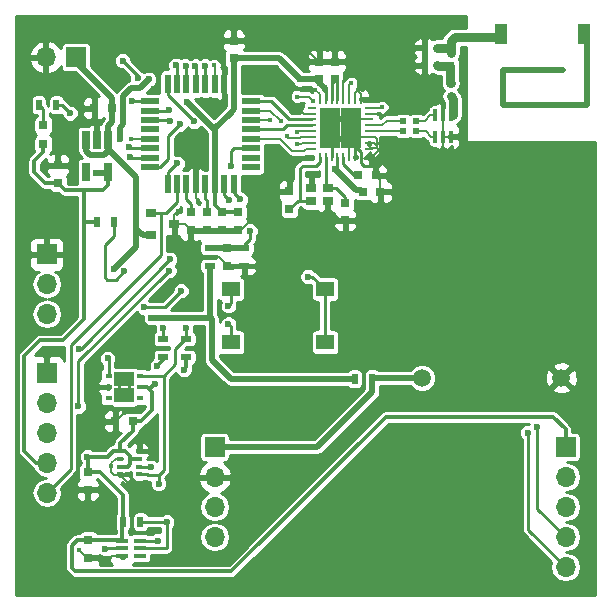
<source format=gtl>
G04 #@! TF.FileFunction,Copper,L1,Top,Signal*
%FSLAX46Y46*%
G04 Gerber Fmt 4.6, Leading zero omitted, Abs format (unit mm)*
G04 Created by KiCad (PCBNEW 4.0.5) date Thu Mar 16 09:26:44 2017*
%MOMM*%
%LPD*%
G01*
G04 APERTURE LIST*
%ADD10C,0.100000*%
%ADD11C,0.500000*%
%ADD12C,0.600000*%
%ADD13R,1.700000X1.700000*%
%ADD14O,1.700000X1.700000*%
%ADD15R,0.750000X0.800000*%
%ADD16R,0.800000X0.750000*%
%ADD17C,1.500000*%
%ADD18R,0.500000X0.900000*%
%ADD19R,0.900000X0.500000*%
%ADD20R,1.000000X1.800000*%
%ADD21R,0.350000X1.000000*%
%ADD22R,0.700000X0.250000*%
%ADD23R,0.250000X0.700000*%
%ADD24R,1.725000X1.725000*%
%ADD25R,1.600000X0.550000*%
%ADD26R,0.550000X1.600000*%
%ADD27R,0.650000X1.560000*%
%ADD28R,0.500000X0.350000*%
%ADD29R,0.630000X0.450000*%
%ADD30R,0.850000X1.300000*%
%ADD31R,1.000000X0.400000*%
%ADD32R,0.900000X0.800000*%
%ADD33R,0.600000X0.500000*%
%ADD34R,0.600000X0.400000*%
%ADD35R,0.500000X0.600000*%
%ADD36R,0.800000X0.800000*%
%ADD37R,1.550000X1.300000*%
%ADD38C,0.400000*%
%ADD39C,0.200000*%
%ADD40C,0.250000*%
%ADD41C,0.800000*%
%ADD42C,0.300000*%
%ADD43C,0.254000*%
G04 APERTURE END LIST*
D10*
D11*
X176708000Y-115064500D02*
X181808000Y-115064500D01*
X176708000Y-115064500D02*
X176708000Y-118064500D01*
X183808000Y-118064500D02*
X176708000Y-118064500D01*
X183808000Y-112964500D02*
X183808000Y-118064500D01*
D12*
X144179500Y-111175500D03*
X142179500Y-111175500D03*
X140179500Y-111175500D03*
X138179500Y-111175500D03*
X136179500Y-111175500D03*
X139545000Y-120510000D03*
X155991500Y-116128500D03*
X166848500Y-114763000D03*
X164848500Y-114763000D03*
X166848500Y-112763000D03*
X164848500Y-112763000D03*
X169294500Y-121905500D03*
X167294500Y-121905500D03*
X183708000Y-135843500D03*
X181708000Y-135843500D03*
X179708000Y-135843500D03*
X177708000Y-135843500D03*
X175708000Y-135843500D03*
X183708000Y-133843500D03*
X181708000Y-133843500D03*
X179708000Y-133843500D03*
X177708000Y-133843500D03*
X175708000Y-133843500D03*
X173708000Y-133843500D03*
X183708000Y-131843500D03*
X181708000Y-131843500D03*
X179708000Y-131843500D03*
X177708000Y-131843500D03*
X175708000Y-131843500D03*
X173708000Y-131843500D03*
X183708000Y-129843500D03*
X181708000Y-129843500D03*
X179708000Y-129843500D03*
X177708000Y-129843500D03*
X175708000Y-129843500D03*
X173708000Y-129843500D03*
X183708000Y-127843500D03*
X181708000Y-127843500D03*
X179708000Y-127843500D03*
X177708000Y-127843500D03*
X175708000Y-127843500D03*
X173708000Y-127843500D03*
X183708000Y-125843500D03*
X181708000Y-125843500D03*
X179708000Y-125843500D03*
X177708000Y-125843500D03*
X175708000Y-125843500D03*
X173708000Y-125843500D03*
X183708000Y-123843500D03*
X181708000Y-123843500D03*
X179708000Y-123843500D03*
X177708000Y-123843500D03*
X175708000Y-123843500D03*
X173708000Y-123843500D03*
X183708000Y-121843500D03*
X181708000Y-121843500D03*
X179708000Y-121843500D03*
X177708000Y-121843500D03*
X175708000Y-121843500D03*
X138846000Y-128224000D03*
X136846000Y-128224000D03*
X138846000Y-126224000D03*
X136846000Y-126224000D03*
X158118500Y-136415500D03*
X156118500Y-136415500D03*
X158118500Y-134415500D03*
X156118500Y-134415500D03*
X175067500Y-154861500D03*
X173067500Y-154861500D03*
X171067500Y-154861500D03*
X169067500Y-154861500D03*
X167067500Y-154861500D03*
X175067500Y-152861500D03*
X173067500Y-152861500D03*
X171067500Y-152861500D03*
X169067500Y-152861500D03*
X167067500Y-152861500D03*
X175067500Y-150861500D03*
X173067500Y-150861500D03*
X171067500Y-150861500D03*
X169067500Y-150861500D03*
X167067500Y-150861500D03*
X175067500Y-148861500D03*
X173067500Y-148861500D03*
X171067500Y-148861500D03*
X169067500Y-148861500D03*
X167067500Y-148861500D03*
X175067500Y-146861500D03*
X173067500Y-146861500D03*
X171067500Y-146861500D03*
X169067500Y-146861500D03*
X167067500Y-146861500D03*
X150303500Y-121652000D03*
X174243000Y-158672500D03*
X172243000Y-158672500D03*
X170243000Y-158672500D03*
X168243000Y-158672500D03*
X166243000Y-158672500D03*
X164243000Y-158672500D03*
X162243000Y-158672500D03*
X160243000Y-158672500D03*
X158243000Y-158672500D03*
X156243000Y-158672500D03*
X154243000Y-158672500D03*
X152243000Y-158672500D03*
X150243000Y-158672500D03*
X148243000Y-158672500D03*
X146243000Y-158672500D03*
X144243000Y-158672500D03*
X142243000Y-158672500D03*
X140243000Y-158672500D03*
X138243000Y-158672500D03*
X136243000Y-158672500D03*
X172848500Y-110985000D03*
X170848500Y-110985000D03*
X168848500Y-110985000D03*
X166848500Y-110985000D03*
X164848500Y-110985000D03*
X162848500Y-110985000D03*
X160848500Y-110985000D03*
X158848500Y-110985000D03*
X156848500Y-110985000D03*
X154848500Y-110985000D03*
D13*
X140548000Y-113997500D03*
D14*
X138008000Y-113997500D03*
D15*
X163357500Y-126300500D03*
X163357500Y-127800500D03*
X158623000Y-126861000D03*
X158623000Y-125361000D03*
D16*
X164830000Y-125399500D03*
X166330000Y-125399500D03*
D15*
X161135000Y-115862500D03*
X161135000Y-114362500D03*
D16*
X164449000Y-124002500D03*
X165949000Y-124002500D03*
D15*
X162468500Y-115862500D03*
X162468500Y-114362500D03*
D16*
X143584000Y-118315500D03*
X142084000Y-118315500D03*
D15*
X139024000Y-124653500D03*
X139024000Y-123153500D03*
D17*
X169840000Y-141147500D03*
X181640000Y-141147500D03*
D16*
X145375000Y-144830500D03*
X143875000Y-144830500D03*
D15*
X141541500Y-149110000D03*
X141541500Y-150610000D03*
X141605000Y-154888500D03*
X141605000Y-156388500D03*
X151610000Y-127126000D03*
X151610000Y-128626000D03*
D13*
X138084500Y-130670000D03*
D14*
X138084500Y-133210000D03*
X138084500Y-135750000D03*
D13*
X152290000Y-147000000D03*
D14*
X152290000Y-149540000D03*
X152290000Y-152080000D03*
X152290000Y-154620000D03*
D13*
X182000000Y-147000000D03*
D14*
X182000000Y-149540000D03*
X182000000Y-152080000D03*
X182000000Y-154620000D03*
X182000000Y-157160000D03*
D18*
X164131500Y-141211000D03*
X165631500Y-141211000D03*
D19*
X149895500Y-139357500D03*
X149895500Y-137857500D03*
X147927000Y-139357500D03*
X147927000Y-137857500D03*
D18*
X146010000Y-153339500D03*
X144510000Y-153339500D03*
D20*
X176558000Y-112064500D03*
X183558000Y-112064500D03*
D21*
X170962500Y-120711500D03*
X171612500Y-120711500D03*
X172262500Y-120711500D03*
X171612500Y-118911500D03*
X172262500Y-118911500D03*
X170962500Y-118911500D03*
D22*
X165341000Y-121765000D03*
X165341000Y-121265000D03*
X165341000Y-120765000D03*
X165341000Y-120265000D03*
X165341000Y-119765000D03*
X165341000Y-119265000D03*
X165341000Y-118765000D03*
X165341000Y-118265000D03*
D23*
X164691000Y-117615000D03*
X164191000Y-117615000D03*
X163691000Y-117615000D03*
X163191000Y-117615000D03*
X162691000Y-117615000D03*
X162191000Y-117615000D03*
X161691000Y-117615000D03*
X161191000Y-117615000D03*
D22*
X160541000Y-118265000D03*
X160541000Y-118765000D03*
X160541000Y-119265000D03*
X160541000Y-119765000D03*
X160541000Y-120265000D03*
X160541000Y-120765000D03*
X160541000Y-121265000D03*
X160541000Y-121765000D03*
D23*
X161191000Y-122415000D03*
X161691000Y-122415000D03*
X162191000Y-122415000D03*
X162691000Y-122415000D03*
X163191000Y-122415000D03*
X163691000Y-122415000D03*
X164191000Y-122415000D03*
X164691000Y-122415000D03*
D24*
X162078500Y-119152500D03*
X162078500Y-120877500D03*
X163803500Y-119152500D03*
X163803500Y-120877500D03*
D25*
X155352000Y-123310000D03*
X155352000Y-122510000D03*
X155352000Y-121710000D03*
X155352000Y-120910000D03*
X155352000Y-120110000D03*
X155352000Y-119310000D03*
X155352000Y-118510000D03*
X155352000Y-117710000D03*
D26*
X153902000Y-116260000D03*
X153102000Y-116260000D03*
X152302000Y-116260000D03*
X151502000Y-116260000D03*
X150702000Y-116260000D03*
X149902000Y-116260000D03*
X149102000Y-116260000D03*
X148302000Y-116260000D03*
D25*
X146852000Y-117710000D03*
X146852000Y-118510000D03*
X146852000Y-119310000D03*
X146852000Y-120110000D03*
X146852000Y-120910000D03*
X146852000Y-121710000D03*
X146852000Y-122510000D03*
X146852000Y-123310000D03*
D26*
X148302000Y-124760000D03*
X149102000Y-124760000D03*
X149902000Y-124760000D03*
X150702000Y-124760000D03*
X151502000Y-124760000D03*
X152302000Y-124760000D03*
X153102000Y-124760000D03*
X153902000Y-124760000D03*
D27*
X143276000Y-121029500D03*
X142326000Y-121029500D03*
X141376000Y-121029500D03*
X141376000Y-123729500D03*
X143276000Y-123729500D03*
D28*
X144297500Y-149311000D03*
X144297500Y-148661000D03*
X144297500Y-148011000D03*
X144297500Y-147361000D03*
X145897500Y-149311000D03*
X145897500Y-148661000D03*
X145897500Y-148011000D03*
X145897500Y-147361000D03*
D29*
X143313000Y-140972500D03*
X143313000Y-141922500D03*
X143313000Y-142872500D03*
X145993000Y-142872500D03*
X145993000Y-141922500D03*
X145993000Y-140972500D03*
D30*
X145078000Y-142572500D03*
X145078000Y-141272500D03*
X144228000Y-142572500D03*
X144228000Y-141272500D03*
D31*
X144474500Y-154925000D03*
X144474500Y-155575000D03*
X144474500Y-156225000D03*
X145974500Y-156225000D03*
X145974500Y-155575000D03*
X145974500Y-154925000D03*
D32*
X161863000Y-125053000D03*
X160463000Y-125053000D03*
X160463000Y-126153000D03*
X161863000Y-126153000D03*
X146863500Y-127180000D03*
X146863500Y-129080000D03*
X148863500Y-128130000D03*
D15*
X152943500Y-127126000D03*
X152943500Y-128626000D03*
X154277000Y-127126000D03*
X154277000Y-128626000D03*
X153896000Y-114084500D03*
X153896000Y-112584500D03*
X150276500Y-127126000D03*
X150276500Y-128626000D03*
D13*
X138084500Y-140703000D03*
D14*
X138084500Y-143243000D03*
X138084500Y-145783000D03*
X138084500Y-148323000D03*
X138084500Y-150863000D03*
D33*
X171146500Y-113207500D03*
X170046500Y-113207500D03*
X171146500Y-114668000D03*
X170046500Y-114668000D03*
D34*
X172311000Y-113646500D03*
X172311000Y-114546500D03*
D35*
X172311000Y-117313500D03*
X172311000Y-116213500D03*
D33*
X168268500Y-119367000D03*
X169368500Y-119367000D03*
X168268500Y-120256000D03*
X169368500Y-120256000D03*
D36*
X137767000Y-121373500D03*
X137767000Y-119773500D03*
D18*
X137398000Y-118033500D03*
X138898000Y-118033500D03*
X142287500Y-127939500D03*
X143787500Y-127939500D03*
D37*
X161617500Y-138127000D03*
X161617500Y-133627000D03*
X153667500Y-133627000D03*
X153667500Y-138127000D03*
D15*
X153324500Y-130174000D03*
X153324500Y-131674000D03*
D19*
X151864000Y-131674000D03*
X151864000Y-130174000D03*
X154785000Y-130174000D03*
X154785000Y-131674000D03*
D12*
X173708000Y-121843500D03*
X146911000Y-136067500D03*
X143736000Y-131940000D03*
D38*
X160754000Y-116763500D03*
X173200000Y-120700500D03*
X143545500Y-148577000D03*
X158849000Y-124002500D03*
X160309500Y-123939000D03*
X158976000Y-118605000D03*
X159230000Y-120319500D03*
X164437000Y-116763500D03*
X166215000Y-118795500D03*
X165707000Y-122351500D03*
X149197000Y-127050500D03*
X150911500Y-126161500D03*
X137957500Y-123177000D03*
X142212000Y-139306000D03*
X140815000Y-155752500D03*
X146784000Y-147243500D03*
X144625000Y-144132000D03*
X142466000Y-145021000D03*
X145069500Y-150101000D03*
X142847000Y-150672500D03*
D12*
X159535500Y-115862500D03*
X162468500Y-123494500D03*
X149959000Y-117779500D03*
X146720500Y-115874500D03*
X144244000Y-120954500D03*
X142275500Y-123812000D03*
X147419000Y-140131500D03*
X149705000Y-140449000D03*
X147228500Y-141655500D03*
X141513500Y-147815000D03*
X145006000Y-121589500D03*
X150530500Y-119430500D03*
X149006500Y-114668000D03*
X151483000Y-114731500D03*
X179550000Y-145338500D03*
X150657500Y-114731500D03*
X149832000Y-114731500D03*
X178788000Y-145783000D03*
X147546000Y-150101000D03*
X143037500Y-155625500D03*
X149832000Y-136956500D03*
X148435000Y-118478000D03*
X145323500Y-117716000D03*
X147927000Y-136956500D03*
X147482500Y-154927000D03*
X146911000Y-148704000D03*
X143228000Y-139496500D03*
X148244500Y-153339500D03*
X148498500Y-119367000D03*
D38*
X157007500Y-119303500D03*
X160627000Y-117716000D03*
X159230000Y-117335000D03*
X166469000Y-118224000D03*
X163865500Y-116192000D03*
X145196500Y-120891000D03*
X157896500Y-119430500D03*
X158404500Y-120700500D03*
X152245000Y-114668000D03*
X159230000Y-121335500D03*
D12*
X140815000Y-138671000D03*
X148498500Y-131114500D03*
X153515000Y-126098000D03*
X154467500Y-126034500D03*
X148435000Y-132067000D03*
X140751500Y-143560500D03*
X145133000Y-122415000D03*
X140053000Y-118732000D03*
X144498000Y-114287000D03*
X145768000Y-115747500D03*
X149324000Y-119684500D03*
X144625000Y-132130500D03*
X146276000Y-135178500D03*
X149451000Y-133781500D03*
X153451500Y-135051500D03*
X153451500Y-136575500D03*
X160182500Y-132575000D03*
X149133500Y-122986500D03*
X155293000Y-128701500D03*
X153642000Y-123240500D03*
D11*
X143609000Y-119494000D02*
X143609000Y-118340500D01*
X143609000Y-118340500D02*
X143609000Y-117462000D01*
X143609000Y-117462000D02*
X140548000Y-114401000D01*
X140548000Y-114401000D02*
X140548000Y-113997500D01*
X143584000Y-119519000D02*
X143609000Y-119494000D01*
X143609000Y-119494000D02*
X143276000Y-119827000D01*
X143276000Y-121029500D02*
X143276000Y-119827000D01*
X151864000Y-131674000D02*
X151864000Y-136004000D01*
X151864000Y-136004000D02*
X151927500Y-136067500D01*
X145641000Y-128511000D02*
X145641000Y-130035000D01*
X153642000Y-141211000D02*
X164131500Y-141211000D01*
X152054500Y-139623500D02*
X153642000Y-141211000D01*
X152054500Y-136194500D02*
X152054500Y-139623500D01*
X151927500Y-136067500D02*
X152054500Y-136194500D01*
X146911000Y-136067500D02*
X151927500Y-136067500D01*
X145641000Y-130035000D02*
X143736000Y-131940000D01*
X143276000Y-121029500D02*
X143276000Y-121764500D01*
X143276000Y-121764500D02*
X145641000Y-124129500D01*
X146210000Y-129080000D02*
X146863500Y-129080000D01*
X145641000Y-128511000D02*
X146210000Y-129080000D01*
X145641000Y-124129500D02*
X145641000Y-128511000D01*
X143276000Y-121029500D02*
X143276000Y-121922500D01*
X141376000Y-121896500D02*
X141376000Y-121029500D01*
X141767500Y-122288000D02*
X141376000Y-121896500D01*
X142910500Y-122288000D02*
X141767500Y-122288000D01*
X143276000Y-121922500D02*
X142910500Y-122288000D01*
X140548000Y-113997500D02*
X140589000Y-113997500D01*
D39*
X161191000Y-117144500D02*
X161191000Y-117137000D01*
X161191000Y-117137000D02*
X160817500Y-116763500D01*
X160817500Y-116763500D02*
X160754000Y-116763500D01*
X159420500Y-116700000D02*
X159103000Y-116700000D01*
X158722000Y-117652500D02*
X158722000Y-117081000D01*
X159834500Y-118765000D02*
X158722000Y-117652500D01*
X160541000Y-118765000D02*
X159834500Y-118765000D01*
X160690500Y-116700000D02*
X160754000Y-116763500D01*
X159420500Y-116700000D02*
X160690500Y-116700000D01*
X159103000Y-116700000D02*
X158722000Y-117081000D01*
X163191000Y-117615000D02*
X163191000Y-116041000D01*
X164437000Y-115874500D02*
X164437000Y-116763500D01*
X164183000Y-115620500D02*
X164437000Y-115874500D01*
X163611500Y-115620500D02*
X164183000Y-115620500D01*
X163191000Y-116041000D02*
X163611500Y-115620500D01*
X153324500Y-131674000D02*
X153324500Y-131622500D01*
X153324500Y-131622500D02*
X152626000Y-130924000D01*
X150276500Y-130225500D02*
X150276500Y-128626000D01*
X150975000Y-130924000D02*
X150276500Y-130225500D01*
X152626000Y-130924000D02*
X150975000Y-130924000D01*
X153324500Y-131674000D02*
X154785000Y-131674000D01*
X153896000Y-112584500D02*
X159357000Y-112584500D01*
X159357000Y-112584500D02*
X161135000Y-114362500D01*
X173189000Y-120711500D02*
X173200000Y-120700500D01*
X173189000Y-120711500D02*
X172262500Y-120711500D01*
X166330000Y-125399500D02*
X166330000Y-124383500D01*
X166330000Y-124383500D02*
X165770500Y-123824000D01*
X165770500Y-123824000D02*
X165770500Y-123177000D01*
X165341000Y-120765000D02*
X165898500Y-120765000D01*
X166024500Y-120891000D02*
X166024500Y-121526000D01*
X165898500Y-120765000D02*
X166024500Y-120891000D01*
X161863000Y-126153000D02*
X161863000Y-126767000D01*
X161863000Y-126767000D02*
X162896500Y-127800500D01*
X162896500Y-127800500D02*
X163357500Y-127800500D01*
X161135000Y-114362500D02*
X162468500Y-114362500D01*
X160463000Y-125053000D02*
X160463000Y-124219500D01*
X158623000Y-124228500D02*
X158623000Y-125361000D01*
X158849000Y-124002500D02*
X158623000Y-124228500D01*
X160309500Y-124066000D02*
X160309500Y-123939000D01*
X160463000Y-124219500D02*
X160309500Y-124066000D01*
X160541000Y-120265000D02*
X159284500Y-120265000D01*
X159293500Y-118287500D02*
X159230000Y-118351000D01*
X158976000Y-118605000D02*
X159293500Y-118287500D01*
X159284500Y-120265000D02*
X159230000Y-120319500D01*
X161191000Y-117144500D02*
X161191000Y-117615000D01*
X152290000Y-149540000D02*
X150583500Y-149540000D01*
X145768000Y-150799500D02*
X145069500Y-150101000D01*
X149324000Y-150799500D02*
X145768000Y-150799500D01*
X150583500Y-149540000D02*
X149324000Y-150799500D01*
X153102000Y-116260000D02*
X153102000Y-114953500D01*
X152880000Y-114731500D02*
X152880000Y-112584500D01*
X153102000Y-114953500D02*
X152880000Y-114731500D01*
X153971500Y-112509000D02*
X153896000Y-112584500D01*
X164437000Y-116763500D02*
X164437000Y-116827000D01*
X164691000Y-117081000D02*
X164691000Y-117615000D01*
X164437000Y-116827000D02*
X164691000Y-117081000D01*
X164191000Y-117009500D02*
X164191000Y-117615000D01*
X164437000Y-116763500D02*
X164191000Y-117009500D01*
X166184500Y-118765000D02*
X165341000Y-118765000D01*
X166215000Y-118795500D02*
X166184500Y-118765000D01*
X166024500Y-121706000D02*
X166024500Y-121526000D01*
X165763500Y-121265000D02*
X165341000Y-121265000D01*
X166024500Y-121526000D02*
X165763500Y-121265000D01*
X166088000Y-121706000D02*
X166024500Y-121706000D01*
X166024500Y-121706000D02*
X165400000Y-121706000D01*
X165400000Y-121706000D02*
X165341000Y-121765000D01*
X166088000Y-121970500D02*
X166088000Y-121706000D01*
X165707000Y-122351500D02*
X166088000Y-121970500D01*
X156658250Y-126447250D02*
X156658250Y-126510750D01*
X160817500Y-127812500D02*
X161863000Y-126767000D01*
X157960000Y-127812500D02*
X160817500Y-127812500D01*
X156658250Y-126510750D02*
X157960000Y-127812500D01*
X154277000Y-128626000D02*
X154479500Y-128626000D01*
X154479500Y-128626000D02*
X156658250Y-126447250D01*
X156658250Y-126447250D02*
X157744500Y-125361000D01*
X157744500Y-125361000D02*
X158623000Y-125361000D01*
X153896000Y-112584500D02*
X152880000Y-112584500D01*
X152880000Y-112584500D02*
X144065500Y-112584500D01*
X138008000Y-112649000D02*
X138008000Y-113997500D01*
X138910000Y-111747000D02*
X138008000Y-112649000D01*
X143228000Y-111747000D02*
X138910000Y-111747000D01*
X144065500Y-112584500D02*
X143228000Y-111747000D01*
X150702000Y-124760000D02*
X150702000Y-125952000D01*
X148863500Y-127384000D02*
X148863500Y-128130000D01*
X149197000Y-127050500D02*
X148863500Y-127384000D01*
X150702000Y-125952000D02*
X150911500Y-126161500D01*
X154277000Y-128626000D02*
X152943500Y-128626000D01*
X152943500Y-128626000D02*
X151610000Y-128626000D01*
X151610000Y-128626000D02*
X150276500Y-128626000D01*
X150276500Y-128626000D02*
X149780500Y-128130000D01*
X149780500Y-128130000D02*
X148863500Y-128130000D01*
X137981000Y-123153500D02*
X139024000Y-123153500D01*
X137957500Y-123177000D02*
X137981000Y-123153500D01*
X143313000Y-141922500D02*
X142415500Y-141922500D01*
X142415500Y-141922500D02*
X142212000Y-141719000D01*
X142212000Y-141719000D02*
X142212000Y-139306000D01*
X142084000Y-118315500D02*
X140525500Y-118315500D01*
X138008000Y-115798000D02*
X138008000Y-113997500D01*
X140525500Y-118315500D02*
X138008000Y-115798000D01*
X141894500Y-119430500D02*
X142339000Y-119875000D01*
X142339000Y-119875000D02*
X142339000Y-121016500D01*
X142339000Y-121016500D02*
X142326000Y-121029500D01*
X139024000Y-123153500D02*
X139024000Y-120713500D01*
X139024000Y-120713500D02*
X140180000Y-119557500D01*
X140180000Y-119557500D02*
X141767500Y-119557500D01*
X141767500Y-119557500D02*
X141894500Y-119430500D01*
X142084000Y-119241000D02*
X142084000Y-118315500D01*
X141894500Y-119430500D02*
X142084000Y-119241000D01*
X141605000Y-156388500D02*
X141451000Y-156388500D01*
X141451000Y-156388500D02*
X140815000Y-155752500D01*
X141605000Y-156388500D02*
X143354000Y-156388500D01*
X143517500Y-156225000D02*
X144474500Y-156225000D01*
X143354000Y-156388500D02*
X143517500Y-156225000D01*
X143875000Y-144830500D02*
X143926500Y-144830500D01*
X143926500Y-144830500D02*
X144625000Y-144132000D01*
X146666500Y-147361000D02*
X145897500Y-147361000D01*
X146784000Y-147243500D02*
X146666500Y-147361000D01*
X142466000Y-145021000D02*
X142815250Y-144671750D01*
X142783500Y-144640000D02*
X142815250Y-144671750D01*
X141541500Y-150610000D02*
X142784500Y-150610000D01*
X145069500Y-150101000D02*
X144297500Y-149329000D01*
X142784500Y-150610000D02*
X142847000Y-150672500D01*
X144297500Y-149329000D02*
X143789500Y-149329000D01*
X143545500Y-149085000D02*
X143545500Y-148577000D01*
X143789500Y-149329000D02*
X143545500Y-149085000D01*
X143545500Y-148577000D02*
X143545500Y-148386500D01*
X143921000Y-148011000D02*
X144297500Y-148011000D01*
X143545500Y-148386500D02*
X143921000Y-148011000D01*
X142974000Y-144830500D02*
X143875000Y-144830500D01*
X142402500Y-144259000D02*
X142974000Y-144830500D01*
X142402500Y-143358000D02*
X142402500Y-144259000D01*
X142402500Y-141935500D02*
X142402500Y-143358000D01*
X142415500Y-141922500D02*
X142402500Y-141935500D01*
X171612500Y-118911500D02*
X171549000Y-118848000D01*
X171549000Y-118848000D02*
X171549000Y-117081000D01*
X170046500Y-115578500D02*
X170046500Y-113207500D01*
X171549000Y-117081000D02*
X170046500Y-115578500D01*
X162078500Y-120877500D02*
X162078500Y-119152500D01*
X165341000Y-120765000D02*
X163916000Y-120765000D01*
X163916000Y-120765000D02*
X163803500Y-120652500D01*
X163803500Y-120652500D02*
X163803500Y-119152500D01*
X163803500Y-119152500D02*
X163916000Y-119265000D01*
X163916000Y-119265000D02*
X165341000Y-119265000D01*
X163691000Y-122415000D02*
X163691000Y-120990000D01*
X163691000Y-120990000D02*
X163578500Y-120877500D01*
X163578500Y-120877500D02*
X162078500Y-120877500D01*
X162078500Y-120877500D02*
X162191000Y-120990000D01*
X162191000Y-120990000D02*
X162191000Y-122415000D01*
D40*
X162191000Y-122415000D02*
X162191000Y-120990000D01*
D39*
X171612500Y-120711500D02*
X171612500Y-118911500D01*
X171612500Y-120711500D02*
X172262500Y-120711500D01*
X171612500Y-120711500D02*
X171612500Y-121970500D01*
X171612500Y-121970500D02*
X170913000Y-122670000D01*
X165341000Y-119265000D02*
X163916000Y-119265000D01*
X163916000Y-119265000D02*
X163803500Y-119152500D01*
D40*
X162191000Y-120990000D02*
X162078500Y-120877500D01*
X164691000Y-122415000D02*
X164691000Y-122923000D01*
X164691000Y-122923000D02*
X164945000Y-123177000D01*
X163691000Y-120990000D02*
X163803500Y-120877500D01*
X164191000Y-122415000D02*
X164191000Y-121265000D01*
X164191000Y-121265000D02*
X163803500Y-120877500D01*
X164691000Y-122415000D02*
X164691000Y-122019000D01*
X164691000Y-122019000D02*
X164338000Y-121666000D01*
X164338000Y-121666000D02*
X163803500Y-120877500D01*
X163916000Y-120765000D02*
X163803500Y-120877500D01*
D39*
X170913000Y-122670000D02*
X166624000Y-122670000D01*
D40*
X166117000Y-123177000D02*
X166624000Y-122670000D01*
X164945000Y-123177000D02*
X165770500Y-123177000D01*
X165770500Y-123177000D02*
X166117000Y-123177000D01*
D39*
X172262500Y-118911500D02*
X172262500Y-117362000D01*
X172262500Y-117362000D02*
X172311000Y-117313500D01*
D41*
X172311000Y-117313500D02*
X172501500Y-117504000D01*
X172501500Y-117504000D02*
X172501500Y-118922500D01*
D40*
X172262500Y-117362000D02*
X172311000Y-117313500D01*
D41*
X171146500Y-114668000D02*
X171210000Y-114731500D01*
X171210000Y-114731500D02*
X172247500Y-114731500D01*
X172247500Y-114731500D02*
X172247500Y-116150000D01*
X172247500Y-116150000D02*
X172311000Y-116213500D01*
D40*
X171268000Y-114546500D02*
X171146500Y-114668000D01*
D39*
X168268500Y-119367000D02*
X166850000Y-119367000D01*
X166452000Y-119765000D02*
X165341000Y-119765000D01*
X166850000Y-119367000D02*
X166452000Y-119765000D01*
X169368500Y-119367000D02*
X170088500Y-119367000D01*
X170544000Y-118911500D02*
X170962500Y-118911500D01*
X170088500Y-119367000D02*
X170544000Y-118911500D01*
X165341000Y-120265000D02*
X168259500Y-120265000D01*
X168259500Y-120265000D02*
X168268500Y-120256000D01*
X169368500Y-120256000D02*
X170152000Y-120256000D01*
X170607500Y-120711500D02*
X170962500Y-120711500D01*
X170152000Y-120256000D02*
X170607500Y-120711500D01*
D40*
X161863000Y-125053000D02*
X162566500Y-125053000D01*
X163357500Y-125844000D02*
X163357500Y-126300500D01*
X162566500Y-125053000D02*
X163357500Y-125844000D01*
X161691000Y-122415000D02*
X161691000Y-124881000D01*
X161691000Y-124881000D02*
X161863000Y-125053000D01*
X159865000Y-123177000D02*
X159738000Y-123177000D01*
X159512000Y-125844000D02*
X159512000Y-124333000D01*
X161191000Y-122867000D02*
X160881000Y-123177000D01*
X160881000Y-123177000D02*
X159865000Y-123177000D01*
X161191000Y-122867000D02*
X161191000Y-122415000D01*
X159512000Y-123403000D02*
X159512000Y-124333000D01*
X159738000Y-123177000D02*
X159512000Y-123403000D01*
X159512000Y-125844000D02*
X159512000Y-126153000D01*
X159484000Y-126098000D02*
X159484000Y-126153000D01*
X159484000Y-126125000D02*
X159484000Y-126098000D01*
X159512000Y-126153000D02*
X159484000Y-126125000D01*
X159681000Y-126153000D02*
X159484000Y-126153000D01*
X159681000Y-126153000D02*
X160463000Y-126153000D01*
X159484000Y-126153000D02*
X159331000Y-126153000D01*
X159331000Y-126153000D02*
X158623000Y-126861000D01*
X159512000Y-125844000D02*
X159512000Y-125857000D01*
X162691000Y-122415000D02*
X162691000Y-123272000D01*
X162691000Y-123272000D02*
X162468500Y-123494500D01*
D11*
X162468500Y-123494500D02*
X164246500Y-125272500D01*
X164246500Y-125272500D02*
X164703000Y-125272500D01*
X164703000Y-125272500D02*
X164830000Y-125399500D01*
X159611000Y-115862500D02*
X159535500Y-115862500D01*
D40*
X161691000Y-117615000D02*
X161691000Y-116711502D01*
X161691000Y-116711502D02*
X161615998Y-116636500D01*
D11*
X161135000Y-115862500D02*
X161135000Y-116155502D01*
X161135000Y-116155502D02*
X161615998Y-116636500D01*
X161615998Y-116636500D02*
X161615998Y-116763500D01*
X153896000Y-114084500D02*
X157757500Y-114084500D01*
X159611000Y-115862500D02*
X161135000Y-115862500D01*
X157757500Y-114084500D02*
X159535500Y-115862500D01*
X153902000Y-116260000D02*
X153902000Y-114090500D01*
X153902000Y-114090500D02*
X153896000Y-114084500D01*
X152276750Y-120097250D02*
X153642000Y-118732000D01*
X153959500Y-118414500D02*
X153959500Y-116317500D01*
X153642000Y-118732000D02*
X153959500Y-118414500D01*
X153959500Y-116317500D02*
X153902000Y-116260000D01*
X149959000Y-117779500D02*
X152276750Y-120097250D01*
X152276750Y-120097250D02*
X152308500Y-120129000D01*
X144244000Y-120954500D02*
X144244000Y-120002000D01*
X145958500Y-116636500D02*
X146720500Y-115874500D01*
X145196500Y-116636500D02*
X145958500Y-116636500D01*
X144561500Y-117271500D02*
X145196500Y-116636500D01*
X144561500Y-119684500D02*
X144561500Y-117271500D01*
X144244000Y-120002000D02*
X144561500Y-119684500D01*
X152308500Y-120129000D02*
X152308500Y-124753500D01*
X152308500Y-124753500D02*
X152302000Y-124760000D01*
X142275500Y-123812000D02*
X143193500Y-123812000D01*
X143193500Y-123812000D02*
X143276000Y-123729500D01*
D42*
X145897500Y-148011000D02*
X145133000Y-148011000D01*
X145133000Y-148011000D02*
X145133000Y-148005500D01*
X144297500Y-147361000D02*
X143682000Y-147361000D01*
X143228000Y-147815000D02*
X143682000Y-147361000D01*
X143228000Y-147815000D02*
X141513500Y-147815000D01*
X144297500Y-148661000D02*
X144922000Y-148661000D01*
X144742500Y-147361000D02*
X144297500Y-147361000D01*
X145133000Y-147751500D02*
X144742500Y-147361000D01*
X145133000Y-148450000D02*
X145133000Y-148005500D01*
X145133000Y-148005500D02*
X145133000Y-147751500D01*
X144922000Y-148661000D02*
X145133000Y-148450000D01*
X139024000Y-124653500D02*
X137910000Y-124653500D01*
X137767000Y-122034000D02*
X137767000Y-121373500D01*
X137005000Y-122796000D02*
X137767000Y-122034000D01*
X137005000Y-123748500D02*
X137005000Y-122796000D01*
X137910000Y-124653500D02*
X137005000Y-123748500D01*
X142287500Y-127939500D02*
X141196000Y-127939500D01*
X142275500Y-123812000D02*
X142358000Y-123729500D01*
X147927000Y-139623500D02*
X147927000Y-139357500D01*
X147419000Y-140131500D02*
X147927000Y-139623500D01*
X146657000Y-142036500D02*
X146847500Y-142036500D01*
X149895500Y-140258500D02*
X149895500Y-139357500D01*
X149705000Y-140449000D02*
X149895500Y-140258500D01*
X146847500Y-142036500D02*
X147228500Y-141655500D01*
X138084500Y-148323000D02*
X137132000Y-148323000D01*
X141196000Y-136194500D02*
X141196000Y-127939500D01*
X141196000Y-127939500D02*
X141196000Y-125272500D01*
X139418000Y-137972500D02*
X141196000Y-136194500D01*
X137513000Y-137972500D02*
X139418000Y-137972500D01*
X136179500Y-139306000D02*
X137513000Y-137972500D01*
X136179500Y-147370500D02*
X136179500Y-139306000D01*
X137132000Y-148323000D02*
X136179500Y-147370500D01*
X144297500Y-147361000D02*
X144297500Y-146682000D01*
X145375000Y-145604500D02*
X145375000Y-144830500D01*
X144297500Y-146682000D02*
X145375000Y-145604500D01*
X145375000Y-144830500D02*
X146022000Y-144830500D01*
X146543000Y-141922500D02*
X145993000Y-141922500D01*
X146974500Y-142354000D02*
X146657000Y-142036500D01*
X146657000Y-142036500D02*
X146543000Y-141922500D01*
X146974500Y-143878000D02*
X146974500Y-142354000D01*
X146022000Y-144830500D02*
X146974500Y-143878000D01*
X182000000Y-147000000D02*
X182000000Y-145502500D01*
X140663000Y-154888500D02*
X141605000Y-154888500D01*
X140180000Y-155371500D02*
X140663000Y-154888500D01*
X140180000Y-157213000D02*
X140180000Y-155371500D01*
X140497500Y-157530500D02*
X140180000Y-157213000D01*
X153705500Y-157530500D02*
X140497500Y-157530500D01*
X166786500Y-144449500D02*
X153705500Y-157530500D01*
X180947000Y-144449500D02*
X166786500Y-144449500D01*
X182000000Y-145502500D02*
X180947000Y-144449500D01*
X141541500Y-149110000D02*
X142554500Y-149110000D01*
X144510000Y-151065500D02*
X144510000Y-153339500D01*
X142554500Y-149110000D02*
X144510000Y-151065500D01*
X144510000Y-153339500D02*
X144474500Y-153375000D01*
X144474500Y-153375000D02*
X144474500Y-154925000D01*
X144474500Y-154925000D02*
X144438000Y-154888500D01*
X144438000Y-154888500D02*
X141605000Y-154888500D01*
X141541500Y-147843000D02*
X141541500Y-149110000D01*
X141513500Y-147815000D02*
X141541500Y-147843000D01*
X143276000Y-123729500D02*
X143276000Y-124843500D01*
X142847000Y-125272500D02*
X141196000Y-125272500D01*
X143276000Y-124843500D02*
X142847000Y-125272500D01*
X139643000Y-125272500D02*
X139024000Y-124653500D01*
X141196000Y-125272500D02*
X139643000Y-125272500D01*
X152302000Y-124760000D02*
X152302000Y-126484500D01*
X152302000Y-126484500D02*
X152943500Y-127126000D01*
X152943500Y-127126000D02*
X154277000Y-127126000D01*
X153902000Y-114090500D02*
X153896000Y-114084500D01*
D40*
X164449000Y-124002500D02*
X164119500Y-124002500D01*
X164119500Y-124002500D02*
X163191000Y-123074000D01*
X163191000Y-123074000D02*
X163191000Y-122415000D01*
X162691000Y-117615000D02*
X162691000Y-116085000D01*
X162691000Y-116085000D02*
X162468500Y-115862500D01*
X162191000Y-117615000D02*
X162191000Y-116140000D01*
X162191000Y-116140000D02*
X162468500Y-115862500D01*
X162691000Y-116148500D02*
X162468500Y-115926000D01*
X162191000Y-116203500D02*
X162468500Y-115926000D01*
D11*
X152290000Y-147000000D02*
X160997500Y-147000000D01*
X165631500Y-142366000D02*
X165631500Y-141211000D01*
X160997500Y-147000000D02*
X165631500Y-142366000D01*
X165631500Y-141211000D02*
X165695000Y-141147500D01*
X165695000Y-141147500D02*
X169840000Y-141147500D01*
D40*
X151610000Y-127126000D02*
X151610000Y-126098000D01*
X151502000Y-125990000D02*
X151502000Y-124760000D01*
X151610000Y-126098000D02*
X151502000Y-125990000D01*
X146852000Y-121710000D02*
X145126500Y-121710000D01*
X145126500Y-121710000D02*
X145006000Y-121589500D01*
X148302000Y-117202000D02*
X150530500Y-119430500D01*
X148302000Y-117202000D02*
X148302000Y-116260000D01*
X149102000Y-114763500D02*
X149006500Y-114668000D01*
X149102000Y-116260000D02*
X149102000Y-114763500D01*
X151502000Y-116260000D02*
X151502000Y-114750500D01*
X151502000Y-114750500D02*
X151483000Y-114731500D01*
X150702000Y-116260000D02*
X150702000Y-114776000D01*
X179613500Y-152233500D02*
X182000000Y-154620000D01*
X179613500Y-145402000D02*
X179613500Y-152233500D01*
X179550000Y-145338500D02*
X179613500Y-145402000D01*
X150702000Y-114776000D02*
X150657500Y-114731500D01*
X149902000Y-114801500D02*
X149832000Y-114731500D01*
X149902000Y-116260000D02*
X149902000Y-114801500D01*
X178788000Y-145783000D02*
X178851500Y-145846500D01*
X178851500Y-145846500D02*
X178851500Y-154011500D01*
X178851500Y-154011500D02*
X182000000Y-157160000D01*
X144474500Y-155575000D02*
X143088000Y-155575000D01*
X147546000Y-150101000D02*
X147546000Y-149402500D01*
X143088000Y-155575000D02*
X143037500Y-155625500D01*
X145897500Y-149311000D02*
X146565500Y-149311000D01*
X147975000Y-148973500D02*
X147975000Y-140972500D01*
X147546000Y-149402500D02*
X147975000Y-148973500D01*
X146657000Y-149402500D02*
X147546000Y-149402500D01*
X146565500Y-149311000D02*
X146657000Y-149402500D01*
X149895500Y-137857500D02*
X149820000Y-137857500D01*
X149820000Y-137857500D02*
X148943000Y-138734500D01*
X147975000Y-140972500D02*
X145993000Y-140972500D01*
X148943000Y-140004500D02*
X147975000Y-140972500D01*
X148943000Y-138734500D02*
X148943000Y-140004500D01*
X146852000Y-118510000D02*
X148403000Y-118510000D01*
X149895500Y-137020000D02*
X149895500Y-137857500D01*
X149832000Y-136956500D02*
X149895500Y-137020000D01*
X148403000Y-118510000D02*
X148435000Y-118478000D01*
X145329500Y-117710000D02*
X145323500Y-117716000D01*
X145329500Y-117710000D02*
X146852000Y-117710000D01*
X147927000Y-136956500D02*
X147927000Y-137857500D01*
X147480500Y-154925000D02*
X145974500Y-154925000D01*
X147482500Y-154927000D02*
X147480500Y-154925000D01*
X146868000Y-148661000D02*
X145897500Y-148661000D01*
X146911000Y-148704000D02*
X146868000Y-148661000D01*
X143313000Y-139581500D02*
X143313000Y-140972500D01*
X143228000Y-139496500D02*
X143313000Y-139581500D01*
X148244500Y-153339500D02*
X146010000Y-153339500D01*
X146852000Y-119310000D02*
X148441500Y-119310000D01*
X148231500Y-155575000D02*
X145974500Y-155575000D01*
X148244500Y-155562000D02*
X148231500Y-155575000D01*
X148244500Y-153339500D02*
X148244500Y-155562000D01*
X148441500Y-119310000D02*
X148498500Y-119367000D01*
D39*
X155352000Y-119310000D02*
X156874000Y-119310000D01*
X156880500Y-119303500D02*
X157007500Y-119303500D01*
X156874000Y-119310000D02*
X156880500Y-119303500D01*
X160627000Y-117716000D02*
X160246000Y-117335000D01*
X160246000Y-117335000D02*
X159230000Y-117335000D01*
X166428000Y-118265000D02*
X165341000Y-118265000D01*
X166469000Y-118224000D02*
X166428000Y-118265000D01*
X163691000Y-117615000D02*
X163691000Y-116366500D01*
X163691000Y-116366500D02*
X163865500Y-116192000D01*
X163881500Y-116208000D02*
X163865500Y-116192000D01*
X145196500Y-120891000D02*
X146833000Y-120891000D01*
X146833000Y-120891000D02*
X146852000Y-120910000D01*
X145196500Y-120891000D02*
X145215500Y-120910000D01*
D40*
X155352000Y-117710000D02*
X157065000Y-117710000D01*
X157065000Y-117710000D02*
X158620000Y-119265000D01*
X158620000Y-119265000D02*
X160541000Y-119265000D01*
X160541000Y-119765000D02*
X158451000Y-119765000D01*
X158106000Y-120110000D02*
X158451000Y-119765000D01*
X158106000Y-120110000D02*
X155352000Y-120110000D01*
D39*
X156976000Y-118510000D02*
X155352000Y-118510000D01*
X157896500Y-119430500D02*
X156976000Y-118510000D01*
X158531500Y-120827500D02*
X158404500Y-120700500D01*
X160541000Y-120765000D02*
X159546500Y-120765000D01*
X159484000Y-120827500D02*
X158531500Y-120827500D01*
X159546500Y-120765000D02*
X159484000Y-120827500D01*
X160541000Y-121265000D02*
X159681500Y-121265000D01*
X152302000Y-114725000D02*
X152302000Y-116260000D01*
X152245000Y-114668000D02*
X152302000Y-114725000D01*
X159611000Y-121335500D02*
X159230000Y-121335500D01*
X159681500Y-121265000D02*
X159611000Y-121335500D01*
X155352000Y-120910000D02*
X157852000Y-120910000D01*
X160007000Y-121765000D02*
X160541000Y-121765000D01*
X159865000Y-121907000D02*
X160007000Y-121765000D01*
X158849000Y-121907000D02*
X159865000Y-121907000D01*
X157852000Y-120910000D02*
X158849000Y-121907000D01*
D40*
X144228000Y-142572500D02*
X145078000Y-142572500D01*
X145078000Y-142572500D02*
X145078000Y-141272500D01*
X145078000Y-141272500D02*
X144228000Y-141272500D01*
X144228000Y-141272500D02*
X144228000Y-142572500D01*
X153102000Y-124760000D02*
X153102000Y-125685000D01*
X140942000Y-138671000D02*
X140815000Y-138671000D01*
X148498500Y-131114500D02*
X140942000Y-138671000D01*
X153102000Y-125685000D02*
X153515000Y-126098000D01*
X153902000Y-124760000D02*
X153902000Y-125469000D01*
X153902000Y-125469000D02*
X154467500Y-126034500D01*
X148435000Y-132067000D02*
X140751500Y-139750500D01*
X140751500Y-139750500D02*
X140751500Y-143560500D01*
X149902000Y-124760000D02*
X149902000Y-126041000D01*
X150276500Y-126415500D02*
X150276500Y-127126000D01*
X149902000Y-126041000D02*
X150276500Y-126415500D01*
X146852000Y-122510000D02*
X145228000Y-122510000D01*
X145228000Y-122510000D02*
X145133000Y-122415000D01*
X147736500Y-127180000D02*
X147736500Y-130733500D01*
X140116500Y-148831000D02*
X138084500Y-150863000D01*
X140116500Y-138353500D02*
X140116500Y-148831000D01*
X147736500Y-130733500D02*
X140116500Y-138353500D01*
X149102000Y-126256500D02*
X149102000Y-124760000D01*
X146863500Y-127180000D02*
X147736500Y-127180000D01*
X147736500Y-127180000D02*
X148178500Y-127180000D01*
X148178500Y-127180000D02*
X149102000Y-126256500D01*
D41*
X172311000Y-113271000D02*
X172247500Y-113207500D01*
X172247500Y-113207500D02*
X171146500Y-113207500D01*
X172311000Y-113646500D02*
X172311000Y-113271000D01*
X172311000Y-113271000D02*
X172311000Y-112636000D01*
X172628500Y-112318500D02*
X176304000Y-112318500D01*
X172311000Y-112636000D02*
X172628500Y-112318500D01*
X176304000Y-112318500D02*
X176558000Y-112064500D01*
D40*
X137767000Y-119773500D02*
X137767000Y-118402500D01*
X137767000Y-118402500D02*
X137398000Y-118033500D01*
X148371500Y-121843500D02*
X148371500Y-122605500D01*
X139354500Y-118033500D02*
X140053000Y-118732000D01*
X144498000Y-114287000D02*
X145768000Y-115557000D01*
X145768000Y-115557000D02*
X145768000Y-115747500D01*
X149324000Y-119684500D02*
X148371500Y-120637000D01*
X148371500Y-120637000D02*
X148371500Y-121843500D01*
X138898000Y-118033500D02*
X139354500Y-118033500D01*
X147667000Y-123310000D02*
X146852000Y-123310000D01*
X148371500Y-122605500D02*
X147667000Y-123310000D01*
X144625000Y-132130500D02*
X143926500Y-132829000D01*
X148054000Y-135178500D02*
X146276000Y-135178500D01*
X149451000Y-133781500D02*
X148054000Y-135178500D01*
X143787500Y-129094500D02*
X143787500Y-127939500D01*
X142974000Y-129908000D02*
X143787500Y-129094500D01*
X142974000Y-132638500D02*
X142974000Y-129908000D01*
X143164500Y-132829000D02*
X142974000Y-132638500D01*
X143926500Y-132829000D02*
X143164500Y-132829000D01*
X153667500Y-138127000D02*
X153667500Y-136791500D01*
X153667500Y-134835500D02*
X153667500Y-133627000D01*
X153451500Y-135051500D02*
X153667500Y-134835500D01*
X153667500Y-136791500D02*
X153451500Y-136575500D01*
X160565500Y-132575000D02*
X160182500Y-132575000D01*
X161617500Y-133627000D02*
X160565500Y-132575000D01*
X149133500Y-122986500D02*
X149070000Y-122986500D01*
X148302000Y-123754500D02*
X148302000Y-124760000D01*
X149070000Y-122986500D02*
X148302000Y-123754500D01*
X161617500Y-138127000D02*
X161617500Y-133627000D01*
X151864000Y-130174000D02*
X153324500Y-130174000D01*
X154785000Y-129908000D02*
X155293000Y-129400000D01*
X155293000Y-129400000D02*
X155293000Y-128701500D01*
X154785000Y-130174000D02*
X154785000Y-129908000D01*
X153902500Y-121710000D02*
X155352000Y-121710000D01*
X153642000Y-121970500D02*
X153902500Y-121710000D01*
X153642000Y-123240500D02*
X153642000Y-121970500D01*
D11*
X151864000Y-130174000D02*
X154785000Y-130174000D01*
D43*
G36*
X173581000Y-111491500D02*
X172628500Y-111491500D01*
X172312021Y-111554452D01*
X172043723Y-111733723D01*
X171726223Y-112051223D01*
X171546952Y-112319521D01*
X171534822Y-112380500D01*
X171146500Y-112380500D01*
X170830021Y-112443452D01*
X170770349Y-112483324D01*
X170706198Y-112419173D01*
X170472809Y-112322500D01*
X170332250Y-112322500D01*
X170173500Y-112481250D01*
X170173500Y-113082500D01*
X170193500Y-113082500D01*
X170193500Y-113332500D01*
X170173500Y-113332500D01*
X170173500Y-113933750D01*
X170177500Y-113937750D01*
X170173500Y-113941750D01*
X170173500Y-114543000D01*
X170193500Y-114543000D01*
X170193500Y-114793000D01*
X170173500Y-114793000D01*
X170173500Y-115394250D01*
X170332250Y-115553000D01*
X170472809Y-115553000D01*
X170706198Y-115456327D01*
X170757718Y-115404808D01*
X170893521Y-115495548D01*
X171210000Y-115558500D01*
X171420500Y-115558500D01*
X171420500Y-116150000D01*
X171483452Y-116466479D01*
X171662723Y-116734777D01*
X171698363Y-116770418D01*
X171546952Y-116997021D01*
X171484000Y-117313500D01*
X171546952Y-117629979D01*
X171674500Y-117820868D01*
X171674500Y-118301060D01*
X171652135Y-118411500D01*
X171652135Y-119058500D01*
X171572865Y-119058500D01*
X171572865Y-118411500D01*
X171543091Y-118253263D01*
X171525000Y-118225149D01*
X171525000Y-117935250D01*
X171366250Y-117776500D01*
X171311191Y-117776500D01*
X171077802Y-117873173D01*
X170974839Y-117976135D01*
X170787500Y-117976135D01*
X170629263Y-118005909D01*
X170483933Y-118099427D01*
X170386436Y-118242119D01*
X170352135Y-118411500D01*
X170352135Y-118422664D01*
X170342325Y-118424615D01*
X170171355Y-118538855D01*
X169930791Y-118779419D01*
X169837881Y-118715936D01*
X169668500Y-118681635D01*
X169068500Y-118681635D01*
X168910263Y-118711409D01*
X168818076Y-118770730D01*
X168737881Y-118715936D01*
X168568500Y-118681635D01*
X167968500Y-118681635D01*
X167810263Y-118711409D01*
X167664933Y-118804927D01*
X167640969Y-118840000D01*
X166850000Y-118840000D01*
X166648325Y-118880115D01*
X166477355Y-118994355D01*
X166326000Y-119145710D01*
X166326000Y-119137998D01*
X166275595Y-119137998D01*
X166306597Y-119063153D01*
X166326000Y-119043750D01*
X166326000Y-118986250D01*
X166306597Y-118966847D01*
X166275595Y-118892002D01*
X166326000Y-118892002D01*
X166326000Y-118843527D01*
X166343735Y-118850891D01*
X166593171Y-118851109D01*
X166823703Y-118755855D01*
X167000235Y-118579631D01*
X167095891Y-118349265D01*
X167096109Y-118099829D01*
X167000855Y-117869297D01*
X166824631Y-117692765D01*
X166594265Y-117597109D01*
X166344829Y-117596891D01*
X166114297Y-117692145D01*
X166068362Y-117738000D01*
X165855759Y-117738000D01*
X165691000Y-117704635D01*
X164991000Y-117704635D01*
X164936772Y-117714839D01*
X164792309Y-117655000D01*
X164566000Y-117655000D01*
X164566000Y-117488000D01*
X165292250Y-117488000D01*
X165451000Y-117329250D01*
X165451000Y-117138691D01*
X165354327Y-116905302D01*
X165175699Y-116726673D01*
X164942310Y-116630000D01*
X164912250Y-116630000D01*
X164753500Y-116788750D01*
X164753500Y-116804474D01*
X164675699Y-116726673D01*
X164489153Y-116649403D01*
X164469750Y-116630000D01*
X164412250Y-116630000D01*
X164392847Y-116649403D01*
X164318002Y-116680405D01*
X164318002Y-116630000D01*
X164314222Y-116630000D01*
X164396735Y-116547631D01*
X164492391Y-116317265D01*
X164492609Y-116067829D01*
X164397355Y-115837297D01*
X164221131Y-115660765D01*
X163990765Y-115565109D01*
X163741329Y-115564891D01*
X163510797Y-115660145D01*
X163334265Y-115836369D01*
X163278865Y-115969787D01*
X163278865Y-115462500D01*
X163249091Y-115304263D01*
X163229777Y-115274249D01*
X163381827Y-115122198D01*
X163452428Y-114951750D01*
X169111500Y-114951750D01*
X169111500Y-115044310D01*
X169208173Y-115277699D01*
X169386802Y-115456327D01*
X169620191Y-115553000D01*
X169760750Y-115553000D01*
X169919500Y-115394250D01*
X169919500Y-114793000D01*
X169270250Y-114793000D01*
X169111500Y-114951750D01*
X163452428Y-114951750D01*
X163478500Y-114888809D01*
X163478500Y-114648250D01*
X163319750Y-114489500D01*
X162595500Y-114489500D01*
X162595500Y-114509500D01*
X162341500Y-114509500D01*
X162341500Y-114489500D01*
X161262000Y-114489500D01*
X161262000Y-114509500D01*
X161008000Y-114509500D01*
X161008000Y-114489500D01*
X160283750Y-114489500D01*
X160125000Y-114648250D01*
X160125000Y-114888809D01*
X160221673Y-115122198D01*
X160284975Y-115185500D01*
X159815922Y-115185500D01*
X158466613Y-113836191D01*
X160125000Y-113836191D01*
X160125000Y-114076750D01*
X160283750Y-114235500D01*
X161008000Y-114235500D01*
X161008000Y-113486250D01*
X161262000Y-113486250D01*
X161262000Y-114235500D01*
X162341500Y-114235500D01*
X162341500Y-113486250D01*
X162595500Y-113486250D01*
X162595500Y-114235500D01*
X163319750Y-114235500D01*
X163478500Y-114076750D01*
X163478500Y-113836191D01*
X163381827Y-113602802D01*
X163270276Y-113491250D01*
X169111500Y-113491250D01*
X169111500Y-113583810D01*
X169208173Y-113817199D01*
X169328725Y-113937750D01*
X169208173Y-114058301D01*
X169111500Y-114291690D01*
X169111500Y-114384250D01*
X169270250Y-114543000D01*
X169919500Y-114543000D01*
X169919500Y-113941750D01*
X169915500Y-113937750D01*
X169919500Y-113933750D01*
X169919500Y-113332500D01*
X169270250Y-113332500D01*
X169111500Y-113491250D01*
X163270276Y-113491250D01*
X163203199Y-113424173D01*
X162969810Y-113327500D01*
X162754250Y-113327500D01*
X162595500Y-113486250D01*
X162341500Y-113486250D01*
X162182750Y-113327500D01*
X161967190Y-113327500D01*
X161801750Y-113396028D01*
X161636310Y-113327500D01*
X161420750Y-113327500D01*
X161262000Y-113486250D01*
X161008000Y-113486250D01*
X160849250Y-113327500D01*
X160633690Y-113327500D01*
X160400301Y-113424173D01*
X160221673Y-113602802D01*
X160125000Y-113836191D01*
X158466613Y-113836191D01*
X158236211Y-113605789D01*
X158203317Y-113583810D01*
X158016577Y-113459034D01*
X157757500Y-113407500D01*
X154746025Y-113407500D01*
X154809327Y-113344198D01*
X154906000Y-113110809D01*
X154906000Y-112870250D01*
X154866940Y-112831190D01*
X169111500Y-112831190D01*
X169111500Y-112923750D01*
X169270250Y-113082500D01*
X169919500Y-113082500D01*
X169919500Y-112481250D01*
X169760750Y-112322500D01*
X169620191Y-112322500D01*
X169386802Y-112419173D01*
X169208173Y-112597801D01*
X169111500Y-112831190D01*
X154866940Y-112831190D01*
X154747250Y-112711500D01*
X154023000Y-112711500D01*
X154023000Y-112731500D01*
X153769000Y-112731500D01*
X153769000Y-112711500D01*
X153044750Y-112711500D01*
X152886000Y-112870250D01*
X152886000Y-113110809D01*
X152982673Y-113344198D01*
X153133598Y-113495124D01*
X153119936Y-113515119D01*
X153085635Y-113684500D01*
X153085635Y-114484500D01*
X153115409Y-114642737D01*
X153208927Y-114788067D01*
X153225000Y-114799049D01*
X153225000Y-115295241D01*
X153191635Y-115460000D01*
X153191635Y-117060000D01*
X153221409Y-117218237D01*
X153229000Y-117230034D01*
X153229000Y-117536250D01*
X153282500Y-117589750D01*
X153282500Y-118134078D01*
X152276750Y-119139828D01*
X150632287Y-117495365D01*
X150977000Y-117495365D01*
X151106591Y-117470981D01*
X151227000Y-117495365D01*
X151777000Y-117495365D01*
X151906591Y-117470981D01*
X152027000Y-117495365D01*
X152364340Y-117495365D01*
X152467301Y-117598327D01*
X152700690Y-117695000D01*
X152816250Y-117695000D01*
X152975000Y-117536250D01*
X152975000Y-117233865D01*
X152978064Y-117229381D01*
X153012365Y-117060000D01*
X153012365Y-115460000D01*
X152982591Y-115301763D01*
X152975000Y-115289966D01*
X152975000Y-114983750D01*
X152846255Y-114855005D01*
X152871891Y-114793265D01*
X152872109Y-114543829D01*
X152776855Y-114313297D01*
X152600631Y-114136765D01*
X152370265Y-114041109D01*
X152120829Y-114040891D01*
X151908438Y-114128649D01*
X151895350Y-114115539D01*
X151628244Y-114004626D01*
X151339025Y-114004374D01*
X151071725Y-114114820D01*
X151070426Y-114116116D01*
X151069850Y-114115539D01*
X150802744Y-114004626D01*
X150513525Y-114004374D01*
X150246225Y-114114820D01*
X150244926Y-114116116D01*
X150244350Y-114115539D01*
X149977244Y-114004626D01*
X149688025Y-114004374D01*
X149463768Y-114097035D01*
X149418850Y-114052039D01*
X149151744Y-113941126D01*
X148862525Y-113940874D01*
X148595225Y-114051320D01*
X148390539Y-114255650D01*
X148279626Y-114522756D01*
X148279374Y-114811975D01*
X148367243Y-115024635D01*
X148027000Y-115024635D01*
X147868763Y-115054409D01*
X147723433Y-115147927D01*
X147625936Y-115290619D01*
X147591635Y-115460000D01*
X147591635Y-116999635D01*
X146552787Y-116999635D01*
X147011577Y-116540845D01*
X147131775Y-116491180D01*
X147336461Y-116286850D01*
X147447374Y-116019744D01*
X147447626Y-115730525D01*
X147337180Y-115463225D01*
X147132850Y-115258539D01*
X146865744Y-115147626D01*
X146576525Y-115147374D01*
X146309225Y-115257820D01*
X146307816Y-115259227D01*
X146180350Y-115131539D01*
X146082592Y-115090946D01*
X145225047Y-114233401D01*
X145225126Y-114143025D01*
X145114680Y-113875725D01*
X144910350Y-113671039D01*
X144643244Y-113560126D01*
X144354025Y-113559874D01*
X144086725Y-113670320D01*
X143882039Y-113874650D01*
X143771126Y-114141756D01*
X143770874Y-114430975D01*
X143881320Y-114698275D01*
X144085650Y-114902961D01*
X144352756Y-115013874D01*
X144444308Y-115013954D01*
X145041119Y-115610765D01*
X145040874Y-115891475D01*
X145078666Y-115982938D01*
X144937424Y-116011033D01*
X144717789Y-116157788D01*
X144082789Y-116792789D01*
X144008457Y-116904035D01*
X141833365Y-114728943D01*
X141833365Y-113147500D01*
X141803591Y-112989263D01*
X141710073Y-112843933D01*
X141567381Y-112746436D01*
X141398000Y-112712135D01*
X139698000Y-112712135D01*
X139539763Y-112741909D01*
X139394433Y-112835427D01*
X139296936Y-112978119D01*
X139262635Y-113147500D01*
X139262635Y-113242736D01*
X139203183Y-113116142D01*
X138774924Y-112725855D01*
X138364890Y-112556024D01*
X138135000Y-112677345D01*
X138135000Y-113870500D01*
X138155000Y-113870500D01*
X138155000Y-114124500D01*
X138135000Y-114124500D01*
X138135000Y-115317655D01*
X138364890Y-115438976D01*
X138774924Y-115269145D01*
X139203183Y-114878858D01*
X139262635Y-114752264D01*
X139262635Y-114847500D01*
X139292409Y-115005737D01*
X139385927Y-115151067D01*
X139528619Y-115248564D01*
X139698000Y-115282865D01*
X140472443Y-115282865D01*
X142495078Y-117305500D01*
X142369750Y-117305500D01*
X142211000Y-117464250D01*
X142211000Y-118188500D01*
X142231000Y-118188500D01*
X142231000Y-118442500D01*
X142211000Y-118442500D01*
X142211000Y-119166750D01*
X142369750Y-119325500D01*
X142610309Y-119325500D01*
X142843698Y-119228827D01*
X142932000Y-119140525D01*
X142932000Y-119213578D01*
X142797289Y-119348289D01*
X142650534Y-119567923D01*
X142641269Y-119614500D01*
X142611750Y-119614500D01*
X142453000Y-119773250D01*
X142453000Y-120902500D01*
X142473000Y-120902500D01*
X142473000Y-121156500D01*
X142453000Y-121156500D01*
X142453000Y-121176500D01*
X142199000Y-121176500D01*
X142199000Y-121156500D01*
X142179000Y-121156500D01*
X142179000Y-120902500D01*
X142199000Y-120902500D01*
X142199000Y-119773250D01*
X142040250Y-119614500D01*
X141874690Y-119614500D01*
X141641301Y-119711173D01*
X141538340Y-119814135D01*
X141051000Y-119814135D01*
X140892763Y-119843909D01*
X140747433Y-119937427D01*
X140649936Y-120080119D01*
X140615635Y-120249500D01*
X140615635Y-121809500D01*
X140645409Y-121967737D01*
X140738927Y-122113067D01*
X140742574Y-122115559D01*
X140750534Y-122155577D01*
X140857057Y-122315000D01*
X140897289Y-122375211D01*
X141038554Y-122516477D01*
X140892763Y-122543909D01*
X140747433Y-122637427D01*
X140649936Y-122780119D01*
X140615635Y-122949500D01*
X140615635Y-124509500D01*
X140645409Y-124667737D01*
X140663274Y-124695500D01*
X139882001Y-124695500D01*
X139834365Y-124647864D01*
X139834365Y-124253500D01*
X139804591Y-124095263D01*
X139785277Y-124065249D01*
X139937327Y-123913198D01*
X140034000Y-123679809D01*
X140034000Y-123439250D01*
X139875250Y-123280500D01*
X139151000Y-123280500D01*
X139151000Y-123300500D01*
X138897000Y-123300500D01*
X138897000Y-123280500D01*
X138172750Y-123280500D01*
X138014000Y-123439250D01*
X138014000Y-123679809D01*
X138110673Y-123913198D01*
X138261598Y-124064124D01*
X138253142Y-124076500D01*
X138149001Y-124076500D01*
X137582000Y-123509498D01*
X137582000Y-123035002D01*
X138031105Y-122585896D01*
X138014000Y-122627191D01*
X138014000Y-122867750D01*
X138172750Y-123026500D01*
X138897000Y-123026500D01*
X138897000Y-122277250D01*
X139151000Y-122277250D01*
X139151000Y-123026500D01*
X139875250Y-123026500D01*
X140034000Y-122867750D01*
X140034000Y-122627191D01*
X139937327Y-122393802D01*
X139758699Y-122215173D01*
X139525310Y-122118500D01*
X139309750Y-122118500D01*
X139151000Y-122277250D01*
X138897000Y-122277250D01*
X138738250Y-122118500D01*
X138522690Y-122118500D01*
X138309638Y-122206749D01*
X138314747Y-122181065D01*
X138325237Y-122179091D01*
X138470567Y-122085573D01*
X138568064Y-121942881D01*
X138602365Y-121773500D01*
X138602365Y-120973500D01*
X138572591Y-120815263D01*
X138479073Y-120669933D01*
X138336381Y-120572436D01*
X138335771Y-120572312D01*
X138470567Y-120485573D01*
X138568064Y-120342881D01*
X138602365Y-120173500D01*
X138602365Y-119373500D01*
X138572591Y-119215263D01*
X138479073Y-119069933D01*
X138336381Y-118972436D01*
X138319000Y-118968916D01*
X138319000Y-118760762D01*
X138335927Y-118787067D01*
X138478619Y-118884564D01*
X138648000Y-118918865D01*
X139148000Y-118918865D01*
X139306237Y-118889091D01*
X139326031Y-118876354D01*
X139436320Y-119143275D01*
X139640650Y-119347961D01*
X139907756Y-119458874D01*
X140196975Y-119459126D01*
X140464275Y-119348680D01*
X140668961Y-119144350D01*
X140779874Y-118877244D01*
X140780114Y-118601250D01*
X141049000Y-118601250D01*
X141049000Y-118816810D01*
X141145673Y-119050199D01*
X141324302Y-119228827D01*
X141557691Y-119325500D01*
X141798250Y-119325500D01*
X141957000Y-119166750D01*
X141957000Y-118442500D01*
X141207750Y-118442500D01*
X141049000Y-118601250D01*
X140780114Y-118601250D01*
X140780126Y-118588025D01*
X140669680Y-118320725D01*
X140465350Y-118116039D01*
X140198244Y-118005126D01*
X140106692Y-118005046D01*
X139915836Y-117814190D01*
X141049000Y-117814190D01*
X141049000Y-118029750D01*
X141207750Y-118188500D01*
X141957000Y-118188500D01*
X141957000Y-117464250D01*
X141798250Y-117305500D01*
X141557691Y-117305500D01*
X141324302Y-117402173D01*
X141145673Y-117580801D01*
X141049000Y-117814190D01*
X139915836Y-117814190D01*
X139744823Y-117643177D01*
X139572990Y-117528361D01*
X139553591Y-117425263D01*
X139460073Y-117279933D01*
X139317381Y-117182436D01*
X139148000Y-117148135D01*
X138648000Y-117148135D01*
X138489763Y-117177909D01*
X138344433Y-117271427D01*
X138246936Y-117414119D01*
X138212635Y-117583500D01*
X138212635Y-118094957D01*
X138157323Y-118012177D01*
X138083365Y-117938219D01*
X138083365Y-117583500D01*
X138053591Y-117425263D01*
X137960073Y-117279933D01*
X137817381Y-117182436D01*
X137648000Y-117148135D01*
X137148000Y-117148135D01*
X136989763Y-117177909D01*
X136844433Y-117271427D01*
X136746936Y-117414119D01*
X136712635Y-117583500D01*
X136712635Y-118483500D01*
X136742409Y-118641737D01*
X136835927Y-118787067D01*
X136978619Y-118884564D01*
X137148000Y-118918865D01*
X137215000Y-118918865D01*
X137215000Y-118966735D01*
X137208763Y-118967909D01*
X137063433Y-119061427D01*
X136965936Y-119204119D01*
X136931635Y-119373500D01*
X136931635Y-120173500D01*
X136961409Y-120331737D01*
X137054927Y-120477067D01*
X137197619Y-120574564D01*
X137198229Y-120574688D01*
X137063433Y-120661427D01*
X136965936Y-120804119D01*
X136931635Y-120973500D01*
X136931635Y-121773500D01*
X136961409Y-121931737D01*
X136997373Y-121987626D01*
X136596999Y-122387999D01*
X136471922Y-122575192D01*
X136427999Y-122796000D01*
X136428000Y-122796005D01*
X136428000Y-123748495D01*
X136427999Y-123748500D01*
X136471922Y-123969308D01*
X136596999Y-124156501D01*
X137501997Y-125061498D01*
X137501999Y-125061501D01*
X137689192Y-125186578D01*
X137910000Y-125230500D01*
X138255483Y-125230500D01*
X138336927Y-125357067D01*
X138479619Y-125454564D01*
X138649000Y-125488865D01*
X139043364Y-125488865D01*
X139234997Y-125680498D01*
X139234999Y-125680501D01*
X139375680Y-125774500D01*
X139422192Y-125805578D01*
X139643000Y-125849500D01*
X140619000Y-125849500D01*
X140619000Y-135955499D01*
X139178998Y-137395500D01*
X137513005Y-137395500D01*
X137513000Y-137395499D01*
X137292192Y-137439422D01*
X137104999Y-137564499D01*
X137104997Y-137564502D01*
X135771499Y-138897999D01*
X135646422Y-139085192D01*
X135602499Y-139306000D01*
X135602500Y-139306005D01*
X135602500Y-147370495D01*
X135602499Y-147370500D01*
X135646422Y-147591308D01*
X135771499Y-147778501D01*
X136723997Y-148730998D01*
X136723999Y-148731001D01*
X136828788Y-148801018D01*
X136907864Y-148853855D01*
X137156507Y-149225975D01*
X137570795Y-149502794D01*
X138024291Y-149593000D01*
X137570795Y-149683206D01*
X137156507Y-149960025D01*
X136879688Y-150374313D01*
X136782482Y-150863000D01*
X136879688Y-151351687D01*
X137156507Y-151765975D01*
X137570795Y-152042794D01*
X138059482Y-152140000D01*
X138109518Y-152140000D01*
X138598205Y-152042794D01*
X139012493Y-151765975D01*
X139289312Y-151351687D01*
X139380003Y-150895750D01*
X140531500Y-150895750D01*
X140531500Y-151136309D01*
X140628173Y-151369698D01*
X140806801Y-151548327D01*
X141040190Y-151645000D01*
X141255750Y-151645000D01*
X141414500Y-151486250D01*
X141414500Y-150737000D01*
X141668500Y-150737000D01*
X141668500Y-151486250D01*
X141827250Y-151645000D01*
X142042810Y-151645000D01*
X142276199Y-151548327D01*
X142454827Y-151369698D01*
X142551500Y-151136309D01*
X142551500Y-150895750D01*
X142392750Y-150737000D01*
X141668500Y-150737000D01*
X141414500Y-150737000D01*
X140690250Y-150737000D01*
X140531500Y-150895750D01*
X139380003Y-150895750D01*
X139386518Y-150863000D01*
X139300017Y-150428129D01*
X140506823Y-149221323D01*
X140626482Y-149042242D01*
X140668500Y-148831000D01*
X140668500Y-145116250D01*
X142840000Y-145116250D01*
X142840000Y-145331810D01*
X142936673Y-145565199D01*
X143115302Y-145743827D01*
X143348691Y-145840500D01*
X143589250Y-145840500D01*
X143748000Y-145681750D01*
X143748000Y-144957500D01*
X142998750Y-144957500D01*
X142840000Y-145116250D01*
X140668500Y-145116250D01*
X140668500Y-144329190D01*
X142840000Y-144329190D01*
X142840000Y-144544750D01*
X142998750Y-144703500D01*
X143748000Y-144703500D01*
X143748000Y-143979250D01*
X143589250Y-143820500D01*
X143348691Y-143820500D01*
X143115302Y-143917173D01*
X142936673Y-144095801D01*
X142840000Y-144329190D01*
X140668500Y-144329190D01*
X140668500Y-144287428D01*
X140895475Y-144287626D01*
X141162775Y-144177180D01*
X141367461Y-143972850D01*
X141478374Y-143705744D01*
X141478626Y-143416525D01*
X141368180Y-143149225D01*
X141303500Y-143084432D01*
X141303500Y-139979146D01*
X145676081Y-135606565D01*
X145863650Y-135794461D01*
X146130756Y-135905374D01*
X146191114Y-135905427D01*
X146184126Y-135922256D01*
X146183874Y-136211475D01*
X146294320Y-136478775D01*
X146498650Y-136683461D01*
X146765756Y-136794374D01*
X147054975Y-136794626D01*
X147176289Y-136744500D01*
X147227846Y-136744500D01*
X147200126Y-136811256D01*
X147199874Y-137100475D01*
X147257954Y-137241039D01*
X147173433Y-137295427D01*
X147075936Y-137438119D01*
X147041635Y-137607500D01*
X147041635Y-138107500D01*
X147071409Y-138265737D01*
X147164927Y-138411067D01*
X147307619Y-138508564D01*
X147477000Y-138542865D01*
X148377000Y-138542865D01*
X148431144Y-138532677D01*
X148402383Y-138677275D01*
X148377000Y-138672135D01*
X147477000Y-138672135D01*
X147318763Y-138701909D01*
X147173433Y-138795427D01*
X147075936Y-138938119D01*
X147041635Y-139107500D01*
X147041635Y-139500809D01*
X147007725Y-139514820D01*
X146803039Y-139719150D01*
X146692126Y-139986256D01*
X146691874Y-140275475D01*
X146751797Y-140420500D01*
X146585778Y-140420500D01*
X146477381Y-140346436D01*
X146308000Y-140312135D01*
X145805124Y-140312135D01*
X145672381Y-140221436D01*
X145503000Y-140187135D01*
X143865000Y-140187135D01*
X143865000Y-139858183D01*
X143954874Y-139641744D01*
X143955126Y-139352525D01*
X143844680Y-139085225D01*
X143640350Y-138880539D01*
X143373244Y-138769626D01*
X143084025Y-138769374D01*
X142816725Y-138879820D01*
X142612039Y-139084150D01*
X142501126Y-139351256D01*
X142500874Y-139640475D01*
X142611320Y-139907775D01*
X142761000Y-140057716D01*
X142761000Y-140392592D01*
X142694433Y-140435427D01*
X142596936Y-140578119D01*
X142562635Y-140747500D01*
X142562635Y-141197500D01*
X142568548Y-141228926D01*
X142459673Y-141337801D01*
X142363000Y-141571190D01*
X142363000Y-141651250D01*
X142521750Y-141810000D01*
X143186000Y-141810000D01*
X143186000Y-141775500D01*
X143367635Y-141775500D01*
X143367635Y-142069500D01*
X143186000Y-142069500D01*
X143186000Y-142035000D01*
X142521750Y-142035000D01*
X142363000Y-142193750D01*
X142363000Y-142273810D01*
X142459673Y-142507199D01*
X142568923Y-142616449D01*
X142562635Y-142647500D01*
X142562635Y-143097500D01*
X142592409Y-143255737D01*
X142685927Y-143401067D01*
X142828619Y-143498564D01*
X142998000Y-143532865D01*
X143500876Y-143532865D01*
X143633619Y-143623564D01*
X143803000Y-143657865D01*
X145503000Y-143657865D01*
X145661237Y-143628091D01*
X145806567Y-143534573D01*
X145807734Y-143532865D01*
X146308000Y-143532865D01*
X146397500Y-143516025D01*
X146397500Y-143638999D01*
X145966767Y-144069732D01*
X145944381Y-144054436D01*
X145775000Y-144020135D01*
X144975000Y-144020135D01*
X144816763Y-144049909D01*
X144786749Y-144069223D01*
X144634698Y-143917173D01*
X144401309Y-143820500D01*
X144160750Y-143820500D01*
X144002000Y-143979250D01*
X144002000Y-144703500D01*
X144022000Y-144703500D01*
X144022000Y-144957500D01*
X144002000Y-144957500D01*
X144002000Y-145681750D01*
X144160750Y-145840500D01*
X144322998Y-145840500D01*
X143889499Y-146273999D01*
X143764422Y-146461192D01*
X143720499Y-146682000D01*
X143720500Y-146682005D01*
X143720500Y-146784000D01*
X143682005Y-146784000D01*
X143682000Y-146783999D01*
X143461192Y-146827922D01*
X143273999Y-146952999D01*
X142988998Y-147238000D01*
X141964743Y-147238000D01*
X141925850Y-147199039D01*
X141658744Y-147088126D01*
X141369525Y-147087874D01*
X141102225Y-147198320D01*
X140897539Y-147402650D01*
X140786626Y-147669756D01*
X140786374Y-147958975D01*
X140896820Y-148226275D01*
X140964500Y-148294073D01*
X140964500Y-148332570D01*
X140862933Y-148397927D01*
X140765436Y-148540619D01*
X140731135Y-148710000D01*
X140731135Y-149510000D01*
X140760909Y-149668237D01*
X140780223Y-149698251D01*
X140628173Y-149850302D01*
X140531500Y-150083691D01*
X140531500Y-150324250D01*
X140690250Y-150483000D01*
X141414500Y-150483000D01*
X141414500Y-150463000D01*
X141668500Y-150463000D01*
X141668500Y-150483000D01*
X142392750Y-150483000D01*
X142551500Y-150324250D01*
X142551500Y-150083691D01*
X142454827Y-149850302D01*
X142303902Y-149699376D01*
X142312358Y-149687000D01*
X142315498Y-149687000D01*
X143933000Y-151304501D01*
X143933000Y-152611722D01*
X143858936Y-152720119D01*
X143824635Y-152889500D01*
X143824635Y-153789500D01*
X143854409Y-153947737D01*
X143897500Y-154014702D01*
X143897500Y-154304123D01*
X143858296Y-154311500D01*
X142373517Y-154311500D01*
X142292073Y-154184933D01*
X142149381Y-154087436D01*
X141980000Y-154053135D01*
X141230000Y-154053135D01*
X141071763Y-154082909D01*
X140926433Y-154176427D01*
X140834142Y-154311500D01*
X140663000Y-154311500D01*
X140442192Y-154355422D01*
X140254999Y-154480499D01*
X139771999Y-154963499D01*
X139646922Y-155150692D01*
X139602999Y-155371500D01*
X139603000Y-155371505D01*
X139603000Y-157212995D01*
X139602999Y-157213000D01*
X139646922Y-157433808D01*
X139771999Y-157621001D01*
X140089497Y-157938498D01*
X140089499Y-157938501D01*
X140275790Y-158062975D01*
X140276692Y-158063578D01*
X140497500Y-158107501D01*
X140497505Y-158107500D01*
X153705495Y-158107500D01*
X153705500Y-158107501D01*
X153926308Y-158063578D01*
X154113501Y-157938501D01*
X167025501Y-145026500D01*
X178892370Y-145026500D01*
X178880087Y-145056080D01*
X178644025Y-145055874D01*
X178376725Y-145166320D01*
X178172039Y-145370650D01*
X178061126Y-145637756D01*
X178060874Y-145926975D01*
X178171320Y-146194275D01*
X178299500Y-146322678D01*
X178299500Y-154011500D01*
X178341518Y-154222742D01*
X178461177Y-154401823D01*
X180784483Y-156725129D01*
X180697982Y-157160000D01*
X180795188Y-157648687D01*
X181072007Y-158062975D01*
X181486295Y-158339794D01*
X181974982Y-158437000D01*
X182025018Y-158437000D01*
X182513705Y-158339794D01*
X182927993Y-158062975D01*
X183204812Y-157648687D01*
X183302018Y-157160000D01*
X183204812Y-156671313D01*
X182927993Y-156257025D01*
X182513705Y-155980206D01*
X182060209Y-155890000D01*
X182513705Y-155799794D01*
X182927993Y-155522975D01*
X183204812Y-155108687D01*
X183302018Y-154620000D01*
X183204812Y-154131313D01*
X182927993Y-153717025D01*
X182513705Y-153440206D01*
X182060209Y-153350000D01*
X182513705Y-153259794D01*
X182927993Y-152982975D01*
X183204812Y-152568687D01*
X183302018Y-152080000D01*
X183204812Y-151591313D01*
X182927993Y-151177025D01*
X182513705Y-150900206D01*
X182060209Y-150810000D01*
X182513705Y-150719794D01*
X182927993Y-150442975D01*
X183204812Y-150028687D01*
X183302018Y-149540000D01*
X183204812Y-149051313D01*
X182927993Y-148637025D01*
X182513705Y-148360206D01*
X182137454Y-148285365D01*
X182850000Y-148285365D01*
X183008237Y-148255591D01*
X183153567Y-148162073D01*
X183251064Y-148019381D01*
X183285365Y-147850000D01*
X183285365Y-146150000D01*
X183255591Y-145991763D01*
X183162073Y-145846433D01*
X183019381Y-145748936D01*
X182850000Y-145714635D01*
X182577000Y-145714635D01*
X182577000Y-145502505D01*
X182577001Y-145502500D01*
X182533078Y-145281692D01*
X182408001Y-145094499D01*
X181355001Y-144041499D01*
X181167808Y-143916422D01*
X180947000Y-143872499D01*
X180946995Y-143872500D01*
X166786505Y-143872500D01*
X166786500Y-143872499D01*
X166565692Y-143916422D01*
X166378499Y-144041499D01*
X166378497Y-144041502D01*
X153466498Y-156953500D01*
X145344025Y-156953500D01*
X145443449Y-156854077D01*
X145474500Y-156860365D01*
X146474500Y-156860365D01*
X146632737Y-156830591D01*
X146778067Y-156737073D01*
X146875564Y-156594381D01*
X146909865Y-156425000D01*
X146909865Y-156127000D01*
X148231500Y-156127000D01*
X148442742Y-156084982D01*
X148621823Y-155965323D01*
X148634823Y-155952323D01*
X148754482Y-155773242D01*
X148796500Y-155562000D01*
X148796500Y-153815700D01*
X148860461Y-153751850D01*
X148971374Y-153484744D01*
X148971626Y-153195525D01*
X148861180Y-152928225D01*
X148656850Y-152723539D01*
X148389744Y-152612626D01*
X148100525Y-152612374D01*
X147833225Y-152722820D01*
X147768432Y-152787500D01*
X146676173Y-152787500D01*
X146665591Y-152731263D01*
X146572073Y-152585933D01*
X146429381Y-152488436D01*
X146260000Y-152454135D01*
X145760000Y-152454135D01*
X145601763Y-152483909D01*
X145456433Y-152577427D01*
X145358936Y-152720119D01*
X145324635Y-152889500D01*
X145324635Y-153789500D01*
X145354409Y-153947737D01*
X145447927Y-154093067D01*
X145590619Y-154190564D01*
X145760000Y-154224865D01*
X146260000Y-154224865D01*
X146418237Y-154195091D01*
X146563567Y-154101573D01*
X146661064Y-153958881D01*
X146674709Y-153891500D01*
X147692500Y-153891500D01*
X147692500Y-154227015D01*
X147627744Y-154200126D01*
X147338525Y-154199874D01*
X147071225Y-154310320D01*
X147008436Y-154373000D01*
X146715689Y-154373000D01*
X146643881Y-154323936D01*
X146474500Y-154289635D01*
X145474500Y-154289635D01*
X145316263Y-154319409D01*
X145224076Y-154378730D01*
X145143881Y-154323936D01*
X145051500Y-154305228D01*
X145051500Y-154109338D01*
X145063567Y-154101573D01*
X145161064Y-153958881D01*
X145195365Y-153789500D01*
X145195365Y-152889500D01*
X145165591Y-152731263D01*
X145087000Y-152609130D01*
X145087000Y-151065505D01*
X145087001Y-151065500D01*
X145043078Y-150844692D01*
X145024575Y-150817000D01*
X144918001Y-150657499D01*
X144917998Y-150657497D01*
X144381501Y-150121000D01*
X144424502Y-150121000D01*
X144424502Y-149964252D01*
X144581250Y-150121000D01*
X144673809Y-150121000D01*
X144907198Y-150024327D01*
X145085827Y-149845699D01*
X145182500Y-149612310D01*
X145182500Y-149557250D01*
X145023750Y-149398500D01*
X144422500Y-149398500D01*
X144422500Y-149458000D01*
X144172500Y-149458000D01*
X144172500Y-149398500D01*
X144150500Y-149398500D01*
X144150500Y-149271365D01*
X144547500Y-149271365D01*
X144705737Y-149241591D01*
X144711318Y-149238000D01*
X144921995Y-149238000D01*
X144922000Y-149238001D01*
X144994899Y-149223500D01*
X145023750Y-149223500D01*
X145030914Y-149216336D01*
X145142808Y-149194078D01*
X145212135Y-149147756D01*
X145212135Y-149486000D01*
X145241909Y-149644237D01*
X145335427Y-149789567D01*
X145478119Y-149887064D01*
X145647500Y-149921365D01*
X146147500Y-149921365D01*
X146305737Y-149891591D01*
X146350168Y-149863000D01*
X146371704Y-149863000D01*
X146445759Y-149912482D01*
X146657000Y-149954500D01*
X146819648Y-149954500D01*
X146819126Y-149955756D01*
X146818874Y-150244975D01*
X146929320Y-150512275D01*
X147133650Y-150716961D01*
X147400756Y-150827874D01*
X147689975Y-150828126D01*
X147957275Y-150717680D01*
X148161961Y-150513350D01*
X148272874Y-150246244D01*
X148273126Y-149957025D01*
X148248279Y-149896890D01*
X150848524Y-149896890D01*
X151018355Y-150306924D01*
X151408642Y-150735183D01*
X151769583Y-150904691D01*
X151362007Y-151177025D01*
X151085188Y-151591313D01*
X150987982Y-152080000D01*
X151085188Y-152568687D01*
X151362007Y-152982975D01*
X151776295Y-153259794D01*
X152229791Y-153350000D01*
X151776295Y-153440206D01*
X151362007Y-153717025D01*
X151085188Y-154131313D01*
X150987982Y-154620000D01*
X151085188Y-155108687D01*
X151362007Y-155522975D01*
X151776295Y-155799794D01*
X152264982Y-155897000D01*
X152315018Y-155897000D01*
X152803705Y-155799794D01*
X153217993Y-155522975D01*
X153494812Y-155108687D01*
X153592018Y-154620000D01*
X153494812Y-154131313D01*
X153217993Y-153717025D01*
X152803705Y-153440206D01*
X152350209Y-153350000D01*
X152803705Y-153259794D01*
X153217993Y-152982975D01*
X153494812Y-152568687D01*
X153592018Y-152080000D01*
X153494812Y-151591313D01*
X153217993Y-151177025D01*
X152810417Y-150904691D01*
X153171358Y-150735183D01*
X153561645Y-150306924D01*
X153731476Y-149896890D01*
X153610155Y-149667000D01*
X152417000Y-149667000D01*
X152417000Y-149687000D01*
X152163000Y-149687000D01*
X152163000Y-149667000D01*
X150969845Y-149667000D01*
X150848524Y-149896890D01*
X148248279Y-149896890D01*
X148162680Y-149689725D01*
X148101104Y-149628042D01*
X148365323Y-149363823D01*
X148484982Y-149184742D01*
X148485306Y-149183110D01*
X150848524Y-149183110D01*
X150969845Y-149413000D01*
X152163000Y-149413000D01*
X152163000Y-149393000D01*
X152417000Y-149393000D01*
X152417000Y-149413000D01*
X153610155Y-149413000D01*
X153731476Y-149183110D01*
X153561645Y-148773076D01*
X153171358Y-148344817D01*
X153044764Y-148285365D01*
X153140000Y-148285365D01*
X153298237Y-148255591D01*
X153443567Y-148162073D01*
X153541064Y-148019381D01*
X153575365Y-147850000D01*
X153575365Y-147677000D01*
X160997500Y-147677000D01*
X161256577Y-147625466D01*
X161476211Y-147478711D01*
X166110212Y-142844711D01*
X166256967Y-142625076D01*
X166308500Y-142366000D01*
X166308500Y-141824500D01*
X168852741Y-141824500D01*
X169172412Y-142144730D01*
X169604853Y-142324295D01*
X170073093Y-142324704D01*
X170505846Y-142145894D01*
X170532769Y-142119017D01*
X180848088Y-142119017D01*
X180916077Y-142359960D01*
X181435171Y-142544701D01*
X181985448Y-142516730D01*
X182363923Y-142359960D01*
X182431912Y-142119017D01*
X181640000Y-141327105D01*
X180848088Y-142119017D01*
X170532769Y-142119017D01*
X170837230Y-141815088D01*
X171016795Y-141382647D01*
X171017179Y-140942671D01*
X180242799Y-140942671D01*
X180270770Y-141492948D01*
X180427540Y-141871423D01*
X180668483Y-141939412D01*
X181460395Y-141147500D01*
X181819605Y-141147500D01*
X182611517Y-141939412D01*
X182852460Y-141871423D01*
X183037201Y-141352329D01*
X183009230Y-140802052D01*
X182852460Y-140423577D01*
X182611517Y-140355588D01*
X181819605Y-141147500D01*
X181460395Y-141147500D01*
X180668483Y-140355588D01*
X180427540Y-140423577D01*
X180242799Y-140942671D01*
X171017179Y-140942671D01*
X171017204Y-140914407D01*
X170838394Y-140481654D01*
X170533257Y-140175983D01*
X180848088Y-140175983D01*
X181640000Y-140967895D01*
X182431912Y-140175983D01*
X182363923Y-139935040D01*
X181844829Y-139750299D01*
X181294552Y-139778270D01*
X180916077Y-139935040D01*
X180848088Y-140175983D01*
X170533257Y-140175983D01*
X170507588Y-140150270D01*
X170075147Y-139970705D01*
X169606907Y-139970296D01*
X169174154Y-140149106D01*
X168852198Y-140470500D01*
X166201981Y-140470500D01*
X166193573Y-140457433D01*
X166050881Y-140359936D01*
X165881500Y-140325635D01*
X165381500Y-140325635D01*
X165223263Y-140355409D01*
X165077933Y-140448927D01*
X164980436Y-140591619D01*
X164946135Y-140761000D01*
X164946135Y-141661000D01*
X164954500Y-141705457D01*
X164954500Y-142085577D01*
X160717078Y-146323000D01*
X153575365Y-146323000D01*
X153575365Y-146150000D01*
X153545591Y-145991763D01*
X153452073Y-145846433D01*
X153309381Y-145748936D01*
X153140000Y-145714635D01*
X151440000Y-145714635D01*
X151281763Y-145744409D01*
X151136433Y-145837927D01*
X151038936Y-145980619D01*
X151004635Y-146150000D01*
X151004635Y-147850000D01*
X151034409Y-148008237D01*
X151127927Y-148153567D01*
X151270619Y-148251064D01*
X151440000Y-148285365D01*
X151535236Y-148285365D01*
X151408642Y-148344817D01*
X151018355Y-148773076D01*
X150848524Y-149183110D01*
X148485306Y-149183110D01*
X148527000Y-148973500D01*
X148527000Y-141201146D01*
X149023865Y-140704281D01*
X149088320Y-140860275D01*
X149292650Y-141064961D01*
X149559756Y-141175874D01*
X149848975Y-141176126D01*
X150116275Y-141065680D01*
X150320961Y-140861350D01*
X150431874Y-140594244D01*
X150431989Y-140462160D01*
X150432929Y-140457433D01*
X150472501Y-140258500D01*
X150472500Y-140258495D01*
X150472500Y-140018969D01*
X150503737Y-140013091D01*
X150649067Y-139919573D01*
X150746564Y-139776881D01*
X150780865Y-139607500D01*
X150780865Y-139107500D01*
X150751091Y-138949263D01*
X150657573Y-138803933D01*
X150514881Y-138706436D01*
X150345500Y-138672135D01*
X149786011Y-138672135D01*
X149915281Y-138542865D01*
X150345500Y-138542865D01*
X150503737Y-138513091D01*
X150649067Y-138419573D01*
X150746564Y-138276881D01*
X150780865Y-138107500D01*
X150780865Y-137607500D01*
X150751091Y-137449263D01*
X150657573Y-137303933D01*
X150515287Y-137206713D01*
X150558874Y-137101744D01*
X150559126Y-136812525D01*
X150531019Y-136744500D01*
X151377500Y-136744500D01*
X151377500Y-139623500D01*
X151429034Y-139882577D01*
X151536135Y-140042865D01*
X151575789Y-140102211D01*
X153163289Y-141689711D01*
X153382923Y-141836466D01*
X153642000Y-141888000D01*
X163520157Y-141888000D01*
X163569427Y-141964567D01*
X163712119Y-142062064D01*
X163881500Y-142096365D01*
X164381500Y-142096365D01*
X164539737Y-142066591D01*
X164685067Y-141973073D01*
X164782564Y-141830381D01*
X164816865Y-141661000D01*
X164816865Y-140761000D01*
X164787091Y-140602763D01*
X164693573Y-140457433D01*
X164550881Y-140359936D01*
X164381500Y-140325635D01*
X163881500Y-140325635D01*
X163723263Y-140355409D01*
X163577933Y-140448927D01*
X163519805Y-140534000D01*
X153922422Y-140534000D01*
X152731500Y-139343078D01*
X152731500Y-139179761D01*
X152892500Y-139212365D01*
X154442500Y-139212365D01*
X154600737Y-139182591D01*
X154746067Y-139089073D01*
X154843564Y-138946381D01*
X154877865Y-138777000D01*
X154877865Y-137477000D01*
X154848091Y-137318763D01*
X154754573Y-137173433D01*
X154611881Y-137075936D01*
X154442500Y-137041635D01*
X154219500Y-137041635D01*
X154219500Y-136791500D01*
X154205426Y-136720744D01*
X154178492Y-136585336D01*
X154178626Y-136431525D01*
X154068180Y-136164225D01*
X153863850Y-135959539D01*
X153596744Y-135848626D01*
X153307525Y-135848374D01*
X153040225Y-135958820D01*
X152835539Y-136163150D01*
X152731500Y-136413702D01*
X152731500Y-136194500D01*
X152679966Y-135935423D01*
X152541000Y-135727446D01*
X152541000Y-134519296D01*
X152580427Y-134580567D01*
X152723119Y-134678064D01*
X152811914Y-134696046D01*
X152724626Y-134906256D01*
X152724374Y-135195475D01*
X152834820Y-135462775D01*
X153039150Y-135667461D01*
X153306256Y-135778374D01*
X153595475Y-135778626D01*
X153862775Y-135668180D01*
X154067461Y-135463850D01*
X154178374Y-135196744D01*
X154178509Y-135041578D01*
X154219500Y-134835500D01*
X154219500Y-134712365D01*
X154442500Y-134712365D01*
X154600737Y-134682591D01*
X154746067Y-134589073D01*
X154843564Y-134446381D01*
X154877865Y-134277000D01*
X154877865Y-132977000D01*
X154848091Y-132818763D01*
X154783879Y-132718975D01*
X159455374Y-132718975D01*
X159565820Y-132986275D01*
X159770150Y-133190961D01*
X160037256Y-133301874D01*
X160326475Y-133302126D01*
X160407135Y-133268798D01*
X160407135Y-134277000D01*
X160436909Y-134435237D01*
X160530427Y-134580567D01*
X160673119Y-134678064D01*
X160842500Y-134712365D01*
X161065500Y-134712365D01*
X161065500Y-137041635D01*
X160842500Y-137041635D01*
X160684263Y-137071409D01*
X160538933Y-137164927D01*
X160441436Y-137307619D01*
X160407135Y-137477000D01*
X160407135Y-138777000D01*
X160436909Y-138935237D01*
X160530427Y-139080567D01*
X160673119Y-139178064D01*
X160842500Y-139212365D01*
X162392500Y-139212365D01*
X162550737Y-139182591D01*
X162696067Y-139089073D01*
X162793564Y-138946381D01*
X162827865Y-138777000D01*
X162827865Y-137477000D01*
X162798091Y-137318763D01*
X162704573Y-137173433D01*
X162561881Y-137075936D01*
X162392500Y-137041635D01*
X162169500Y-137041635D01*
X162169500Y-134712365D01*
X162392500Y-134712365D01*
X162550737Y-134682591D01*
X162696067Y-134589073D01*
X162793564Y-134446381D01*
X162827865Y-134277000D01*
X162827865Y-132977000D01*
X162798091Y-132818763D01*
X162704573Y-132673433D01*
X162561881Y-132575936D01*
X162392500Y-132541635D01*
X161312781Y-132541635D01*
X160955823Y-132184677D01*
X160776742Y-132065018D01*
X160681791Y-132046131D01*
X160594850Y-131959039D01*
X160327744Y-131848126D01*
X160038525Y-131847874D01*
X159771225Y-131958320D01*
X159566539Y-132162650D01*
X159455626Y-132429756D01*
X159455374Y-132718975D01*
X154783879Y-132718975D01*
X154754573Y-132673433D01*
X154611881Y-132575936D01*
X154504134Y-132554116D01*
X154658000Y-132400250D01*
X154658000Y-131799000D01*
X154912000Y-131799000D01*
X154912000Y-132400250D01*
X155070750Y-132559000D01*
X155361310Y-132559000D01*
X155594699Y-132462327D01*
X155773327Y-132283698D01*
X155870000Y-132050309D01*
X155870000Y-131957750D01*
X155711250Y-131799000D01*
X154912000Y-131799000D01*
X154658000Y-131799000D01*
X153858750Y-131799000D01*
X153856750Y-131801000D01*
X153451500Y-131801000D01*
X153451500Y-131821000D01*
X153197500Y-131821000D01*
X153197500Y-131801000D01*
X153177500Y-131801000D01*
X153177500Y-131547000D01*
X153197500Y-131547000D01*
X153197500Y-131527000D01*
X153451500Y-131527000D01*
X153451500Y-131547000D01*
X153856750Y-131547000D01*
X153858750Y-131549000D01*
X154658000Y-131549000D01*
X154658000Y-131527000D01*
X154912000Y-131527000D01*
X154912000Y-131549000D01*
X155711250Y-131549000D01*
X155870000Y-131390250D01*
X155870000Y-131297691D01*
X155773327Y-131064302D01*
X155594699Y-130885673D01*
X155419110Y-130812942D01*
X155538567Y-130736073D01*
X155636064Y-130593381D01*
X155670365Y-130424000D01*
X155670365Y-129924000D01*
X155651248Y-129822398D01*
X155683323Y-129790323D01*
X155740023Y-129705466D01*
X155802982Y-129611241D01*
X155845000Y-129400000D01*
X155845000Y-129177700D01*
X155908961Y-129113850D01*
X156019874Y-128846744D01*
X156020126Y-128557525D01*
X155909680Y-128290225D01*
X155706060Y-128086250D01*
X162347500Y-128086250D01*
X162347500Y-128326809D01*
X162444173Y-128560198D01*
X162622801Y-128738827D01*
X162856190Y-128835500D01*
X163071750Y-128835500D01*
X163230500Y-128676750D01*
X163230500Y-127927500D01*
X163484500Y-127927500D01*
X163484500Y-128676750D01*
X163643250Y-128835500D01*
X163858810Y-128835500D01*
X164092199Y-128738827D01*
X164270827Y-128560198D01*
X164367500Y-128326809D01*
X164367500Y-128086250D01*
X164208750Y-127927500D01*
X163484500Y-127927500D01*
X163230500Y-127927500D01*
X162506250Y-127927500D01*
X162347500Y-128086250D01*
X155706060Y-128086250D01*
X155705350Y-128085539D01*
X155438244Y-127974626D01*
X155235123Y-127974449D01*
X155190327Y-127866302D01*
X155039402Y-127715376D01*
X155053064Y-127695381D01*
X155087365Y-127526000D01*
X155087365Y-126726000D01*
X155057591Y-126567763D01*
X155020335Y-126509866D01*
X155083461Y-126446850D01*
X155194374Y-126179744D01*
X155194626Y-125890525D01*
X155084180Y-125623225D01*
X154879850Y-125418539D01*
X154612744Y-125307626D01*
X154612365Y-125307626D01*
X154612365Y-124834691D01*
X157613000Y-124834691D01*
X157613000Y-125075250D01*
X157771750Y-125234000D01*
X158496000Y-125234000D01*
X158496000Y-124484750D01*
X158337250Y-124326000D01*
X158121690Y-124326000D01*
X157888301Y-124422673D01*
X157709673Y-124601302D01*
X157613000Y-124834691D01*
X154612365Y-124834691D01*
X154612365Y-124020365D01*
X156152000Y-124020365D01*
X156310237Y-123990591D01*
X156455567Y-123897073D01*
X156553064Y-123754381D01*
X156587365Y-123585000D01*
X156587365Y-123035000D01*
X156562981Y-122905409D01*
X156587365Y-122785000D01*
X156587365Y-122235000D01*
X156562981Y-122105409D01*
X156587365Y-121985000D01*
X156587365Y-121437000D01*
X157633710Y-121437000D01*
X158476355Y-122279645D01*
X158647325Y-122393885D01*
X158849000Y-122434000D01*
X159865000Y-122434000D01*
X160066675Y-122393885D01*
X160174286Y-122321980D01*
X160191000Y-122325365D01*
X160630635Y-122325365D01*
X160630635Y-122625000D01*
X159738000Y-122625000D01*
X159526759Y-122667018D01*
X159390595Y-122758000D01*
X159347677Y-122786677D01*
X159121677Y-123012677D01*
X159002018Y-123191758D01*
X158983818Y-123283258D01*
X158960000Y-123403000D01*
X158960000Y-124326000D01*
X158908750Y-124326000D01*
X158750000Y-124484750D01*
X158750000Y-125234000D01*
X158770000Y-125234000D01*
X158770000Y-125488000D01*
X158750000Y-125488000D01*
X158750000Y-125508000D01*
X158496000Y-125508000D01*
X158496000Y-125488000D01*
X157771750Y-125488000D01*
X157613000Y-125646750D01*
X157613000Y-125887309D01*
X157709673Y-126120698D01*
X157860598Y-126271624D01*
X157846936Y-126291619D01*
X157812635Y-126461000D01*
X157812635Y-127261000D01*
X157842409Y-127419237D01*
X157935927Y-127564567D01*
X158078619Y-127662064D01*
X158248000Y-127696365D01*
X158998000Y-127696365D01*
X159156237Y-127666591D01*
X159301567Y-127573073D01*
X159399064Y-127430381D01*
X159433365Y-127261000D01*
X159433365Y-126831281D01*
X159559646Y-126705000D01*
X159606235Y-126705000D01*
X159607409Y-126711237D01*
X159700927Y-126856567D01*
X159843619Y-126954064D01*
X160013000Y-126988365D01*
X160913000Y-126988365D01*
X160944426Y-126982452D01*
X161053302Y-127091327D01*
X161286691Y-127188000D01*
X161577250Y-127188000D01*
X161736000Y-127029250D01*
X161736000Y-126280000D01*
X161716000Y-126280000D01*
X161716000Y-126026000D01*
X161736000Y-126026000D01*
X161736000Y-126006000D01*
X161990000Y-126006000D01*
X161990000Y-126026000D01*
X162010000Y-126026000D01*
X162010000Y-126280000D01*
X161990000Y-126280000D01*
X161990000Y-127029250D01*
X162148750Y-127188000D01*
X162383202Y-127188000D01*
X162347500Y-127274191D01*
X162347500Y-127514750D01*
X162506250Y-127673500D01*
X163230500Y-127673500D01*
X163230500Y-127653500D01*
X163484500Y-127653500D01*
X163484500Y-127673500D01*
X164208750Y-127673500D01*
X164367500Y-127514750D01*
X164367500Y-127274191D01*
X164270827Y-127040802D01*
X164119902Y-126889876D01*
X164133564Y-126869881D01*
X164167865Y-126700500D01*
X164167865Y-126112188D01*
X164260619Y-126175564D01*
X164430000Y-126209865D01*
X165230000Y-126209865D01*
X165388237Y-126180091D01*
X165418251Y-126160777D01*
X165570302Y-126312827D01*
X165803691Y-126409500D01*
X166044250Y-126409500D01*
X166203000Y-126250750D01*
X166203000Y-125526500D01*
X166457000Y-125526500D01*
X166457000Y-126250750D01*
X166615750Y-126409500D01*
X166856309Y-126409500D01*
X167089698Y-126312827D01*
X167268327Y-126134199D01*
X167365000Y-125900810D01*
X167365000Y-125685250D01*
X167206250Y-125526500D01*
X166457000Y-125526500D01*
X166203000Y-125526500D01*
X166183000Y-125526500D01*
X166183000Y-125272500D01*
X166203000Y-125272500D01*
X166203000Y-125252500D01*
X166457000Y-125252500D01*
X166457000Y-125272500D01*
X167206250Y-125272500D01*
X167365000Y-125113750D01*
X167365000Y-124898190D01*
X167268327Y-124664801D01*
X167089698Y-124486173D01*
X166984000Y-124442391D01*
X166984000Y-124288250D01*
X166825250Y-124129500D01*
X166076000Y-124129500D01*
X166076000Y-124149500D01*
X165822000Y-124149500D01*
X165822000Y-124129500D01*
X165802000Y-124129500D01*
X165802000Y-123875500D01*
X165822000Y-123875500D01*
X165822000Y-123151250D01*
X166076000Y-123151250D01*
X166076000Y-123875500D01*
X166825250Y-123875500D01*
X166984000Y-123716750D01*
X166984000Y-123501190D01*
X166887327Y-123267801D01*
X166708698Y-123089173D01*
X166475309Y-122992500D01*
X166234750Y-122992500D01*
X166076000Y-123151250D01*
X165822000Y-123151250D01*
X165663250Y-122992500D01*
X165422691Y-122992500D01*
X165406267Y-122999303D01*
X165451000Y-122891309D01*
X165451000Y-122700750D01*
X165292250Y-122542000D01*
X164951000Y-122542000D01*
X164951000Y-122525000D01*
X165055250Y-122525000D01*
X165214000Y-122366250D01*
X165214000Y-122288000D01*
X165292250Y-122288000D01*
X165451000Y-122129250D01*
X165451000Y-122025000D01*
X165468000Y-122025000D01*
X165468000Y-122366250D01*
X165626750Y-122525000D01*
X165817309Y-122525000D01*
X166050698Y-122428327D01*
X166229327Y-122249699D01*
X166326000Y-122016310D01*
X166326000Y-121986250D01*
X166167250Y-121827500D01*
X166151526Y-121827500D01*
X166229327Y-121749699D01*
X166306597Y-121563153D01*
X166326000Y-121543750D01*
X166326000Y-121486250D01*
X166306597Y-121466847D01*
X166229327Y-121280301D01*
X166214026Y-121265000D01*
X166229327Y-121249699D01*
X166306597Y-121063153D01*
X166326000Y-121043750D01*
X166326000Y-120986250D01*
X166306597Y-120966847D01*
X166275595Y-120892002D01*
X166326000Y-120892002D01*
X166326000Y-120792000D01*
X167645123Y-120792000D01*
X167656427Y-120809567D01*
X167799119Y-120907064D01*
X167968500Y-120941365D01*
X168568500Y-120941365D01*
X168726737Y-120911591D01*
X168818924Y-120852270D01*
X168899119Y-120907064D01*
X169068500Y-120941365D01*
X169668500Y-120941365D01*
X169826737Y-120911591D01*
X169970069Y-120819359D01*
X170234855Y-121084145D01*
X170352135Y-121162510D01*
X170352135Y-121211500D01*
X170381909Y-121369737D01*
X170475427Y-121515067D01*
X170618119Y-121612564D01*
X170787500Y-121646865D01*
X170974839Y-121646865D01*
X171077802Y-121749827D01*
X171311191Y-121846500D01*
X171366250Y-121846500D01*
X171525000Y-121687750D01*
X171525000Y-121512840D01*
X171549173Y-121571199D01*
X171727802Y-121749827D01*
X171786313Y-121774063D01*
X171858750Y-121846500D01*
X171913809Y-121846500D01*
X171937500Y-121836687D01*
X171961191Y-121846500D01*
X172016250Y-121846500D01*
X172088687Y-121774063D01*
X172147198Y-121749827D01*
X172325827Y-121571199D01*
X172350000Y-121512840D01*
X172350000Y-121687750D01*
X172508750Y-121846500D01*
X172563809Y-121846500D01*
X172797198Y-121749827D01*
X172975827Y-121571199D01*
X173072500Y-121337810D01*
X173072500Y-120997250D01*
X172913750Y-120838500D01*
X172350000Y-120838500D01*
X172350000Y-120924750D01*
X172263750Y-120838500D01*
X172115500Y-120838500D01*
X172115500Y-120584500D01*
X172263750Y-120584500D01*
X172283750Y-120564500D01*
X172350000Y-120564500D01*
X172350000Y-120584500D01*
X172913750Y-120584500D01*
X173072500Y-120425750D01*
X173072500Y-120085190D01*
X172975827Y-119851801D01*
X172811802Y-119687777D01*
X172817979Y-119686548D01*
X173086277Y-119507277D01*
X173265548Y-119238979D01*
X173328500Y-118922500D01*
X173328500Y-117504000D01*
X173265548Y-117187521D01*
X173264738Y-117186309D01*
X173086278Y-116919223D01*
X172923637Y-116756583D01*
X173075048Y-116529979D01*
X173138000Y-116213500D01*
X173075048Y-115897021D01*
X173074500Y-115896201D01*
X173074500Y-114731500D01*
X173046365Y-114590057D01*
X173046365Y-114346500D01*
X173016591Y-114188263D01*
X172971421Y-114118068D01*
X173075048Y-113962979D01*
X173138000Y-113646500D01*
X173138000Y-113145500D01*
X173581000Y-113145500D01*
X173581000Y-121018000D01*
X173591006Y-121067410D01*
X173619447Y-121109035D01*
X173661841Y-121136315D01*
X173708000Y-121145000D01*
X184523000Y-121145000D01*
X184523000Y-159523000D01*
X135477000Y-159523000D01*
X135477000Y-130955750D01*
X136599500Y-130955750D01*
X136599500Y-131646310D01*
X136696173Y-131879699D01*
X136874802Y-132058327D01*
X137108191Y-132155000D01*
X137384028Y-132155000D01*
X137156507Y-132307025D01*
X136879688Y-132721313D01*
X136782482Y-133210000D01*
X136879688Y-133698687D01*
X137156507Y-134112975D01*
X137570795Y-134389794D01*
X138024291Y-134480000D01*
X137570795Y-134570206D01*
X137156507Y-134847025D01*
X136879688Y-135261313D01*
X136782482Y-135750000D01*
X136879688Y-136238687D01*
X137156507Y-136652975D01*
X137570795Y-136929794D01*
X138059482Y-137027000D01*
X138109518Y-137027000D01*
X138598205Y-136929794D01*
X139012493Y-136652975D01*
X139289312Y-136238687D01*
X139386518Y-135750000D01*
X139289312Y-135261313D01*
X139012493Y-134847025D01*
X138598205Y-134570206D01*
X138144709Y-134480000D01*
X138598205Y-134389794D01*
X139012493Y-134112975D01*
X139289312Y-133698687D01*
X139386518Y-133210000D01*
X139289312Y-132721313D01*
X139012493Y-132307025D01*
X138784972Y-132155000D01*
X139060809Y-132155000D01*
X139294198Y-132058327D01*
X139472827Y-131879699D01*
X139569500Y-131646310D01*
X139569500Y-130955750D01*
X139410750Y-130797000D01*
X138211500Y-130797000D01*
X138211500Y-130817000D01*
X137957500Y-130817000D01*
X137957500Y-130797000D01*
X136758250Y-130797000D01*
X136599500Y-130955750D01*
X135477000Y-130955750D01*
X135477000Y-129693690D01*
X136599500Y-129693690D01*
X136599500Y-130384250D01*
X136758250Y-130543000D01*
X137957500Y-130543000D01*
X137957500Y-129343750D01*
X138211500Y-129343750D01*
X138211500Y-130543000D01*
X139410750Y-130543000D01*
X139569500Y-130384250D01*
X139569500Y-129693690D01*
X139472827Y-129460301D01*
X139294198Y-129281673D01*
X139060809Y-129185000D01*
X138370250Y-129185000D01*
X138211500Y-129343750D01*
X137957500Y-129343750D01*
X137798750Y-129185000D01*
X137108191Y-129185000D01*
X136874802Y-129281673D01*
X136696173Y-129460301D01*
X136599500Y-129693690D01*
X135477000Y-129693690D01*
X135477000Y-114354392D01*
X136566514Y-114354392D01*
X136812817Y-114878858D01*
X137241076Y-115269145D01*
X137651110Y-115438976D01*
X137881000Y-115317655D01*
X137881000Y-114124500D01*
X136687181Y-114124500D01*
X136566514Y-114354392D01*
X135477000Y-114354392D01*
X135477000Y-113640608D01*
X136566514Y-113640608D01*
X136687181Y-113870500D01*
X137881000Y-113870500D01*
X137881000Y-112677345D01*
X137651110Y-112556024D01*
X137241076Y-112725855D01*
X136812817Y-113116142D01*
X136566514Y-113640608D01*
X135477000Y-113640608D01*
X135477000Y-112058191D01*
X152886000Y-112058191D01*
X152886000Y-112298750D01*
X153044750Y-112457500D01*
X153769000Y-112457500D01*
X153769000Y-111708250D01*
X154023000Y-111708250D01*
X154023000Y-112457500D01*
X154747250Y-112457500D01*
X154906000Y-112298750D01*
X154906000Y-112058191D01*
X154809327Y-111824802D01*
X154630699Y-111646173D01*
X154397310Y-111549500D01*
X154181750Y-111549500D01*
X154023000Y-111708250D01*
X153769000Y-111708250D01*
X153610250Y-111549500D01*
X153394690Y-111549500D01*
X153161301Y-111646173D01*
X152982673Y-111824802D01*
X152886000Y-112058191D01*
X135477000Y-112058191D01*
X135477000Y-110477000D01*
X173581000Y-110477000D01*
X173581000Y-111491500D01*
X173581000Y-111491500D01*
G37*
X173581000Y-111491500D02*
X172628500Y-111491500D01*
X172312021Y-111554452D01*
X172043723Y-111733723D01*
X171726223Y-112051223D01*
X171546952Y-112319521D01*
X171534822Y-112380500D01*
X171146500Y-112380500D01*
X170830021Y-112443452D01*
X170770349Y-112483324D01*
X170706198Y-112419173D01*
X170472809Y-112322500D01*
X170332250Y-112322500D01*
X170173500Y-112481250D01*
X170173500Y-113082500D01*
X170193500Y-113082500D01*
X170193500Y-113332500D01*
X170173500Y-113332500D01*
X170173500Y-113933750D01*
X170177500Y-113937750D01*
X170173500Y-113941750D01*
X170173500Y-114543000D01*
X170193500Y-114543000D01*
X170193500Y-114793000D01*
X170173500Y-114793000D01*
X170173500Y-115394250D01*
X170332250Y-115553000D01*
X170472809Y-115553000D01*
X170706198Y-115456327D01*
X170757718Y-115404808D01*
X170893521Y-115495548D01*
X171210000Y-115558500D01*
X171420500Y-115558500D01*
X171420500Y-116150000D01*
X171483452Y-116466479D01*
X171662723Y-116734777D01*
X171698363Y-116770418D01*
X171546952Y-116997021D01*
X171484000Y-117313500D01*
X171546952Y-117629979D01*
X171674500Y-117820868D01*
X171674500Y-118301060D01*
X171652135Y-118411500D01*
X171652135Y-119058500D01*
X171572865Y-119058500D01*
X171572865Y-118411500D01*
X171543091Y-118253263D01*
X171525000Y-118225149D01*
X171525000Y-117935250D01*
X171366250Y-117776500D01*
X171311191Y-117776500D01*
X171077802Y-117873173D01*
X170974839Y-117976135D01*
X170787500Y-117976135D01*
X170629263Y-118005909D01*
X170483933Y-118099427D01*
X170386436Y-118242119D01*
X170352135Y-118411500D01*
X170352135Y-118422664D01*
X170342325Y-118424615D01*
X170171355Y-118538855D01*
X169930791Y-118779419D01*
X169837881Y-118715936D01*
X169668500Y-118681635D01*
X169068500Y-118681635D01*
X168910263Y-118711409D01*
X168818076Y-118770730D01*
X168737881Y-118715936D01*
X168568500Y-118681635D01*
X167968500Y-118681635D01*
X167810263Y-118711409D01*
X167664933Y-118804927D01*
X167640969Y-118840000D01*
X166850000Y-118840000D01*
X166648325Y-118880115D01*
X166477355Y-118994355D01*
X166326000Y-119145710D01*
X166326000Y-119137998D01*
X166275595Y-119137998D01*
X166306597Y-119063153D01*
X166326000Y-119043750D01*
X166326000Y-118986250D01*
X166306597Y-118966847D01*
X166275595Y-118892002D01*
X166326000Y-118892002D01*
X166326000Y-118843527D01*
X166343735Y-118850891D01*
X166593171Y-118851109D01*
X166823703Y-118755855D01*
X167000235Y-118579631D01*
X167095891Y-118349265D01*
X167096109Y-118099829D01*
X167000855Y-117869297D01*
X166824631Y-117692765D01*
X166594265Y-117597109D01*
X166344829Y-117596891D01*
X166114297Y-117692145D01*
X166068362Y-117738000D01*
X165855759Y-117738000D01*
X165691000Y-117704635D01*
X164991000Y-117704635D01*
X164936772Y-117714839D01*
X164792309Y-117655000D01*
X164566000Y-117655000D01*
X164566000Y-117488000D01*
X165292250Y-117488000D01*
X165451000Y-117329250D01*
X165451000Y-117138691D01*
X165354327Y-116905302D01*
X165175699Y-116726673D01*
X164942310Y-116630000D01*
X164912250Y-116630000D01*
X164753500Y-116788750D01*
X164753500Y-116804474D01*
X164675699Y-116726673D01*
X164489153Y-116649403D01*
X164469750Y-116630000D01*
X164412250Y-116630000D01*
X164392847Y-116649403D01*
X164318002Y-116680405D01*
X164318002Y-116630000D01*
X164314222Y-116630000D01*
X164396735Y-116547631D01*
X164492391Y-116317265D01*
X164492609Y-116067829D01*
X164397355Y-115837297D01*
X164221131Y-115660765D01*
X163990765Y-115565109D01*
X163741329Y-115564891D01*
X163510797Y-115660145D01*
X163334265Y-115836369D01*
X163278865Y-115969787D01*
X163278865Y-115462500D01*
X163249091Y-115304263D01*
X163229777Y-115274249D01*
X163381827Y-115122198D01*
X163452428Y-114951750D01*
X169111500Y-114951750D01*
X169111500Y-115044310D01*
X169208173Y-115277699D01*
X169386802Y-115456327D01*
X169620191Y-115553000D01*
X169760750Y-115553000D01*
X169919500Y-115394250D01*
X169919500Y-114793000D01*
X169270250Y-114793000D01*
X169111500Y-114951750D01*
X163452428Y-114951750D01*
X163478500Y-114888809D01*
X163478500Y-114648250D01*
X163319750Y-114489500D01*
X162595500Y-114489500D01*
X162595500Y-114509500D01*
X162341500Y-114509500D01*
X162341500Y-114489500D01*
X161262000Y-114489500D01*
X161262000Y-114509500D01*
X161008000Y-114509500D01*
X161008000Y-114489500D01*
X160283750Y-114489500D01*
X160125000Y-114648250D01*
X160125000Y-114888809D01*
X160221673Y-115122198D01*
X160284975Y-115185500D01*
X159815922Y-115185500D01*
X158466613Y-113836191D01*
X160125000Y-113836191D01*
X160125000Y-114076750D01*
X160283750Y-114235500D01*
X161008000Y-114235500D01*
X161008000Y-113486250D01*
X161262000Y-113486250D01*
X161262000Y-114235500D01*
X162341500Y-114235500D01*
X162341500Y-113486250D01*
X162595500Y-113486250D01*
X162595500Y-114235500D01*
X163319750Y-114235500D01*
X163478500Y-114076750D01*
X163478500Y-113836191D01*
X163381827Y-113602802D01*
X163270276Y-113491250D01*
X169111500Y-113491250D01*
X169111500Y-113583810D01*
X169208173Y-113817199D01*
X169328725Y-113937750D01*
X169208173Y-114058301D01*
X169111500Y-114291690D01*
X169111500Y-114384250D01*
X169270250Y-114543000D01*
X169919500Y-114543000D01*
X169919500Y-113941750D01*
X169915500Y-113937750D01*
X169919500Y-113933750D01*
X169919500Y-113332500D01*
X169270250Y-113332500D01*
X169111500Y-113491250D01*
X163270276Y-113491250D01*
X163203199Y-113424173D01*
X162969810Y-113327500D01*
X162754250Y-113327500D01*
X162595500Y-113486250D01*
X162341500Y-113486250D01*
X162182750Y-113327500D01*
X161967190Y-113327500D01*
X161801750Y-113396028D01*
X161636310Y-113327500D01*
X161420750Y-113327500D01*
X161262000Y-113486250D01*
X161008000Y-113486250D01*
X160849250Y-113327500D01*
X160633690Y-113327500D01*
X160400301Y-113424173D01*
X160221673Y-113602802D01*
X160125000Y-113836191D01*
X158466613Y-113836191D01*
X158236211Y-113605789D01*
X158203317Y-113583810D01*
X158016577Y-113459034D01*
X157757500Y-113407500D01*
X154746025Y-113407500D01*
X154809327Y-113344198D01*
X154906000Y-113110809D01*
X154906000Y-112870250D01*
X154866940Y-112831190D01*
X169111500Y-112831190D01*
X169111500Y-112923750D01*
X169270250Y-113082500D01*
X169919500Y-113082500D01*
X169919500Y-112481250D01*
X169760750Y-112322500D01*
X169620191Y-112322500D01*
X169386802Y-112419173D01*
X169208173Y-112597801D01*
X169111500Y-112831190D01*
X154866940Y-112831190D01*
X154747250Y-112711500D01*
X154023000Y-112711500D01*
X154023000Y-112731500D01*
X153769000Y-112731500D01*
X153769000Y-112711500D01*
X153044750Y-112711500D01*
X152886000Y-112870250D01*
X152886000Y-113110809D01*
X152982673Y-113344198D01*
X153133598Y-113495124D01*
X153119936Y-113515119D01*
X153085635Y-113684500D01*
X153085635Y-114484500D01*
X153115409Y-114642737D01*
X153208927Y-114788067D01*
X153225000Y-114799049D01*
X153225000Y-115295241D01*
X153191635Y-115460000D01*
X153191635Y-117060000D01*
X153221409Y-117218237D01*
X153229000Y-117230034D01*
X153229000Y-117536250D01*
X153282500Y-117589750D01*
X153282500Y-118134078D01*
X152276750Y-119139828D01*
X150632287Y-117495365D01*
X150977000Y-117495365D01*
X151106591Y-117470981D01*
X151227000Y-117495365D01*
X151777000Y-117495365D01*
X151906591Y-117470981D01*
X152027000Y-117495365D01*
X152364340Y-117495365D01*
X152467301Y-117598327D01*
X152700690Y-117695000D01*
X152816250Y-117695000D01*
X152975000Y-117536250D01*
X152975000Y-117233865D01*
X152978064Y-117229381D01*
X153012365Y-117060000D01*
X153012365Y-115460000D01*
X152982591Y-115301763D01*
X152975000Y-115289966D01*
X152975000Y-114983750D01*
X152846255Y-114855005D01*
X152871891Y-114793265D01*
X152872109Y-114543829D01*
X152776855Y-114313297D01*
X152600631Y-114136765D01*
X152370265Y-114041109D01*
X152120829Y-114040891D01*
X151908438Y-114128649D01*
X151895350Y-114115539D01*
X151628244Y-114004626D01*
X151339025Y-114004374D01*
X151071725Y-114114820D01*
X151070426Y-114116116D01*
X151069850Y-114115539D01*
X150802744Y-114004626D01*
X150513525Y-114004374D01*
X150246225Y-114114820D01*
X150244926Y-114116116D01*
X150244350Y-114115539D01*
X149977244Y-114004626D01*
X149688025Y-114004374D01*
X149463768Y-114097035D01*
X149418850Y-114052039D01*
X149151744Y-113941126D01*
X148862525Y-113940874D01*
X148595225Y-114051320D01*
X148390539Y-114255650D01*
X148279626Y-114522756D01*
X148279374Y-114811975D01*
X148367243Y-115024635D01*
X148027000Y-115024635D01*
X147868763Y-115054409D01*
X147723433Y-115147927D01*
X147625936Y-115290619D01*
X147591635Y-115460000D01*
X147591635Y-116999635D01*
X146552787Y-116999635D01*
X147011577Y-116540845D01*
X147131775Y-116491180D01*
X147336461Y-116286850D01*
X147447374Y-116019744D01*
X147447626Y-115730525D01*
X147337180Y-115463225D01*
X147132850Y-115258539D01*
X146865744Y-115147626D01*
X146576525Y-115147374D01*
X146309225Y-115257820D01*
X146307816Y-115259227D01*
X146180350Y-115131539D01*
X146082592Y-115090946D01*
X145225047Y-114233401D01*
X145225126Y-114143025D01*
X145114680Y-113875725D01*
X144910350Y-113671039D01*
X144643244Y-113560126D01*
X144354025Y-113559874D01*
X144086725Y-113670320D01*
X143882039Y-113874650D01*
X143771126Y-114141756D01*
X143770874Y-114430975D01*
X143881320Y-114698275D01*
X144085650Y-114902961D01*
X144352756Y-115013874D01*
X144444308Y-115013954D01*
X145041119Y-115610765D01*
X145040874Y-115891475D01*
X145078666Y-115982938D01*
X144937424Y-116011033D01*
X144717789Y-116157788D01*
X144082789Y-116792789D01*
X144008457Y-116904035D01*
X141833365Y-114728943D01*
X141833365Y-113147500D01*
X141803591Y-112989263D01*
X141710073Y-112843933D01*
X141567381Y-112746436D01*
X141398000Y-112712135D01*
X139698000Y-112712135D01*
X139539763Y-112741909D01*
X139394433Y-112835427D01*
X139296936Y-112978119D01*
X139262635Y-113147500D01*
X139262635Y-113242736D01*
X139203183Y-113116142D01*
X138774924Y-112725855D01*
X138364890Y-112556024D01*
X138135000Y-112677345D01*
X138135000Y-113870500D01*
X138155000Y-113870500D01*
X138155000Y-114124500D01*
X138135000Y-114124500D01*
X138135000Y-115317655D01*
X138364890Y-115438976D01*
X138774924Y-115269145D01*
X139203183Y-114878858D01*
X139262635Y-114752264D01*
X139262635Y-114847500D01*
X139292409Y-115005737D01*
X139385927Y-115151067D01*
X139528619Y-115248564D01*
X139698000Y-115282865D01*
X140472443Y-115282865D01*
X142495078Y-117305500D01*
X142369750Y-117305500D01*
X142211000Y-117464250D01*
X142211000Y-118188500D01*
X142231000Y-118188500D01*
X142231000Y-118442500D01*
X142211000Y-118442500D01*
X142211000Y-119166750D01*
X142369750Y-119325500D01*
X142610309Y-119325500D01*
X142843698Y-119228827D01*
X142932000Y-119140525D01*
X142932000Y-119213578D01*
X142797289Y-119348289D01*
X142650534Y-119567923D01*
X142641269Y-119614500D01*
X142611750Y-119614500D01*
X142453000Y-119773250D01*
X142453000Y-120902500D01*
X142473000Y-120902500D01*
X142473000Y-121156500D01*
X142453000Y-121156500D01*
X142453000Y-121176500D01*
X142199000Y-121176500D01*
X142199000Y-121156500D01*
X142179000Y-121156500D01*
X142179000Y-120902500D01*
X142199000Y-120902500D01*
X142199000Y-119773250D01*
X142040250Y-119614500D01*
X141874690Y-119614500D01*
X141641301Y-119711173D01*
X141538340Y-119814135D01*
X141051000Y-119814135D01*
X140892763Y-119843909D01*
X140747433Y-119937427D01*
X140649936Y-120080119D01*
X140615635Y-120249500D01*
X140615635Y-121809500D01*
X140645409Y-121967737D01*
X140738927Y-122113067D01*
X140742574Y-122115559D01*
X140750534Y-122155577D01*
X140857057Y-122315000D01*
X140897289Y-122375211D01*
X141038554Y-122516477D01*
X140892763Y-122543909D01*
X140747433Y-122637427D01*
X140649936Y-122780119D01*
X140615635Y-122949500D01*
X140615635Y-124509500D01*
X140645409Y-124667737D01*
X140663274Y-124695500D01*
X139882001Y-124695500D01*
X139834365Y-124647864D01*
X139834365Y-124253500D01*
X139804591Y-124095263D01*
X139785277Y-124065249D01*
X139937327Y-123913198D01*
X140034000Y-123679809D01*
X140034000Y-123439250D01*
X139875250Y-123280500D01*
X139151000Y-123280500D01*
X139151000Y-123300500D01*
X138897000Y-123300500D01*
X138897000Y-123280500D01*
X138172750Y-123280500D01*
X138014000Y-123439250D01*
X138014000Y-123679809D01*
X138110673Y-123913198D01*
X138261598Y-124064124D01*
X138253142Y-124076500D01*
X138149001Y-124076500D01*
X137582000Y-123509498D01*
X137582000Y-123035002D01*
X138031105Y-122585896D01*
X138014000Y-122627191D01*
X138014000Y-122867750D01*
X138172750Y-123026500D01*
X138897000Y-123026500D01*
X138897000Y-122277250D01*
X139151000Y-122277250D01*
X139151000Y-123026500D01*
X139875250Y-123026500D01*
X140034000Y-122867750D01*
X140034000Y-122627191D01*
X139937327Y-122393802D01*
X139758699Y-122215173D01*
X139525310Y-122118500D01*
X139309750Y-122118500D01*
X139151000Y-122277250D01*
X138897000Y-122277250D01*
X138738250Y-122118500D01*
X138522690Y-122118500D01*
X138309638Y-122206749D01*
X138314747Y-122181065D01*
X138325237Y-122179091D01*
X138470567Y-122085573D01*
X138568064Y-121942881D01*
X138602365Y-121773500D01*
X138602365Y-120973500D01*
X138572591Y-120815263D01*
X138479073Y-120669933D01*
X138336381Y-120572436D01*
X138335771Y-120572312D01*
X138470567Y-120485573D01*
X138568064Y-120342881D01*
X138602365Y-120173500D01*
X138602365Y-119373500D01*
X138572591Y-119215263D01*
X138479073Y-119069933D01*
X138336381Y-118972436D01*
X138319000Y-118968916D01*
X138319000Y-118760762D01*
X138335927Y-118787067D01*
X138478619Y-118884564D01*
X138648000Y-118918865D01*
X139148000Y-118918865D01*
X139306237Y-118889091D01*
X139326031Y-118876354D01*
X139436320Y-119143275D01*
X139640650Y-119347961D01*
X139907756Y-119458874D01*
X140196975Y-119459126D01*
X140464275Y-119348680D01*
X140668961Y-119144350D01*
X140779874Y-118877244D01*
X140780114Y-118601250D01*
X141049000Y-118601250D01*
X141049000Y-118816810D01*
X141145673Y-119050199D01*
X141324302Y-119228827D01*
X141557691Y-119325500D01*
X141798250Y-119325500D01*
X141957000Y-119166750D01*
X141957000Y-118442500D01*
X141207750Y-118442500D01*
X141049000Y-118601250D01*
X140780114Y-118601250D01*
X140780126Y-118588025D01*
X140669680Y-118320725D01*
X140465350Y-118116039D01*
X140198244Y-118005126D01*
X140106692Y-118005046D01*
X139915836Y-117814190D01*
X141049000Y-117814190D01*
X141049000Y-118029750D01*
X141207750Y-118188500D01*
X141957000Y-118188500D01*
X141957000Y-117464250D01*
X141798250Y-117305500D01*
X141557691Y-117305500D01*
X141324302Y-117402173D01*
X141145673Y-117580801D01*
X141049000Y-117814190D01*
X139915836Y-117814190D01*
X139744823Y-117643177D01*
X139572990Y-117528361D01*
X139553591Y-117425263D01*
X139460073Y-117279933D01*
X139317381Y-117182436D01*
X139148000Y-117148135D01*
X138648000Y-117148135D01*
X138489763Y-117177909D01*
X138344433Y-117271427D01*
X138246936Y-117414119D01*
X138212635Y-117583500D01*
X138212635Y-118094957D01*
X138157323Y-118012177D01*
X138083365Y-117938219D01*
X138083365Y-117583500D01*
X138053591Y-117425263D01*
X137960073Y-117279933D01*
X137817381Y-117182436D01*
X137648000Y-117148135D01*
X137148000Y-117148135D01*
X136989763Y-117177909D01*
X136844433Y-117271427D01*
X136746936Y-117414119D01*
X136712635Y-117583500D01*
X136712635Y-118483500D01*
X136742409Y-118641737D01*
X136835927Y-118787067D01*
X136978619Y-118884564D01*
X137148000Y-118918865D01*
X137215000Y-118918865D01*
X137215000Y-118966735D01*
X137208763Y-118967909D01*
X137063433Y-119061427D01*
X136965936Y-119204119D01*
X136931635Y-119373500D01*
X136931635Y-120173500D01*
X136961409Y-120331737D01*
X137054927Y-120477067D01*
X137197619Y-120574564D01*
X137198229Y-120574688D01*
X137063433Y-120661427D01*
X136965936Y-120804119D01*
X136931635Y-120973500D01*
X136931635Y-121773500D01*
X136961409Y-121931737D01*
X136997373Y-121987626D01*
X136596999Y-122387999D01*
X136471922Y-122575192D01*
X136427999Y-122796000D01*
X136428000Y-122796005D01*
X136428000Y-123748495D01*
X136427999Y-123748500D01*
X136471922Y-123969308D01*
X136596999Y-124156501D01*
X137501997Y-125061498D01*
X137501999Y-125061501D01*
X137689192Y-125186578D01*
X137910000Y-125230500D01*
X138255483Y-125230500D01*
X138336927Y-125357067D01*
X138479619Y-125454564D01*
X138649000Y-125488865D01*
X139043364Y-125488865D01*
X139234997Y-125680498D01*
X139234999Y-125680501D01*
X139375680Y-125774500D01*
X139422192Y-125805578D01*
X139643000Y-125849500D01*
X140619000Y-125849500D01*
X140619000Y-135955499D01*
X139178998Y-137395500D01*
X137513005Y-137395500D01*
X137513000Y-137395499D01*
X137292192Y-137439422D01*
X137104999Y-137564499D01*
X137104997Y-137564502D01*
X135771499Y-138897999D01*
X135646422Y-139085192D01*
X135602499Y-139306000D01*
X135602500Y-139306005D01*
X135602500Y-147370495D01*
X135602499Y-147370500D01*
X135646422Y-147591308D01*
X135771499Y-147778501D01*
X136723997Y-148730998D01*
X136723999Y-148731001D01*
X136828788Y-148801018D01*
X136907864Y-148853855D01*
X137156507Y-149225975D01*
X137570795Y-149502794D01*
X138024291Y-149593000D01*
X137570795Y-149683206D01*
X137156507Y-149960025D01*
X136879688Y-150374313D01*
X136782482Y-150863000D01*
X136879688Y-151351687D01*
X137156507Y-151765975D01*
X137570795Y-152042794D01*
X138059482Y-152140000D01*
X138109518Y-152140000D01*
X138598205Y-152042794D01*
X139012493Y-151765975D01*
X139289312Y-151351687D01*
X139380003Y-150895750D01*
X140531500Y-150895750D01*
X140531500Y-151136309D01*
X140628173Y-151369698D01*
X140806801Y-151548327D01*
X141040190Y-151645000D01*
X141255750Y-151645000D01*
X141414500Y-151486250D01*
X141414500Y-150737000D01*
X141668500Y-150737000D01*
X141668500Y-151486250D01*
X141827250Y-151645000D01*
X142042810Y-151645000D01*
X142276199Y-151548327D01*
X142454827Y-151369698D01*
X142551500Y-151136309D01*
X142551500Y-150895750D01*
X142392750Y-150737000D01*
X141668500Y-150737000D01*
X141414500Y-150737000D01*
X140690250Y-150737000D01*
X140531500Y-150895750D01*
X139380003Y-150895750D01*
X139386518Y-150863000D01*
X139300017Y-150428129D01*
X140506823Y-149221323D01*
X140626482Y-149042242D01*
X140668500Y-148831000D01*
X140668500Y-145116250D01*
X142840000Y-145116250D01*
X142840000Y-145331810D01*
X142936673Y-145565199D01*
X143115302Y-145743827D01*
X143348691Y-145840500D01*
X143589250Y-145840500D01*
X143748000Y-145681750D01*
X143748000Y-144957500D01*
X142998750Y-144957500D01*
X142840000Y-145116250D01*
X140668500Y-145116250D01*
X140668500Y-144329190D01*
X142840000Y-144329190D01*
X142840000Y-144544750D01*
X142998750Y-144703500D01*
X143748000Y-144703500D01*
X143748000Y-143979250D01*
X143589250Y-143820500D01*
X143348691Y-143820500D01*
X143115302Y-143917173D01*
X142936673Y-144095801D01*
X142840000Y-144329190D01*
X140668500Y-144329190D01*
X140668500Y-144287428D01*
X140895475Y-144287626D01*
X141162775Y-144177180D01*
X141367461Y-143972850D01*
X141478374Y-143705744D01*
X141478626Y-143416525D01*
X141368180Y-143149225D01*
X141303500Y-143084432D01*
X141303500Y-139979146D01*
X145676081Y-135606565D01*
X145863650Y-135794461D01*
X146130756Y-135905374D01*
X146191114Y-135905427D01*
X146184126Y-135922256D01*
X146183874Y-136211475D01*
X146294320Y-136478775D01*
X146498650Y-136683461D01*
X146765756Y-136794374D01*
X147054975Y-136794626D01*
X147176289Y-136744500D01*
X147227846Y-136744500D01*
X147200126Y-136811256D01*
X147199874Y-137100475D01*
X147257954Y-137241039D01*
X147173433Y-137295427D01*
X147075936Y-137438119D01*
X147041635Y-137607500D01*
X147041635Y-138107500D01*
X147071409Y-138265737D01*
X147164927Y-138411067D01*
X147307619Y-138508564D01*
X147477000Y-138542865D01*
X148377000Y-138542865D01*
X148431144Y-138532677D01*
X148402383Y-138677275D01*
X148377000Y-138672135D01*
X147477000Y-138672135D01*
X147318763Y-138701909D01*
X147173433Y-138795427D01*
X147075936Y-138938119D01*
X147041635Y-139107500D01*
X147041635Y-139500809D01*
X147007725Y-139514820D01*
X146803039Y-139719150D01*
X146692126Y-139986256D01*
X146691874Y-140275475D01*
X146751797Y-140420500D01*
X146585778Y-140420500D01*
X146477381Y-140346436D01*
X146308000Y-140312135D01*
X145805124Y-140312135D01*
X145672381Y-140221436D01*
X145503000Y-140187135D01*
X143865000Y-140187135D01*
X143865000Y-139858183D01*
X143954874Y-139641744D01*
X143955126Y-139352525D01*
X143844680Y-139085225D01*
X143640350Y-138880539D01*
X143373244Y-138769626D01*
X143084025Y-138769374D01*
X142816725Y-138879820D01*
X142612039Y-139084150D01*
X142501126Y-139351256D01*
X142500874Y-139640475D01*
X142611320Y-139907775D01*
X142761000Y-140057716D01*
X142761000Y-140392592D01*
X142694433Y-140435427D01*
X142596936Y-140578119D01*
X142562635Y-140747500D01*
X142562635Y-141197500D01*
X142568548Y-141228926D01*
X142459673Y-141337801D01*
X142363000Y-141571190D01*
X142363000Y-141651250D01*
X142521750Y-141810000D01*
X143186000Y-141810000D01*
X143186000Y-141775500D01*
X143367635Y-141775500D01*
X143367635Y-142069500D01*
X143186000Y-142069500D01*
X143186000Y-142035000D01*
X142521750Y-142035000D01*
X142363000Y-142193750D01*
X142363000Y-142273810D01*
X142459673Y-142507199D01*
X142568923Y-142616449D01*
X142562635Y-142647500D01*
X142562635Y-143097500D01*
X142592409Y-143255737D01*
X142685927Y-143401067D01*
X142828619Y-143498564D01*
X142998000Y-143532865D01*
X143500876Y-143532865D01*
X143633619Y-143623564D01*
X143803000Y-143657865D01*
X145503000Y-143657865D01*
X145661237Y-143628091D01*
X145806567Y-143534573D01*
X145807734Y-143532865D01*
X146308000Y-143532865D01*
X146397500Y-143516025D01*
X146397500Y-143638999D01*
X145966767Y-144069732D01*
X145944381Y-144054436D01*
X145775000Y-144020135D01*
X144975000Y-144020135D01*
X144816763Y-144049909D01*
X144786749Y-144069223D01*
X144634698Y-143917173D01*
X144401309Y-143820500D01*
X144160750Y-143820500D01*
X144002000Y-143979250D01*
X144002000Y-144703500D01*
X144022000Y-144703500D01*
X144022000Y-144957500D01*
X144002000Y-144957500D01*
X144002000Y-145681750D01*
X144160750Y-145840500D01*
X144322998Y-145840500D01*
X143889499Y-146273999D01*
X143764422Y-146461192D01*
X143720499Y-146682000D01*
X143720500Y-146682005D01*
X143720500Y-146784000D01*
X143682005Y-146784000D01*
X143682000Y-146783999D01*
X143461192Y-146827922D01*
X143273999Y-146952999D01*
X142988998Y-147238000D01*
X141964743Y-147238000D01*
X141925850Y-147199039D01*
X141658744Y-147088126D01*
X141369525Y-147087874D01*
X141102225Y-147198320D01*
X140897539Y-147402650D01*
X140786626Y-147669756D01*
X140786374Y-147958975D01*
X140896820Y-148226275D01*
X140964500Y-148294073D01*
X140964500Y-148332570D01*
X140862933Y-148397927D01*
X140765436Y-148540619D01*
X140731135Y-148710000D01*
X140731135Y-149510000D01*
X140760909Y-149668237D01*
X140780223Y-149698251D01*
X140628173Y-149850302D01*
X140531500Y-150083691D01*
X140531500Y-150324250D01*
X140690250Y-150483000D01*
X141414500Y-150483000D01*
X141414500Y-150463000D01*
X141668500Y-150463000D01*
X141668500Y-150483000D01*
X142392750Y-150483000D01*
X142551500Y-150324250D01*
X142551500Y-150083691D01*
X142454827Y-149850302D01*
X142303902Y-149699376D01*
X142312358Y-149687000D01*
X142315498Y-149687000D01*
X143933000Y-151304501D01*
X143933000Y-152611722D01*
X143858936Y-152720119D01*
X143824635Y-152889500D01*
X143824635Y-153789500D01*
X143854409Y-153947737D01*
X143897500Y-154014702D01*
X143897500Y-154304123D01*
X143858296Y-154311500D01*
X142373517Y-154311500D01*
X142292073Y-154184933D01*
X142149381Y-154087436D01*
X141980000Y-154053135D01*
X141230000Y-154053135D01*
X141071763Y-154082909D01*
X140926433Y-154176427D01*
X140834142Y-154311500D01*
X140663000Y-154311500D01*
X140442192Y-154355422D01*
X140254999Y-154480499D01*
X139771999Y-154963499D01*
X139646922Y-155150692D01*
X139602999Y-155371500D01*
X139603000Y-155371505D01*
X139603000Y-157212995D01*
X139602999Y-157213000D01*
X139646922Y-157433808D01*
X139771999Y-157621001D01*
X140089497Y-157938498D01*
X140089499Y-157938501D01*
X140275790Y-158062975D01*
X140276692Y-158063578D01*
X140497500Y-158107501D01*
X140497505Y-158107500D01*
X153705495Y-158107500D01*
X153705500Y-158107501D01*
X153926308Y-158063578D01*
X154113501Y-157938501D01*
X167025501Y-145026500D01*
X178892370Y-145026500D01*
X178880087Y-145056080D01*
X178644025Y-145055874D01*
X178376725Y-145166320D01*
X178172039Y-145370650D01*
X178061126Y-145637756D01*
X178060874Y-145926975D01*
X178171320Y-146194275D01*
X178299500Y-146322678D01*
X178299500Y-154011500D01*
X178341518Y-154222742D01*
X178461177Y-154401823D01*
X180784483Y-156725129D01*
X180697982Y-157160000D01*
X180795188Y-157648687D01*
X181072007Y-158062975D01*
X181486295Y-158339794D01*
X181974982Y-158437000D01*
X182025018Y-158437000D01*
X182513705Y-158339794D01*
X182927993Y-158062975D01*
X183204812Y-157648687D01*
X183302018Y-157160000D01*
X183204812Y-156671313D01*
X182927993Y-156257025D01*
X182513705Y-155980206D01*
X182060209Y-155890000D01*
X182513705Y-155799794D01*
X182927993Y-155522975D01*
X183204812Y-155108687D01*
X183302018Y-154620000D01*
X183204812Y-154131313D01*
X182927993Y-153717025D01*
X182513705Y-153440206D01*
X182060209Y-153350000D01*
X182513705Y-153259794D01*
X182927993Y-152982975D01*
X183204812Y-152568687D01*
X183302018Y-152080000D01*
X183204812Y-151591313D01*
X182927993Y-151177025D01*
X182513705Y-150900206D01*
X182060209Y-150810000D01*
X182513705Y-150719794D01*
X182927993Y-150442975D01*
X183204812Y-150028687D01*
X183302018Y-149540000D01*
X183204812Y-149051313D01*
X182927993Y-148637025D01*
X182513705Y-148360206D01*
X182137454Y-148285365D01*
X182850000Y-148285365D01*
X183008237Y-148255591D01*
X183153567Y-148162073D01*
X183251064Y-148019381D01*
X183285365Y-147850000D01*
X183285365Y-146150000D01*
X183255591Y-145991763D01*
X183162073Y-145846433D01*
X183019381Y-145748936D01*
X182850000Y-145714635D01*
X182577000Y-145714635D01*
X182577000Y-145502505D01*
X182577001Y-145502500D01*
X182533078Y-145281692D01*
X182408001Y-145094499D01*
X181355001Y-144041499D01*
X181167808Y-143916422D01*
X180947000Y-143872499D01*
X180946995Y-143872500D01*
X166786505Y-143872500D01*
X166786500Y-143872499D01*
X166565692Y-143916422D01*
X166378499Y-144041499D01*
X166378497Y-144041502D01*
X153466498Y-156953500D01*
X145344025Y-156953500D01*
X145443449Y-156854077D01*
X145474500Y-156860365D01*
X146474500Y-156860365D01*
X146632737Y-156830591D01*
X146778067Y-156737073D01*
X146875564Y-156594381D01*
X146909865Y-156425000D01*
X146909865Y-156127000D01*
X148231500Y-156127000D01*
X148442742Y-156084982D01*
X148621823Y-155965323D01*
X148634823Y-155952323D01*
X148754482Y-155773242D01*
X148796500Y-155562000D01*
X148796500Y-153815700D01*
X148860461Y-153751850D01*
X148971374Y-153484744D01*
X148971626Y-153195525D01*
X148861180Y-152928225D01*
X148656850Y-152723539D01*
X148389744Y-152612626D01*
X148100525Y-152612374D01*
X147833225Y-152722820D01*
X147768432Y-152787500D01*
X146676173Y-152787500D01*
X146665591Y-152731263D01*
X146572073Y-152585933D01*
X146429381Y-152488436D01*
X146260000Y-152454135D01*
X145760000Y-152454135D01*
X145601763Y-152483909D01*
X145456433Y-152577427D01*
X145358936Y-152720119D01*
X145324635Y-152889500D01*
X145324635Y-153789500D01*
X145354409Y-153947737D01*
X145447927Y-154093067D01*
X145590619Y-154190564D01*
X145760000Y-154224865D01*
X146260000Y-154224865D01*
X146418237Y-154195091D01*
X146563567Y-154101573D01*
X146661064Y-153958881D01*
X146674709Y-153891500D01*
X147692500Y-153891500D01*
X147692500Y-154227015D01*
X147627744Y-154200126D01*
X147338525Y-154199874D01*
X147071225Y-154310320D01*
X147008436Y-154373000D01*
X146715689Y-154373000D01*
X146643881Y-154323936D01*
X146474500Y-154289635D01*
X145474500Y-154289635D01*
X145316263Y-154319409D01*
X145224076Y-154378730D01*
X145143881Y-154323936D01*
X145051500Y-154305228D01*
X145051500Y-154109338D01*
X145063567Y-154101573D01*
X145161064Y-153958881D01*
X145195365Y-153789500D01*
X145195365Y-152889500D01*
X145165591Y-152731263D01*
X145087000Y-152609130D01*
X145087000Y-151065505D01*
X145087001Y-151065500D01*
X145043078Y-150844692D01*
X145024575Y-150817000D01*
X144918001Y-150657499D01*
X144917998Y-150657497D01*
X144381501Y-150121000D01*
X144424502Y-150121000D01*
X144424502Y-149964252D01*
X144581250Y-150121000D01*
X144673809Y-150121000D01*
X144907198Y-150024327D01*
X145085827Y-149845699D01*
X145182500Y-149612310D01*
X145182500Y-149557250D01*
X145023750Y-149398500D01*
X144422500Y-149398500D01*
X144422500Y-149458000D01*
X144172500Y-149458000D01*
X144172500Y-149398500D01*
X144150500Y-149398500D01*
X144150500Y-149271365D01*
X144547500Y-149271365D01*
X144705737Y-149241591D01*
X144711318Y-149238000D01*
X144921995Y-149238000D01*
X144922000Y-149238001D01*
X144994899Y-149223500D01*
X145023750Y-149223500D01*
X145030914Y-149216336D01*
X145142808Y-149194078D01*
X145212135Y-149147756D01*
X145212135Y-149486000D01*
X145241909Y-149644237D01*
X145335427Y-149789567D01*
X145478119Y-149887064D01*
X145647500Y-149921365D01*
X146147500Y-149921365D01*
X146305737Y-149891591D01*
X146350168Y-149863000D01*
X146371704Y-149863000D01*
X146445759Y-149912482D01*
X146657000Y-149954500D01*
X146819648Y-149954500D01*
X146819126Y-149955756D01*
X146818874Y-150244975D01*
X146929320Y-150512275D01*
X147133650Y-150716961D01*
X147400756Y-150827874D01*
X147689975Y-150828126D01*
X147957275Y-150717680D01*
X148161961Y-150513350D01*
X148272874Y-150246244D01*
X148273126Y-149957025D01*
X148248279Y-149896890D01*
X150848524Y-149896890D01*
X151018355Y-150306924D01*
X151408642Y-150735183D01*
X151769583Y-150904691D01*
X151362007Y-151177025D01*
X151085188Y-151591313D01*
X150987982Y-152080000D01*
X151085188Y-152568687D01*
X151362007Y-152982975D01*
X151776295Y-153259794D01*
X152229791Y-153350000D01*
X151776295Y-153440206D01*
X151362007Y-153717025D01*
X151085188Y-154131313D01*
X150987982Y-154620000D01*
X151085188Y-155108687D01*
X151362007Y-155522975D01*
X151776295Y-155799794D01*
X152264982Y-155897000D01*
X152315018Y-155897000D01*
X152803705Y-155799794D01*
X153217993Y-155522975D01*
X153494812Y-155108687D01*
X153592018Y-154620000D01*
X153494812Y-154131313D01*
X153217993Y-153717025D01*
X152803705Y-153440206D01*
X152350209Y-153350000D01*
X152803705Y-153259794D01*
X153217993Y-152982975D01*
X153494812Y-152568687D01*
X153592018Y-152080000D01*
X153494812Y-151591313D01*
X153217993Y-151177025D01*
X152810417Y-150904691D01*
X153171358Y-150735183D01*
X153561645Y-150306924D01*
X153731476Y-149896890D01*
X153610155Y-149667000D01*
X152417000Y-149667000D01*
X152417000Y-149687000D01*
X152163000Y-149687000D01*
X152163000Y-149667000D01*
X150969845Y-149667000D01*
X150848524Y-149896890D01*
X148248279Y-149896890D01*
X148162680Y-149689725D01*
X148101104Y-149628042D01*
X148365323Y-149363823D01*
X148484982Y-149184742D01*
X148485306Y-149183110D01*
X150848524Y-149183110D01*
X150969845Y-149413000D01*
X152163000Y-149413000D01*
X152163000Y-149393000D01*
X152417000Y-149393000D01*
X152417000Y-149413000D01*
X153610155Y-149413000D01*
X153731476Y-149183110D01*
X153561645Y-148773076D01*
X153171358Y-148344817D01*
X153044764Y-148285365D01*
X153140000Y-148285365D01*
X153298237Y-148255591D01*
X153443567Y-148162073D01*
X153541064Y-148019381D01*
X153575365Y-147850000D01*
X153575365Y-147677000D01*
X160997500Y-147677000D01*
X161256577Y-147625466D01*
X161476211Y-147478711D01*
X166110212Y-142844711D01*
X166256967Y-142625076D01*
X166308500Y-142366000D01*
X166308500Y-141824500D01*
X168852741Y-141824500D01*
X169172412Y-142144730D01*
X169604853Y-142324295D01*
X170073093Y-142324704D01*
X170505846Y-142145894D01*
X170532769Y-142119017D01*
X180848088Y-142119017D01*
X180916077Y-142359960D01*
X181435171Y-142544701D01*
X181985448Y-142516730D01*
X182363923Y-142359960D01*
X182431912Y-142119017D01*
X181640000Y-141327105D01*
X180848088Y-142119017D01*
X170532769Y-142119017D01*
X170837230Y-141815088D01*
X171016795Y-141382647D01*
X171017179Y-140942671D01*
X180242799Y-140942671D01*
X180270770Y-141492948D01*
X180427540Y-141871423D01*
X180668483Y-141939412D01*
X181460395Y-141147500D01*
X181819605Y-141147500D01*
X182611517Y-141939412D01*
X182852460Y-141871423D01*
X183037201Y-141352329D01*
X183009230Y-140802052D01*
X182852460Y-140423577D01*
X182611517Y-140355588D01*
X181819605Y-141147500D01*
X181460395Y-141147500D01*
X180668483Y-140355588D01*
X180427540Y-140423577D01*
X180242799Y-140942671D01*
X171017179Y-140942671D01*
X171017204Y-140914407D01*
X170838394Y-140481654D01*
X170533257Y-140175983D01*
X180848088Y-140175983D01*
X181640000Y-140967895D01*
X182431912Y-140175983D01*
X182363923Y-139935040D01*
X181844829Y-139750299D01*
X181294552Y-139778270D01*
X180916077Y-139935040D01*
X180848088Y-140175983D01*
X170533257Y-140175983D01*
X170507588Y-140150270D01*
X170075147Y-139970705D01*
X169606907Y-139970296D01*
X169174154Y-140149106D01*
X168852198Y-140470500D01*
X166201981Y-140470500D01*
X166193573Y-140457433D01*
X166050881Y-140359936D01*
X165881500Y-140325635D01*
X165381500Y-140325635D01*
X165223263Y-140355409D01*
X165077933Y-140448927D01*
X164980436Y-140591619D01*
X164946135Y-140761000D01*
X164946135Y-141661000D01*
X164954500Y-141705457D01*
X164954500Y-142085577D01*
X160717078Y-146323000D01*
X153575365Y-146323000D01*
X153575365Y-146150000D01*
X153545591Y-145991763D01*
X153452073Y-145846433D01*
X153309381Y-145748936D01*
X153140000Y-145714635D01*
X151440000Y-145714635D01*
X151281763Y-145744409D01*
X151136433Y-145837927D01*
X151038936Y-145980619D01*
X151004635Y-146150000D01*
X151004635Y-147850000D01*
X151034409Y-148008237D01*
X151127927Y-148153567D01*
X151270619Y-148251064D01*
X151440000Y-148285365D01*
X151535236Y-148285365D01*
X151408642Y-148344817D01*
X151018355Y-148773076D01*
X150848524Y-149183110D01*
X148485306Y-149183110D01*
X148527000Y-148973500D01*
X148527000Y-141201146D01*
X149023865Y-140704281D01*
X149088320Y-140860275D01*
X149292650Y-141064961D01*
X149559756Y-141175874D01*
X149848975Y-141176126D01*
X150116275Y-141065680D01*
X150320961Y-140861350D01*
X150431874Y-140594244D01*
X150431989Y-140462160D01*
X150432929Y-140457433D01*
X150472501Y-140258500D01*
X150472500Y-140258495D01*
X150472500Y-140018969D01*
X150503737Y-140013091D01*
X150649067Y-139919573D01*
X150746564Y-139776881D01*
X150780865Y-139607500D01*
X150780865Y-139107500D01*
X150751091Y-138949263D01*
X150657573Y-138803933D01*
X150514881Y-138706436D01*
X150345500Y-138672135D01*
X149786011Y-138672135D01*
X149915281Y-138542865D01*
X150345500Y-138542865D01*
X150503737Y-138513091D01*
X150649067Y-138419573D01*
X150746564Y-138276881D01*
X150780865Y-138107500D01*
X150780865Y-137607500D01*
X150751091Y-137449263D01*
X150657573Y-137303933D01*
X150515287Y-137206713D01*
X150558874Y-137101744D01*
X150559126Y-136812525D01*
X150531019Y-136744500D01*
X151377500Y-136744500D01*
X151377500Y-139623500D01*
X151429034Y-139882577D01*
X151536135Y-140042865D01*
X151575789Y-140102211D01*
X153163289Y-141689711D01*
X153382923Y-141836466D01*
X153642000Y-141888000D01*
X163520157Y-141888000D01*
X163569427Y-141964567D01*
X163712119Y-142062064D01*
X163881500Y-142096365D01*
X164381500Y-142096365D01*
X164539737Y-142066591D01*
X164685067Y-141973073D01*
X164782564Y-141830381D01*
X164816865Y-141661000D01*
X164816865Y-140761000D01*
X164787091Y-140602763D01*
X164693573Y-140457433D01*
X164550881Y-140359936D01*
X164381500Y-140325635D01*
X163881500Y-140325635D01*
X163723263Y-140355409D01*
X163577933Y-140448927D01*
X163519805Y-140534000D01*
X153922422Y-140534000D01*
X152731500Y-139343078D01*
X152731500Y-139179761D01*
X152892500Y-139212365D01*
X154442500Y-139212365D01*
X154600737Y-139182591D01*
X154746067Y-139089073D01*
X154843564Y-138946381D01*
X154877865Y-138777000D01*
X154877865Y-137477000D01*
X154848091Y-137318763D01*
X154754573Y-137173433D01*
X154611881Y-137075936D01*
X154442500Y-137041635D01*
X154219500Y-137041635D01*
X154219500Y-136791500D01*
X154205426Y-136720744D01*
X154178492Y-136585336D01*
X154178626Y-136431525D01*
X154068180Y-136164225D01*
X153863850Y-135959539D01*
X153596744Y-135848626D01*
X153307525Y-135848374D01*
X153040225Y-135958820D01*
X152835539Y-136163150D01*
X152731500Y-136413702D01*
X152731500Y-136194500D01*
X152679966Y-135935423D01*
X152541000Y-135727446D01*
X152541000Y-134519296D01*
X152580427Y-134580567D01*
X152723119Y-134678064D01*
X152811914Y-134696046D01*
X152724626Y-134906256D01*
X152724374Y-135195475D01*
X152834820Y-135462775D01*
X153039150Y-135667461D01*
X153306256Y-135778374D01*
X153595475Y-135778626D01*
X153862775Y-135668180D01*
X154067461Y-135463850D01*
X154178374Y-135196744D01*
X154178509Y-135041578D01*
X154219500Y-134835500D01*
X154219500Y-134712365D01*
X154442500Y-134712365D01*
X154600737Y-134682591D01*
X154746067Y-134589073D01*
X154843564Y-134446381D01*
X154877865Y-134277000D01*
X154877865Y-132977000D01*
X154848091Y-132818763D01*
X154783879Y-132718975D01*
X159455374Y-132718975D01*
X159565820Y-132986275D01*
X159770150Y-133190961D01*
X160037256Y-133301874D01*
X160326475Y-133302126D01*
X160407135Y-133268798D01*
X160407135Y-134277000D01*
X160436909Y-134435237D01*
X160530427Y-134580567D01*
X160673119Y-134678064D01*
X160842500Y-134712365D01*
X161065500Y-134712365D01*
X161065500Y-137041635D01*
X160842500Y-137041635D01*
X160684263Y-137071409D01*
X160538933Y-137164927D01*
X160441436Y-137307619D01*
X160407135Y-137477000D01*
X160407135Y-138777000D01*
X160436909Y-138935237D01*
X160530427Y-139080567D01*
X160673119Y-139178064D01*
X160842500Y-139212365D01*
X162392500Y-139212365D01*
X162550737Y-139182591D01*
X162696067Y-139089073D01*
X162793564Y-138946381D01*
X162827865Y-138777000D01*
X162827865Y-137477000D01*
X162798091Y-137318763D01*
X162704573Y-137173433D01*
X162561881Y-137075936D01*
X162392500Y-137041635D01*
X162169500Y-137041635D01*
X162169500Y-134712365D01*
X162392500Y-134712365D01*
X162550737Y-134682591D01*
X162696067Y-134589073D01*
X162793564Y-134446381D01*
X162827865Y-134277000D01*
X162827865Y-132977000D01*
X162798091Y-132818763D01*
X162704573Y-132673433D01*
X162561881Y-132575936D01*
X162392500Y-132541635D01*
X161312781Y-132541635D01*
X160955823Y-132184677D01*
X160776742Y-132065018D01*
X160681791Y-132046131D01*
X160594850Y-131959039D01*
X160327744Y-131848126D01*
X160038525Y-131847874D01*
X159771225Y-131958320D01*
X159566539Y-132162650D01*
X159455626Y-132429756D01*
X159455374Y-132718975D01*
X154783879Y-132718975D01*
X154754573Y-132673433D01*
X154611881Y-132575936D01*
X154504134Y-132554116D01*
X154658000Y-132400250D01*
X154658000Y-131799000D01*
X154912000Y-131799000D01*
X154912000Y-132400250D01*
X155070750Y-132559000D01*
X155361310Y-132559000D01*
X155594699Y-132462327D01*
X155773327Y-132283698D01*
X155870000Y-132050309D01*
X155870000Y-131957750D01*
X155711250Y-131799000D01*
X154912000Y-131799000D01*
X154658000Y-131799000D01*
X153858750Y-131799000D01*
X153856750Y-131801000D01*
X153451500Y-131801000D01*
X153451500Y-131821000D01*
X153197500Y-131821000D01*
X153197500Y-131801000D01*
X153177500Y-131801000D01*
X153177500Y-131547000D01*
X153197500Y-131547000D01*
X153197500Y-131527000D01*
X153451500Y-131527000D01*
X153451500Y-131547000D01*
X153856750Y-131547000D01*
X153858750Y-131549000D01*
X154658000Y-131549000D01*
X154658000Y-131527000D01*
X154912000Y-131527000D01*
X154912000Y-131549000D01*
X155711250Y-131549000D01*
X155870000Y-131390250D01*
X155870000Y-131297691D01*
X155773327Y-131064302D01*
X155594699Y-130885673D01*
X155419110Y-130812942D01*
X155538567Y-130736073D01*
X155636064Y-130593381D01*
X155670365Y-130424000D01*
X155670365Y-129924000D01*
X155651248Y-129822398D01*
X155683323Y-129790323D01*
X155740023Y-129705466D01*
X155802982Y-129611241D01*
X155845000Y-129400000D01*
X155845000Y-129177700D01*
X155908961Y-129113850D01*
X156019874Y-128846744D01*
X156020126Y-128557525D01*
X155909680Y-128290225D01*
X155706060Y-128086250D01*
X162347500Y-128086250D01*
X162347500Y-128326809D01*
X162444173Y-128560198D01*
X162622801Y-128738827D01*
X162856190Y-128835500D01*
X163071750Y-128835500D01*
X163230500Y-128676750D01*
X163230500Y-127927500D01*
X163484500Y-127927500D01*
X163484500Y-128676750D01*
X163643250Y-128835500D01*
X163858810Y-128835500D01*
X164092199Y-128738827D01*
X164270827Y-128560198D01*
X164367500Y-128326809D01*
X164367500Y-128086250D01*
X164208750Y-127927500D01*
X163484500Y-127927500D01*
X163230500Y-127927500D01*
X162506250Y-127927500D01*
X162347500Y-128086250D01*
X155706060Y-128086250D01*
X155705350Y-128085539D01*
X155438244Y-127974626D01*
X155235123Y-127974449D01*
X155190327Y-127866302D01*
X155039402Y-127715376D01*
X155053064Y-127695381D01*
X155087365Y-127526000D01*
X155087365Y-126726000D01*
X155057591Y-126567763D01*
X155020335Y-126509866D01*
X155083461Y-126446850D01*
X155194374Y-126179744D01*
X155194626Y-125890525D01*
X155084180Y-125623225D01*
X154879850Y-125418539D01*
X154612744Y-125307626D01*
X154612365Y-125307626D01*
X154612365Y-124834691D01*
X157613000Y-124834691D01*
X157613000Y-125075250D01*
X157771750Y-125234000D01*
X158496000Y-125234000D01*
X158496000Y-124484750D01*
X158337250Y-124326000D01*
X158121690Y-124326000D01*
X157888301Y-124422673D01*
X157709673Y-124601302D01*
X157613000Y-124834691D01*
X154612365Y-124834691D01*
X154612365Y-124020365D01*
X156152000Y-124020365D01*
X156310237Y-123990591D01*
X156455567Y-123897073D01*
X156553064Y-123754381D01*
X156587365Y-123585000D01*
X156587365Y-123035000D01*
X156562981Y-122905409D01*
X156587365Y-122785000D01*
X156587365Y-122235000D01*
X156562981Y-122105409D01*
X156587365Y-121985000D01*
X156587365Y-121437000D01*
X157633710Y-121437000D01*
X158476355Y-122279645D01*
X158647325Y-122393885D01*
X158849000Y-122434000D01*
X159865000Y-122434000D01*
X160066675Y-122393885D01*
X160174286Y-122321980D01*
X160191000Y-122325365D01*
X160630635Y-122325365D01*
X160630635Y-122625000D01*
X159738000Y-122625000D01*
X159526759Y-122667018D01*
X159390595Y-122758000D01*
X159347677Y-122786677D01*
X159121677Y-123012677D01*
X159002018Y-123191758D01*
X158983818Y-123283258D01*
X158960000Y-123403000D01*
X158960000Y-124326000D01*
X158908750Y-124326000D01*
X158750000Y-124484750D01*
X158750000Y-125234000D01*
X158770000Y-125234000D01*
X158770000Y-125488000D01*
X158750000Y-125488000D01*
X158750000Y-125508000D01*
X158496000Y-125508000D01*
X158496000Y-125488000D01*
X157771750Y-125488000D01*
X157613000Y-125646750D01*
X157613000Y-125887309D01*
X157709673Y-126120698D01*
X157860598Y-126271624D01*
X157846936Y-126291619D01*
X157812635Y-126461000D01*
X157812635Y-127261000D01*
X157842409Y-127419237D01*
X157935927Y-127564567D01*
X158078619Y-127662064D01*
X158248000Y-127696365D01*
X158998000Y-127696365D01*
X159156237Y-127666591D01*
X159301567Y-127573073D01*
X159399064Y-127430381D01*
X159433365Y-127261000D01*
X159433365Y-126831281D01*
X159559646Y-126705000D01*
X159606235Y-126705000D01*
X159607409Y-126711237D01*
X159700927Y-126856567D01*
X159843619Y-126954064D01*
X160013000Y-126988365D01*
X160913000Y-126988365D01*
X160944426Y-126982452D01*
X161053302Y-127091327D01*
X161286691Y-127188000D01*
X161577250Y-127188000D01*
X161736000Y-127029250D01*
X161736000Y-126280000D01*
X161716000Y-126280000D01*
X161716000Y-126026000D01*
X161736000Y-126026000D01*
X161736000Y-126006000D01*
X161990000Y-126006000D01*
X161990000Y-126026000D01*
X162010000Y-126026000D01*
X162010000Y-126280000D01*
X161990000Y-126280000D01*
X161990000Y-127029250D01*
X162148750Y-127188000D01*
X162383202Y-127188000D01*
X162347500Y-127274191D01*
X162347500Y-127514750D01*
X162506250Y-127673500D01*
X163230500Y-127673500D01*
X163230500Y-127653500D01*
X163484500Y-127653500D01*
X163484500Y-127673500D01*
X164208750Y-127673500D01*
X164367500Y-127514750D01*
X164367500Y-127274191D01*
X164270827Y-127040802D01*
X164119902Y-126889876D01*
X164133564Y-126869881D01*
X164167865Y-126700500D01*
X164167865Y-126112188D01*
X164260619Y-126175564D01*
X164430000Y-126209865D01*
X165230000Y-126209865D01*
X165388237Y-126180091D01*
X165418251Y-126160777D01*
X165570302Y-126312827D01*
X165803691Y-126409500D01*
X166044250Y-126409500D01*
X166203000Y-126250750D01*
X166203000Y-125526500D01*
X166457000Y-125526500D01*
X166457000Y-126250750D01*
X166615750Y-126409500D01*
X166856309Y-126409500D01*
X167089698Y-126312827D01*
X167268327Y-126134199D01*
X167365000Y-125900810D01*
X167365000Y-125685250D01*
X167206250Y-125526500D01*
X166457000Y-125526500D01*
X166203000Y-125526500D01*
X166183000Y-125526500D01*
X166183000Y-125272500D01*
X166203000Y-125272500D01*
X166203000Y-125252500D01*
X166457000Y-125252500D01*
X166457000Y-125272500D01*
X167206250Y-125272500D01*
X167365000Y-125113750D01*
X167365000Y-124898190D01*
X167268327Y-124664801D01*
X167089698Y-124486173D01*
X166984000Y-124442391D01*
X166984000Y-124288250D01*
X166825250Y-124129500D01*
X166076000Y-124129500D01*
X166076000Y-124149500D01*
X165822000Y-124149500D01*
X165822000Y-124129500D01*
X165802000Y-124129500D01*
X165802000Y-123875500D01*
X165822000Y-123875500D01*
X165822000Y-123151250D01*
X166076000Y-123151250D01*
X166076000Y-123875500D01*
X166825250Y-123875500D01*
X166984000Y-123716750D01*
X166984000Y-123501190D01*
X166887327Y-123267801D01*
X166708698Y-123089173D01*
X166475309Y-122992500D01*
X166234750Y-122992500D01*
X166076000Y-123151250D01*
X165822000Y-123151250D01*
X165663250Y-122992500D01*
X165422691Y-122992500D01*
X165406267Y-122999303D01*
X165451000Y-122891309D01*
X165451000Y-122700750D01*
X165292250Y-122542000D01*
X164951000Y-122542000D01*
X164951000Y-122525000D01*
X165055250Y-122525000D01*
X165214000Y-122366250D01*
X165214000Y-122288000D01*
X165292250Y-122288000D01*
X165451000Y-122129250D01*
X165451000Y-122025000D01*
X165468000Y-122025000D01*
X165468000Y-122366250D01*
X165626750Y-122525000D01*
X165817309Y-122525000D01*
X166050698Y-122428327D01*
X166229327Y-122249699D01*
X166326000Y-122016310D01*
X166326000Y-121986250D01*
X166167250Y-121827500D01*
X166151526Y-121827500D01*
X166229327Y-121749699D01*
X166306597Y-121563153D01*
X166326000Y-121543750D01*
X166326000Y-121486250D01*
X166306597Y-121466847D01*
X166229327Y-121280301D01*
X166214026Y-121265000D01*
X166229327Y-121249699D01*
X166306597Y-121063153D01*
X166326000Y-121043750D01*
X166326000Y-120986250D01*
X166306597Y-120966847D01*
X166275595Y-120892002D01*
X166326000Y-120892002D01*
X166326000Y-120792000D01*
X167645123Y-120792000D01*
X167656427Y-120809567D01*
X167799119Y-120907064D01*
X167968500Y-120941365D01*
X168568500Y-120941365D01*
X168726737Y-120911591D01*
X168818924Y-120852270D01*
X168899119Y-120907064D01*
X169068500Y-120941365D01*
X169668500Y-120941365D01*
X169826737Y-120911591D01*
X169970069Y-120819359D01*
X170234855Y-121084145D01*
X170352135Y-121162510D01*
X170352135Y-121211500D01*
X170381909Y-121369737D01*
X170475427Y-121515067D01*
X170618119Y-121612564D01*
X170787500Y-121646865D01*
X170974839Y-121646865D01*
X171077802Y-121749827D01*
X171311191Y-121846500D01*
X171366250Y-121846500D01*
X171525000Y-121687750D01*
X171525000Y-121512840D01*
X171549173Y-121571199D01*
X171727802Y-121749827D01*
X171786313Y-121774063D01*
X171858750Y-121846500D01*
X171913809Y-121846500D01*
X171937500Y-121836687D01*
X171961191Y-121846500D01*
X172016250Y-121846500D01*
X172088687Y-121774063D01*
X172147198Y-121749827D01*
X172325827Y-121571199D01*
X172350000Y-121512840D01*
X172350000Y-121687750D01*
X172508750Y-121846500D01*
X172563809Y-121846500D01*
X172797198Y-121749827D01*
X172975827Y-121571199D01*
X173072500Y-121337810D01*
X173072500Y-120997250D01*
X172913750Y-120838500D01*
X172350000Y-120838500D01*
X172350000Y-120924750D01*
X172263750Y-120838500D01*
X172115500Y-120838500D01*
X172115500Y-120584500D01*
X172263750Y-120584500D01*
X172283750Y-120564500D01*
X172350000Y-120564500D01*
X172350000Y-120584500D01*
X172913750Y-120584500D01*
X173072500Y-120425750D01*
X173072500Y-120085190D01*
X172975827Y-119851801D01*
X172811802Y-119687777D01*
X172817979Y-119686548D01*
X173086277Y-119507277D01*
X173265548Y-119238979D01*
X173328500Y-118922500D01*
X173328500Y-117504000D01*
X173265548Y-117187521D01*
X173264738Y-117186309D01*
X173086278Y-116919223D01*
X172923637Y-116756583D01*
X173075048Y-116529979D01*
X173138000Y-116213500D01*
X173075048Y-115897021D01*
X173074500Y-115896201D01*
X173074500Y-114731500D01*
X173046365Y-114590057D01*
X173046365Y-114346500D01*
X173016591Y-114188263D01*
X172971421Y-114118068D01*
X173075048Y-113962979D01*
X173138000Y-113646500D01*
X173138000Y-113145500D01*
X173581000Y-113145500D01*
X173581000Y-121018000D01*
X173591006Y-121067410D01*
X173619447Y-121109035D01*
X173661841Y-121136315D01*
X173708000Y-121145000D01*
X184523000Y-121145000D01*
X184523000Y-159523000D01*
X135477000Y-159523000D01*
X135477000Y-130955750D01*
X136599500Y-130955750D01*
X136599500Y-131646310D01*
X136696173Y-131879699D01*
X136874802Y-132058327D01*
X137108191Y-132155000D01*
X137384028Y-132155000D01*
X137156507Y-132307025D01*
X136879688Y-132721313D01*
X136782482Y-133210000D01*
X136879688Y-133698687D01*
X137156507Y-134112975D01*
X137570795Y-134389794D01*
X138024291Y-134480000D01*
X137570795Y-134570206D01*
X137156507Y-134847025D01*
X136879688Y-135261313D01*
X136782482Y-135750000D01*
X136879688Y-136238687D01*
X137156507Y-136652975D01*
X137570795Y-136929794D01*
X138059482Y-137027000D01*
X138109518Y-137027000D01*
X138598205Y-136929794D01*
X139012493Y-136652975D01*
X139289312Y-136238687D01*
X139386518Y-135750000D01*
X139289312Y-135261313D01*
X139012493Y-134847025D01*
X138598205Y-134570206D01*
X138144709Y-134480000D01*
X138598205Y-134389794D01*
X139012493Y-134112975D01*
X139289312Y-133698687D01*
X139386518Y-133210000D01*
X139289312Y-132721313D01*
X139012493Y-132307025D01*
X138784972Y-132155000D01*
X139060809Y-132155000D01*
X139294198Y-132058327D01*
X139472827Y-131879699D01*
X139569500Y-131646310D01*
X139569500Y-130955750D01*
X139410750Y-130797000D01*
X138211500Y-130797000D01*
X138211500Y-130817000D01*
X137957500Y-130817000D01*
X137957500Y-130797000D01*
X136758250Y-130797000D01*
X136599500Y-130955750D01*
X135477000Y-130955750D01*
X135477000Y-129693690D01*
X136599500Y-129693690D01*
X136599500Y-130384250D01*
X136758250Y-130543000D01*
X137957500Y-130543000D01*
X137957500Y-129343750D01*
X138211500Y-129343750D01*
X138211500Y-130543000D01*
X139410750Y-130543000D01*
X139569500Y-130384250D01*
X139569500Y-129693690D01*
X139472827Y-129460301D01*
X139294198Y-129281673D01*
X139060809Y-129185000D01*
X138370250Y-129185000D01*
X138211500Y-129343750D01*
X137957500Y-129343750D01*
X137798750Y-129185000D01*
X137108191Y-129185000D01*
X136874802Y-129281673D01*
X136696173Y-129460301D01*
X136599500Y-129693690D01*
X135477000Y-129693690D01*
X135477000Y-114354392D01*
X136566514Y-114354392D01*
X136812817Y-114878858D01*
X137241076Y-115269145D01*
X137651110Y-115438976D01*
X137881000Y-115317655D01*
X137881000Y-114124500D01*
X136687181Y-114124500D01*
X136566514Y-114354392D01*
X135477000Y-114354392D01*
X135477000Y-113640608D01*
X136566514Y-113640608D01*
X136687181Y-113870500D01*
X137881000Y-113870500D01*
X137881000Y-112677345D01*
X137651110Y-112556024D01*
X137241076Y-112725855D01*
X136812817Y-113116142D01*
X136566514Y-113640608D01*
X135477000Y-113640608D01*
X135477000Y-112058191D01*
X152886000Y-112058191D01*
X152886000Y-112298750D01*
X153044750Y-112457500D01*
X153769000Y-112457500D01*
X153769000Y-111708250D01*
X154023000Y-111708250D01*
X154023000Y-112457500D01*
X154747250Y-112457500D01*
X154906000Y-112298750D01*
X154906000Y-112058191D01*
X154809327Y-111824802D01*
X154630699Y-111646173D01*
X154397310Y-111549500D01*
X154181750Y-111549500D01*
X154023000Y-111708250D01*
X153769000Y-111708250D01*
X153610250Y-111549500D01*
X153394690Y-111549500D01*
X153161301Y-111646173D01*
X152982673Y-111824802D01*
X152886000Y-112058191D01*
X135477000Y-112058191D01*
X135477000Y-110477000D01*
X173581000Y-110477000D01*
X173581000Y-111491500D01*
G36*
X142625150Y-156241461D02*
X142892256Y-156352374D01*
X143181475Y-156352626D01*
X143339500Y-156287331D01*
X143339500Y-156352002D01*
X143471248Y-156352002D01*
X143339500Y-156483750D01*
X143339500Y-156551310D01*
X143436173Y-156784699D01*
X143604975Y-156953500D01*
X142598974Y-156953500D01*
X142615000Y-156914809D01*
X142615000Y-156674250D01*
X142456250Y-156515500D01*
X141732000Y-156515500D01*
X141732000Y-156535500D01*
X141478000Y-156535500D01*
X141478000Y-156515500D01*
X141458000Y-156515500D01*
X141458000Y-156261500D01*
X141478000Y-156261500D01*
X141478000Y-156241500D01*
X141732000Y-156241500D01*
X141732000Y-156261500D01*
X142456250Y-156261500D01*
X142550784Y-156166966D01*
X142625150Y-156241461D01*
X142625150Y-156241461D01*
G37*
X142625150Y-156241461D02*
X142892256Y-156352374D01*
X143181475Y-156352626D01*
X143339500Y-156287331D01*
X143339500Y-156352002D01*
X143471248Y-156352002D01*
X143339500Y-156483750D01*
X143339500Y-156551310D01*
X143436173Y-156784699D01*
X143604975Y-156953500D01*
X142598974Y-156953500D01*
X142615000Y-156914809D01*
X142615000Y-156674250D01*
X142456250Y-156515500D01*
X141732000Y-156515500D01*
X141732000Y-156535500D01*
X141478000Y-156535500D01*
X141478000Y-156515500D01*
X141458000Y-156515500D01*
X141458000Y-156261500D01*
X141478000Y-156261500D01*
X141478000Y-156241500D01*
X141732000Y-156241500D01*
X141732000Y-156261500D01*
X142456250Y-156261500D01*
X142550784Y-156166966D01*
X142625150Y-156241461D01*
G36*
X144621500Y-156325000D02*
X144601500Y-156325000D01*
X144601500Y-156372000D01*
X144347500Y-156372000D01*
X144347500Y-156325000D01*
X144327500Y-156325000D01*
X144327500Y-156210365D01*
X144621500Y-156210365D01*
X144621500Y-156325000D01*
X144621500Y-156325000D01*
G37*
X144621500Y-156325000D02*
X144601500Y-156325000D01*
X144601500Y-156372000D01*
X144347500Y-156372000D01*
X144347500Y-156325000D01*
X144327500Y-156325000D01*
X144327500Y-156210365D01*
X144621500Y-156210365D01*
X144621500Y-156325000D01*
G36*
X147423000Y-148187863D02*
X147323350Y-148088039D01*
X147056244Y-147977126D01*
X146767025Y-147976874D01*
X146582865Y-148052967D01*
X146582865Y-147998660D01*
X146685827Y-147895699D01*
X146782500Y-147662310D01*
X146782500Y-147607250D01*
X146623750Y-147448500D01*
X146336733Y-147448500D01*
X146316881Y-147434936D01*
X146147500Y-147400635D01*
X145750500Y-147400635D01*
X145750500Y-147273500D01*
X145772500Y-147273500D01*
X145772500Y-146709750D01*
X146022500Y-146709750D01*
X146022500Y-147273500D01*
X146623750Y-147273500D01*
X146782500Y-147114750D01*
X146782500Y-147059690D01*
X146685827Y-146826301D01*
X146507198Y-146647673D01*
X146273809Y-146551000D01*
X146181250Y-146551000D01*
X146022500Y-146709750D01*
X145772500Y-146709750D01*
X145613750Y-146551000D01*
X145521191Y-146551000D01*
X145287802Y-146647673D01*
X145109173Y-146826301D01*
X145077028Y-146903906D01*
X144965869Y-146829633D01*
X145783001Y-146012501D01*
X145908078Y-145825308D01*
X145952000Y-145604500D01*
X145952000Y-145599017D01*
X146078567Y-145517573D01*
X146174503Y-145377165D01*
X146242808Y-145363578D01*
X146430001Y-145238501D01*
X147382498Y-144286003D01*
X147382501Y-144286001D01*
X147423000Y-144225389D01*
X147423000Y-148187863D01*
X147423000Y-148187863D01*
G37*
X147423000Y-148187863D02*
X147323350Y-148088039D01*
X147056244Y-147977126D01*
X146767025Y-147976874D01*
X146582865Y-148052967D01*
X146582865Y-147998660D01*
X146685827Y-147895699D01*
X146782500Y-147662310D01*
X146782500Y-147607250D01*
X146623750Y-147448500D01*
X146336733Y-147448500D01*
X146316881Y-147434936D01*
X146147500Y-147400635D01*
X145750500Y-147400635D01*
X145750500Y-147273500D01*
X145772500Y-147273500D01*
X145772500Y-146709750D01*
X146022500Y-146709750D01*
X146022500Y-147273500D01*
X146623750Y-147273500D01*
X146782500Y-147114750D01*
X146782500Y-147059690D01*
X146685827Y-146826301D01*
X146507198Y-146647673D01*
X146273809Y-146551000D01*
X146181250Y-146551000D01*
X146022500Y-146709750D01*
X145772500Y-146709750D01*
X145613750Y-146551000D01*
X145521191Y-146551000D01*
X145287802Y-146647673D01*
X145109173Y-146826301D01*
X145077028Y-146903906D01*
X144965869Y-146829633D01*
X145783001Y-146012501D01*
X145908078Y-145825308D01*
X145952000Y-145604500D01*
X145952000Y-145599017D01*
X146078567Y-145517573D01*
X146174503Y-145377165D01*
X146242808Y-145363578D01*
X146430001Y-145238501D01*
X147382498Y-144286003D01*
X147382501Y-144286001D01*
X147423000Y-144225389D01*
X147423000Y-148187863D01*
G36*
X144444500Y-148050635D02*
X144150500Y-148050635D01*
X144150500Y-147971365D01*
X144444500Y-147971365D01*
X144444500Y-148050635D01*
X144444500Y-148050635D01*
G37*
X144444500Y-148050635D02*
X144150500Y-148050635D01*
X144150500Y-147971365D01*
X144444500Y-147971365D01*
X144444500Y-148050635D01*
G36*
X139564500Y-139714619D02*
X139472827Y-139493301D01*
X139294198Y-139314673D01*
X139060809Y-139218000D01*
X138370250Y-139218000D01*
X138211500Y-139376750D01*
X138211500Y-140576000D01*
X138231500Y-140576000D01*
X138231500Y-140830000D01*
X138211500Y-140830000D01*
X138211500Y-140850000D01*
X137957500Y-140850000D01*
X137957500Y-140830000D01*
X137937500Y-140830000D01*
X137937500Y-140576000D01*
X137957500Y-140576000D01*
X137957500Y-139376750D01*
X137798750Y-139218000D01*
X137108191Y-139218000D01*
X137066044Y-139235458D01*
X137752001Y-138549500D01*
X139417995Y-138549500D01*
X139418000Y-138549501D01*
X139564500Y-138520359D01*
X139564500Y-139714619D01*
X139564500Y-139714619D01*
G37*
X139564500Y-139714619D02*
X139472827Y-139493301D01*
X139294198Y-139314673D01*
X139060809Y-139218000D01*
X138370250Y-139218000D01*
X138211500Y-139376750D01*
X138211500Y-140576000D01*
X138231500Y-140576000D01*
X138231500Y-140830000D01*
X138211500Y-140830000D01*
X138211500Y-140850000D01*
X137957500Y-140850000D01*
X137957500Y-140830000D01*
X137937500Y-140830000D01*
X137937500Y-140576000D01*
X137957500Y-140576000D01*
X137957500Y-139376750D01*
X137798750Y-139218000D01*
X137108191Y-139218000D01*
X137066044Y-139235458D01*
X137752001Y-138549500D01*
X139417995Y-138549500D01*
X139418000Y-138549501D01*
X139564500Y-138520359D01*
X139564500Y-139714619D01*
G36*
X148990500Y-128003000D02*
X149010500Y-128003000D01*
X149010500Y-128257000D01*
X148990500Y-128257000D01*
X148990500Y-129006250D01*
X149149250Y-129165000D01*
X149271757Y-129165000D01*
X149363173Y-129385698D01*
X149541801Y-129564327D01*
X149775190Y-129661000D01*
X149990750Y-129661000D01*
X150149500Y-129502250D01*
X150149500Y-128753000D01*
X150129500Y-128753000D01*
X150129500Y-128499000D01*
X150149500Y-128499000D01*
X150149500Y-128479000D01*
X150403500Y-128479000D01*
X150403500Y-128499000D01*
X151483000Y-128499000D01*
X151483000Y-128479000D01*
X151737000Y-128479000D01*
X151737000Y-128499000D01*
X152816500Y-128499000D01*
X152816500Y-128479000D01*
X153070500Y-128479000D01*
X153070500Y-128499000D01*
X154150000Y-128499000D01*
X154150000Y-128479000D01*
X154404000Y-128479000D01*
X154404000Y-128499000D01*
X154424000Y-128499000D01*
X154424000Y-128753000D01*
X154404000Y-128753000D01*
X154404000Y-128773000D01*
X154150000Y-128773000D01*
X154150000Y-128753000D01*
X153070500Y-128753000D01*
X153070500Y-128773000D01*
X152816500Y-128773000D01*
X152816500Y-128753000D01*
X151737000Y-128753000D01*
X151737000Y-128773000D01*
X151483000Y-128773000D01*
X151483000Y-128753000D01*
X150403500Y-128753000D01*
X150403500Y-129502250D01*
X150562250Y-129661000D01*
X150777810Y-129661000D01*
X150943250Y-129592472D01*
X151083915Y-129650738D01*
X151012936Y-129754619D01*
X150978635Y-129924000D01*
X150978635Y-130424000D01*
X151008409Y-130582237D01*
X151101927Y-130727567D01*
X151244619Y-130825064D01*
X151414000Y-130859365D01*
X152314000Y-130859365D01*
X152358457Y-130851000D01*
X152474475Y-130851000D01*
X152411173Y-130914302D01*
X152375246Y-131001038D01*
X152314000Y-130988635D01*
X151414000Y-130988635D01*
X151255763Y-131018409D01*
X151110433Y-131111927D01*
X151012936Y-131254619D01*
X150978635Y-131424000D01*
X150978635Y-131924000D01*
X151008409Y-132082237D01*
X151101927Y-132227567D01*
X151187000Y-132285695D01*
X151187000Y-135390500D01*
X148622646Y-135390500D01*
X149504599Y-134508547D01*
X149594975Y-134508626D01*
X149862275Y-134398180D01*
X150066961Y-134193850D01*
X150177874Y-133926744D01*
X150178126Y-133637525D01*
X150067680Y-133370225D01*
X149863350Y-133165539D01*
X149596244Y-133054626D01*
X149307025Y-133054374D01*
X149039725Y-133164820D01*
X148835039Y-133369150D01*
X148724126Y-133636256D01*
X148724046Y-133727808D01*
X147825354Y-134626500D01*
X146752200Y-134626500D01*
X146704215Y-134578431D01*
X148488599Y-132794047D01*
X148578975Y-132794126D01*
X148846275Y-132683680D01*
X149050961Y-132479350D01*
X149161874Y-132212244D01*
X149162126Y-131923025D01*
X149051680Y-131655725D01*
X149018578Y-131622566D01*
X149114461Y-131526850D01*
X149225374Y-131259744D01*
X149225626Y-130970525D01*
X149115180Y-130703225D01*
X148910850Y-130498539D01*
X148643744Y-130387626D01*
X148354525Y-130387374D01*
X148288500Y-130414655D01*
X148288500Y-129165000D01*
X148577750Y-129165000D01*
X148736500Y-129006250D01*
X148736500Y-128257000D01*
X148716500Y-128257000D01*
X148716500Y-128003000D01*
X148736500Y-128003000D01*
X148736500Y-127983000D01*
X148990500Y-127983000D01*
X148990500Y-128003000D01*
X148990500Y-128003000D01*
G37*
X148990500Y-128003000D02*
X149010500Y-128003000D01*
X149010500Y-128257000D01*
X148990500Y-128257000D01*
X148990500Y-129006250D01*
X149149250Y-129165000D01*
X149271757Y-129165000D01*
X149363173Y-129385698D01*
X149541801Y-129564327D01*
X149775190Y-129661000D01*
X149990750Y-129661000D01*
X150149500Y-129502250D01*
X150149500Y-128753000D01*
X150129500Y-128753000D01*
X150129500Y-128499000D01*
X150149500Y-128499000D01*
X150149500Y-128479000D01*
X150403500Y-128479000D01*
X150403500Y-128499000D01*
X151483000Y-128499000D01*
X151483000Y-128479000D01*
X151737000Y-128479000D01*
X151737000Y-128499000D01*
X152816500Y-128499000D01*
X152816500Y-128479000D01*
X153070500Y-128479000D01*
X153070500Y-128499000D01*
X154150000Y-128499000D01*
X154150000Y-128479000D01*
X154404000Y-128479000D01*
X154404000Y-128499000D01*
X154424000Y-128499000D01*
X154424000Y-128753000D01*
X154404000Y-128753000D01*
X154404000Y-128773000D01*
X154150000Y-128773000D01*
X154150000Y-128753000D01*
X153070500Y-128753000D01*
X153070500Y-128773000D01*
X152816500Y-128773000D01*
X152816500Y-128753000D01*
X151737000Y-128753000D01*
X151737000Y-128773000D01*
X151483000Y-128773000D01*
X151483000Y-128753000D01*
X150403500Y-128753000D01*
X150403500Y-129502250D01*
X150562250Y-129661000D01*
X150777810Y-129661000D01*
X150943250Y-129592472D01*
X151083915Y-129650738D01*
X151012936Y-129754619D01*
X150978635Y-129924000D01*
X150978635Y-130424000D01*
X151008409Y-130582237D01*
X151101927Y-130727567D01*
X151244619Y-130825064D01*
X151414000Y-130859365D01*
X152314000Y-130859365D01*
X152358457Y-130851000D01*
X152474475Y-130851000D01*
X152411173Y-130914302D01*
X152375246Y-131001038D01*
X152314000Y-130988635D01*
X151414000Y-130988635D01*
X151255763Y-131018409D01*
X151110433Y-131111927D01*
X151012936Y-131254619D01*
X150978635Y-131424000D01*
X150978635Y-131924000D01*
X151008409Y-132082237D01*
X151101927Y-132227567D01*
X151187000Y-132285695D01*
X151187000Y-135390500D01*
X148622646Y-135390500D01*
X149504599Y-134508547D01*
X149594975Y-134508626D01*
X149862275Y-134398180D01*
X150066961Y-134193850D01*
X150177874Y-133926744D01*
X150178126Y-133637525D01*
X150067680Y-133370225D01*
X149863350Y-133165539D01*
X149596244Y-133054626D01*
X149307025Y-133054374D01*
X149039725Y-133164820D01*
X148835039Y-133369150D01*
X148724126Y-133636256D01*
X148724046Y-133727808D01*
X147825354Y-134626500D01*
X146752200Y-134626500D01*
X146704215Y-134578431D01*
X148488599Y-132794047D01*
X148578975Y-132794126D01*
X148846275Y-132683680D01*
X149050961Y-132479350D01*
X149161874Y-132212244D01*
X149162126Y-131923025D01*
X149051680Y-131655725D01*
X149018578Y-131622566D01*
X149114461Y-131526850D01*
X149225374Y-131259744D01*
X149225626Y-130970525D01*
X149115180Y-130703225D01*
X148910850Y-130498539D01*
X148643744Y-130387626D01*
X148354525Y-130387374D01*
X148288500Y-130414655D01*
X148288500Y-129165000D01*
X148577750Y-129165000D01*
X148736500Y-129006250D01*
X148736500Y-128257000D01*
X148716500Y-128257000D01*
X148716500Y-128003000D01*
X148736500Y-128003000D01*
X148736500Y-127983000D01*
X148990500Y-127983000D01*
X148990500Y-128003000D01*
G36*
X149466135Y-126726000D02*
X149466135Y-127105905D01*
X149439809Y-127095000D01*
X149149250Y-127095000D01*
X148990502Y-127253748D01*
X148990502Y-127148644D01*
X149479591Y-126659555D01*
X149466135Y-126726000D01*
X149466135Y-126726000D01*
G37*
X149466135Y-126726000D02*
X149466135Y-127105905D01*
X149439809Y-127095000D01*
X149149250Y-127095000D01*
X148990502Y-127253748D01*
X148990502Y-127148644D01*
X149479591Y-126659555D01*
X149466135Y-126726000D01*
G36*
X150987750Y-126195000D02*
X150990776Y-126195000D01*
X150992018Y-126201242D01*
X151058000Y-126299990D01*
X151058000Y-126332483D01*
X150941574Y-126407402D01*
X150820881Y-126324936D01*
X150810050Y-126322743D01*
X150786482Y-126204258D01*
X150780296Y-126195000D01*
X150829002Y-126195000D01*
X150829002Y-126036252D01*
X150987750Y-126195000D01*
X150987750Y-126195000D01*
G37*
X150987750Y-126195000D02*
X150990776Y-126195000D01*
X150992018Y-126201242D01*
X151058000Y-126299990D01*
X151058000Y-126332483D01*
X150941574Y-126407402D01*
X150820881Y-126324936D01*
X150810050Y-126322743D01*
X150786482Y-126204258D01*
X150780296Y-126195000D01*
X150829002Y-126195000D01*
X150829002Y-126036252D01*
X150987750Y-126195000D01*
G36*
X161139000Y-124059293D02*
X161039309Y-124018000D01*
X160748750Y-124018000D01*
X160590000Y-124176750D01*
X160590000Y-124926000D01*
X160610000Y-124926000D01*
X160610000Y-125180000D01*
X160590000Y-125180000D01*
X160590000Y-125200000D01*
X160336000Y-125200000D01*
X160336000Y-125180000D01*
X160316000Y-125180000D01*
X160316000Y-124926000D01*
X160336000Y-124926000D01*
X160336000Y-124176750D01*
X160177250Y-124018000D01*
X160064000Y-124018000D01*
X160064000Y-123729000D01*
X160881000Y-123729000D01*
X161092242Y-123686982D01*
X161139000Y-123655739D01*
X161139000Y-124059293D01*
X161139000Y-124059293D01*
G37*
X161139000Y-124059293D02*
X161039309Y-124018000D01*
X160748750Y-124018000D01*
X160590000Y-124176750D01*
X160590000Y-124926000D01*
X160610000Y-124926000D01*
X160610000Y-125180000D01*
X160590000Y-125180000D01*
X160590000Y-125200000D01*
X160336000Y-125200000D01*
X160336000Y-125180000D01*
X160316000Y-125180000D01*
X160316000Y-124926000D01*
X160336000Y-124926000D01*
X160336000Y-124176750D01*
X160177250Y-124018000D01*
X160064000Y-124018000D01*
X160064000Y-123729000D01*
X160881000Y-123729000D01*
X161092242Y-123686982D01*
X161139000Y-123655739D01*
X161139000Y-124059293D01*
G36*
X151631500Y-120409423D02*
X151631500Y-123524635D01*
X151439660Y-123524635D01*
X151336699Y-123421673D01*
X151103310Y-123325000D01*
X150987750Y-123325000D01*
X150829000Y-123483750D01*
X150829000Y-123786135D01*
X150825936Y-123790619D01*
X150791635Y-123960000D01*
X150791635Y-124907000D01*
X150612365Y-124907000D01*
X150612365Y-123960000D01*
X150582591Y-123801763D01*
X150575000Y-123789966D01*
X150575000Y-123483750D01*
X150416250Y-123325000D01*
X150300690Y-123325000D01*
X150067301Y-123421673D01*
X149964340Y-123524635D01*
X149627000Y-123524635D01*
X149622634Y-123525457D01*
X149749461Y-123398850D01*
X149860374Y-123131744D01*
X149860626Y-122842525D01*
X149750180Y-122575225D01*
X149545850Y-122370539D01*
X149278744Y-122259626D01*
X148989525Y-122259374D01*
X148923500Y-122286655D01*
X148923500Y-120865646D01*
X149377599Y-120411547D01*
X149467975Y-120411626D01*
X149735275Y-120301180D01*
X149939961Y-120096850D01*
X150007084Y-119935201D01*
X150118150Y-120046461D01*
X150385256Y-120157374D01*
X150674475Y-120157626D01*
X150941775Y-120047180D01*
X151105659Y-119883581D01*
X151631500Y-120409423D01*
X151631500Y-120409423D01*
G37*
X151631500Y-120409423D02*
X151631500Y-123524635D01*
X151439660Y-123524635D01*
X151336699Y-123421673D01*
X151103310Y-123325000D01*
X150987750Y-123325000D01*
X150829000Y-123483750D01*
X150829000Y-123786135D01*
X150825936Y-123790619D01*
X150791635Y-123960000D01*
X150791635Y-124907000D01*
X150612365Y-124907000D01*
X150612365Y-123960000D01*
X150582591Y-123801763D01*
X150575000Y-123789966D01*
X150575000Y-123483750D01*
X150416250Y-123325000D01*
X150300690Y-123325000D01*
X150067301Y-123421673D01*
X149964340Y-123524635D01*
X149627000Y-123524635D01*
X149622634Y-123525457D01*
X149749461Y-123398850D01*
X149860374Y-123131744D01*
X149860626Y-122842525D01*
X149750180Y-122575225D01*
X149545850Y-122370539D01*
X149278744Y-122259626D01*
X148989525Y-122259374D01*
X148923500Y-122286655D01*
X148923500Y-120865646D01*
X149377599Y-120411547D01*
X149467975Y-120411626D01*
X149735275Y-120301180D01*
X149939961Y-120096850D01*
X150007084Y-119935201D01*
X150118150Y-120046461D01*
X150385256Y-120157374D01*
X150674475Y-120157626D01*
X150941775Y-120047180D01*
X151105659Y-119883581D01*
X151631500Y-120409423D01*
G36*
X164089250Y-122375000D02*
X164316000Y-122375000D01*
X164316000Y-122542000D01*
X164066000Y-122542000D01*
X164066000Y-122351750D01*
X164089250Y-122375000D01*
X164089250Y-122375000D01*
G37*
X164089250Y-122375000D02*
X164316000Y-122375000D01*
X164316000Y-122542000D01*
X164066000Y-122542000D01*
X164066000Y-122351750D01*
X164089250Y-122375000D01*
G36*
X162205500Y-119025500D02*
X163676500Y-119025500D01*
X163676500Y-119005500D01*
X163930500Y-119005500D01*
X163930500Y-119025500D01*
X163950500Y-119025500D01*
X163950500Y-119279500D01*
X163930500Y-119279500D01*
X163930500Y-120750500D01*
X164482474Y-120750500D01*
X164452673Y-120780301D01*
X164375403Y-120966847D01*
X164356000Y-120986250D01*
X164356000Y-121004500D01*
X163930500Y-121004500D01*
X163930500Y-121430000D01*
X163912250Y-121430000D01*
X163892847Y-121449403D01*
X163706301Y-121526673D01*
X163676500Y-121556474D01*
X163676500Y-121004500D01*
X162205500Y-121004500D01*
X162205500Y-121024500D01*
X161951500Y-121024500D01*
X161951500Y-121004500D01*
X161931500Y-121004500D01*
X161931500Y-120750500D01*
X161951500Y-120750500D01*
X161951500Y-119279500D01*
X162205500Y-119279500D01*
X162205500Y-120750500D01*
X163676500Y-120750500D01*
X163676500Y-119279500D01*
X162205500Y-119279500D01*
X161951500Y-119279500D01*
X161931500Y-119279500D01*
X161931500Y-119025500D01*
X161951500Y-119025500D01*
X161951500Y-119005500D01*
X162205500Y-119005500D01*
X162205500Y-119025500D01*
X162205500Y-119025500D01*
G37*
X162205500Y-119025500D02*
X163676500Y-119025500D01*
X163676500Y-119005500D01*
X163930500Y-119005500D01*
X163930500Y-119025500D01*
X163950500Y-119025500D01*
X163950500Y-119279500D01*
X163930500Y-119279500D01*
X163930500Y-120750500D01*
X164482474Y-120750500D01*
X164452673Y-120780301D01*
X164375403Y-120966847D01*
X164356000Y-120986250D01*
X164356000Y-121004500D01*
X163930500Y-121004500D01*
X163930500Y-121430000D01*
X163912250Y-121430000D01*
X163892847Y-121449403D01*
X163706301Y-121526673D01*
X163676500Y-121556474D01*
X163676500Y-121004500D01*
X162205500Y-121004500D01*
X162205500Y-121024500D01*
X161951500Y-121024500D01*
X161951500Y-121004500D01*
X161931500Y-121004500D01*
X161931500Y-120750500D01*
X161951500Y-120750500D01*
X161951500Y-119279500D01*
X162205500Y-119279500D01*
X162205500Y-120750500D01*
X163676500Y-120750500D01*
X163676500Y-119279500D01*
X162205500Y-119279500D01*
X161951500Y-119279500D01*
X161931500Y-119279500D01*
X161931500Y-119025500D01*
X161951500Y-119025500D01*
X161951500Y-119005500D01*
X162205500Y-119005500D01*
X162205500Y-119025500D01*
G36*
X165468000Y-121390000D02*
X165301000Y-121390000D01*
X165301000Y-121163250D01*
X165277750Y-121140000D01*
X165468000Y-121140000D01*
X165468000Y-121390000D01*
X165468000Y-121390000D01*
G37*
X165468000Y-121390000D02*
X165301000Y-121390000D01*
X165301000Y-121163250D01*
X165277750Y-121140000D01*
X165468000Y-121140000D01*
X165468000Y-121390000D01*
G36*
X158869155Y-116153577D02*
X158918820Y-116273775D01*
X159123150Y-116478461D01*
X159390256Y-116589374D01*
X159679475Y-116589626D01*
X159800789Y-116539500D01*
X160430831Y-116539500D01*
X160447927Y-116566067D01*
X160590619Y-116663564D01*
X160709769Y-116687693D01*
X160736316Y-116714240D01*
X160706301Y-116726673D01*
X160529911Y-116903064D01*
X160447675Y-116848115D01*
X160246000Y-116808000D01*
X159589859Y-116808000D01*
X159585631Y-116803765D01*
X159355265Y-116708109D01*
X159105829Y-116707891D01*
X158875297Y-116803145D01*
X158698765Y-116979369D01*
X158603109Y-117209735D01*
X158602891Y-117459171D01*
X158698145Y-117689703D01*
X158874369Y-117866235D01*
X159104735Y-117961891D01*
X159354171Y-117962109D01*
X159584703Y-117866855D01*
X159589566Y-117862000D01*
X159864152Y-117862000D01*
X159789936Y-117970619D01*
X159755635Y-118140000D01*
X159755635Y-118177340D01*
X159652673Y-118280301D01*
X159556000Y-118513690D01*
X159556000Y-118543750D01*
X159650248Y-118637998D01*
X159556000Y-118637998D01*
X159556000Y-118713000D01*
X158848646Y-118713000D01*
X157455323Y-117319677D01*
X157276242Y-117200018D01*
X157065000Y-117158000D01*
X156481169Y-117158000D01*
X156464073Y-117131433D01*
X156321381Y-117033936D01*
X156152000Y-116999635D01*
X154636500Y-116999635D01*
X154636500Y-116317500D01*
X154612365Y-116196166D01*
X154612365Y-115460000D01*
X154582591Y-115301763D01*
X154579000Y-115296182D01*
X154579000Y-114790085D01*
X154598531Y-114761500D01*
X157477078Y-114761500D01*
X158869155Y-116153577D01*
X158869155Y-116153577D01*
G37*
X158869155Y-116153577D02*
X158918820Y-116273775D01*
X159123150Y-116478461D01*
X159390256Y-116589374D01*
X159679475Y-116589626D01*
X159800789Y-116539500D01*
X160430831Y-116539500D01*
X160447927Y-116566067D01*
X160590619Y-116663564D01*
X160709769Y-116687693D01*
X160736316Y-116714240D01*
X160706301Y-116726673D01*
X160529911Y-116903064D01*
X160447675Y-116848115D01*
X160246000Y-116808000D01*
X159589859Y-116808000D01*
X159585631Y-116803765D01*
X159355265Y-116708109D01*
X159105829Y-116707891D01*
X158875297Y-116803145D01*
X158698765Y-116979369D01*
X158603109Y-117209735D01*
X158602891Y-117459171D01*
X158698145Y-117689703D01*
X158874369Y-117866235D01*
X159104735Y-117961891D01*
X159354171Y-117962109D01*
X159584703Y-117866855D01*
X159589566Y-117862000D01*
X159864152Y-117862000D01*
X159789936Y-117970619D01*
X159755635Y-118140000D01*
X159755635Y-118177340D01*
X159652673Y-118280301D01*
X159556000Y-118513690D01*
X159556000Y-118543750D01*
X159650248Y-118637998D01*
X159556000Y-118637998D01*
X159556000Y-118713000D01*
X158848646Y-118713000D01*
X157455323Y-117319677D01*
X157276242Y-117200018D01*
X157065000Y-117158000D01*
X156481169Y-117158000D01*
X156464073Y-117131433D01*
X156321381Y-117033936D01*
X156152000Y-116999635D01*
X154636500Y-116999635D01*
X154636500Y-116317500D01*
X154612365Y-116196166D01*
X154612365Y-115460000D01*
X154582591Y-115301763D01*
X154579000Y-115296182D01*
X154579000Y-114790085D01*
X154598531Y-114761500D01*
X157477078Y-114761500D01*
X158869155Y-116153577D01*
M02*

</source>
